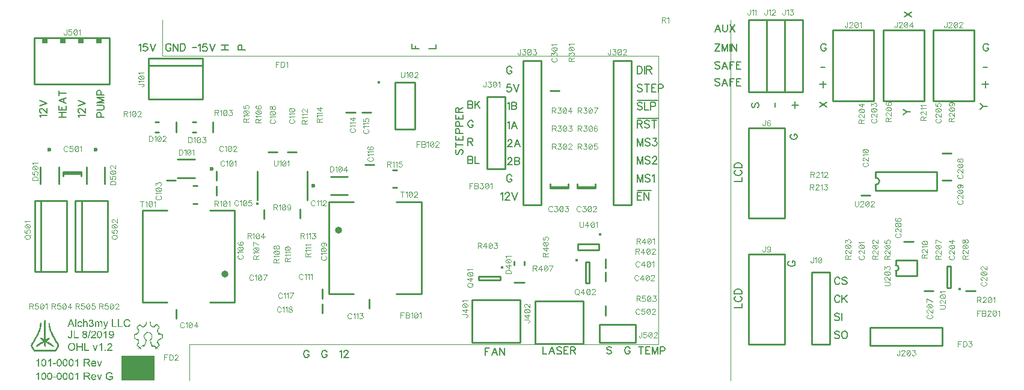
<source format=gbr>
G04 DipTrace 2.4.0.2*
%INTopSilk.gbr*%
%MOIN*%
%ADD10C,0.0098*%
%ADD12C,0.003*%
%ADD13C,0.0014*%
%ADD27C,0.0236*%
%ADD42C,0.0154*%
%ADD48O,0.0394X0.0378*%
%ADD51O,0.0154X0.0142*%
%ADD120C,0.0046*%
%ADD122C,0.0062*%
%FSLAX44Y44*%
G04*
G70*
G90*
G75*
G01*
%LNTopSilk*%
%LPD*%
X11004Y10768D2*
D10*
Y11279D1*
Y11595D2*
Y12106D1*
X8244Y11601D2*
X8756D1*
X8775Y3932D2*
Y4444D1*
X13642Y9980D2*
Y9469D1*
X14390Y13169D2*
X13879D1*
X15453D2*
X14941D1*
X15649Y9508D2*
Y10019D1*
X19478Y5006D2*
Y4495D1*
X18695Y15365D2*
X18184D1*
X19572Y15366D2*
X19060D1*
X19244Y12476D2*
X19756D1*
X16870Y5571D2*
Y5059D1*
Y4744D2*
Y4232D1*
X53068Y5461D2*
X52557D1*
X49631Y8211D2*
X49119D1*
X50756Y5461D2*
X50244D1*
X51244Y13101D2*
X51756D1*
X51244Y11601D2*
X51756D1*
X47256Y10774D2*
X46744D1*
X30006Y16587D2*
X29494D1*
X31992Y11258D2*
X31008D1*
X31992Y11184D2*
X31008D1*
X31992D2*
Y11419D1*
X31008Y11184D2*
Y11419D1*
X30492Y11258D2*
X29508D1*
X30492Y11184D2*
X29508D1*
X30492D2*
Y11419D1*
X29508Y11184D2*
Y11419D1*
X32590Y6745D2*
Y7256D1*
Y5995D2*
Y6506D1*
X2508Y11992D2*
X3492D1*
X2508Y12067D2*
X3492D1*
X2508D2*
Y11831D1*
X3492Y12067D2*
Y11831D1*
X32588Y4119D2*
Y4631D1*
D27*
X10758Y12250D3*
X9794Y11738D2*
D10*
X8849D1*
X9794Y12762D2*
X8849D1*
X8760Y14288D2*
Y14840D1*
X7815Y14269D2*
X7618D1*
X7815Y14859D2*
X7618D1*
X10822Y14288D2*
Y14840D1*
X9878Y14269D2*
X9680D1*
X9878Y14859D2*
X9680D1*
D27*
X16368Y11314D3*
X17333Y11825D2*
D10*
X18278D1*
X17333Y10802D2*
X18278D1*
X27512Y5957D2*
X28063D1*
X27492Y6902D2*
Y7099D1*
X28083Y6902D2*
Y7099D1*
D27*
X1750Y13321D3*
X2262Y12356D2*
D10*
Y11412D1*
X1238Y12356D2*
Y11412D1*
D27*
X4312Y13321D3*
X4824Y12356D2*
D10*
Y11412D1*
X3801Y12356D2*
Y11412D1*
X40500Y9500D2*
X42500D1*
Y14500D1*
X40500D1*
Y9500D1*
Y2500D2*
X42500D1*
Y7500D1*
X40500D1*
Y2500D1*
X44000D2*
X45000D1*
Y6500D1*
X44000D1*
Y2500D1*
X40500Y16500D2*
X41500D1*
Y20500D1*
X40500D1*
Y16500D1*
X41500D2*
X42500D1*
Y20500D1*
X41500D1*
Y16500D1*
X42500D2*
X43500D1*
Y20500D1*
X42500D1*
Y16500D1*
X7250Y18384D2*
X10250D1*
X7250Y16100D2*
X10250D1*
X7250D2*
Y18384D1*
X10250Y16100D2*
Y18384D1*
X7250Y17990D2*
X10250D1*
X47425Y16016D2*
Y19953D1*
X45161Y16016D2*
X46500D1*
X45161Y19953D2*
X46500D1*
Y16016D2*
X47425D1*
X45161D2*
Y19953D1*
X47425D2*
X46500D1*
X52993Y16018D2*
Y19955D1*
X50729Y16018D2*
X52068D1*
X50729Y19955D2*
X52068D1*
Y16018D2*
X52993D1*
X50729D2*
Y19955D1*
X52993D2*
X52068D1*
X47250Y3438D2*
X51250D1*
Y2437D1*
X47250D1*
Y3438D1*
X50243Y16018D2*
Y19955D1*
X47979Y16018D2*
X49318D1*
X47979Y19955D2*
X49318D1*
Y16018D2*
X50243D1*
X47979D2*
Y19955D1*
X50243D2*
X49318D1*
X26000Y12250D2*
X27000D1*
Y16250D1*
X26000D1*
Y12250D1*
X33000Y10250D2*
X34000D1*
Y18250D1*
X33000D1*
Y10250D1*
X28000D2*
X29000D1*
Y18250D1*
X28000D1*
Y10250D1*
X27841Y4980D2*
X25164D1*
X27841Y2598D2*
Y4055D1*
X25164Y2598D2*
Y4055D1*
X27841D2*
Y4980D1*
Y2598D2*
X25164D1*
Y4980D2*
Y4055D1*
X31350Y4926D2*
X28672D1*
X31350Y2544D2*
Y4000D1*
X28672Y2544D2*
Y4000D1*
X31350D2*
Y4926D1*
Y2544D2*
X28672D1*
Y4926D2*
Y4000D1*
X5091Y19510D2*
X909D1*
Y16951D1*
X5091D1*
Y19510D1*
G36*
X4657Y19225D2*
X4343D1*
Y19540D1*
X4657D1*
Y19225D1*
G37*
G36*
X3658D2*
X3343D1*
Y19540D1*
X3658D1*
Y19225D1*
G37*
G36*
X2657D2*
X2342D1*
Y19540D1*
X2657D1*
Y19225D1*
G37*
G36*
X1657D2*
X1342D1*
Y19540D1*
X1657D1*
Y19225D1*
G37*
X32250Y3625D2*
D10*
X34250D1*
Y2625D1*
X32250D1*
Y3625D1*
D42*
X26825Y6789D3*
X26733Y6288D2*
D10*
X25552D1*
Y6091D1*
X26733D1*
Y6288D1*
D42*
X30981Y7184D3*
X31483Y7092D2*
D10*
Y5911D1*
X31679D1*
Y7092D1*
X31483D1*
X937Y6531D2*
X2709D1*
Y10469D1*
X937D1*
Y6531D1*
X1291D2*
Y10469D1*
X3187Y6531D2*
X4959D1*
Y10469D1*
X3187D1*
Y6531D1*
X3541D2*
Y10469D1*
X9942Y10320D2*
X9706D1*
X9942Y11305D2*
X9706D1*
X21004Y11195D2*
X20769D1*
X21004Y12180D2*
X20769D1*
X6892Y4831D2*
X8270D1*
D48*
X11486Y6422D3*
X6892Y4831D2*
D10*
Y9949D1*
X12010D2*
Y4831D1*
X10632D1*
X12010Y9949D2*
X10632D1*
X6892D2*
X8270D1*
X22361Y10420D2*
X20983D1*
D48*
X17767Y8830D3*
X22361Y10420D2*
D10*
Y5302D1*
X17243D2*
Y10420D1*
X18621D1*
X17243Y5302D2*
X18621D1*
X22361D2*
X20983D1*
D51*
X13267Y10319D3*
X13269Y12099D2*
D10*
Y10524D1*
X16025Y12099D2*
Y10524D1*
D42*
X20013Y17037D3*
X20906Y17047D2*
D10*
Y14449D1*
X22008Y17047D2*
Y14449D1*
X20906D2*
X22008D1*
X20906Y17047D2*
X22008D1*
D42*
X52210Y5567D3*
X51708Y5659D2*
D10*
Y6840D1*
X51511D1*
Y5659D1*
X51708D1*
X47557Y11051D2*
X50943D1*
X47557Y12075D2*
X50943D1*
Y11051D2*
Y12075D1*
X47557Y11051D2*
Y11366D1*
Y11760D2*
Y12075D1*
Y11366D2*
G03X47557Y11760I0J197D01*
G01*
X48668Y6308D2*
X49849D1*
X48668Y7174D2*
X49849D1*
Y6308D2*
Y7174D1*
X48668Y6308D2*
Y6584D1*
Y6899D2*
Y7174D1*
Y6584D2*
G03X48668Y6899I0J158D01*
G01*
D42*
X32272Y8605D3*
X32220Y8064D2*
D10*
X31039D1*
X32220Y7749D2*
X31039D1*
Y8064D2*
Y7749D1*
X32220Y8064D2*
Y7749D1*
X8000Y18500D2*
D13*
X35500D1*
Y2500D1*
X9500D2*
X35500D1*
X8000Y20500D2*
Y18500D1*
X9500Y2500D2*
Y500D1*
X39500Y20500D2*
Y500D1*
G36*
X5751Y1875D2*
X7563D1*
Y500D1*
X5751D1*
Y1875D1*
G37*
X5023Y967D2*
D12*
X5103D1*
X3653Y957D2*
X3873D1*
X4999D2*
X5127D1*
X1123Y947D2*
X1133D1*
X1393D2*
X1443D1*
X1723D2*
X1773D1*
X2253D2*
X2303D1*
X2583D2*
X2633D1*
X2913D2*
X2963D1*
X3303D2*
X3313D1*
X3653D2*
X3897D1*
X4977D2*
X5148D1*
X1113Y937D2*
X1133D1*
X1374D2*
X1459D1*
X1704D2*
X1789D1*
X2234D2*
X2319D1*
X2564D2*
X2649D1*
X2894D2*
X2979D1*
X3293D2*
X3313D1*
X3653D2*
X3915D1*
X4958D2*
X5006D1*
X5122D2*
X5165D1*
X1103Y927D2*
X1133D1*
X1358D2*
X1473D1*
X1688D2*
X1803D1*
X2218D2*
X2333D1*
X2548D2*
X2663D1*
X2878D2*
X2993D1*
X3283D2*
X3313D1*
X3653D2*
X3683D1*
X3879D2*
X3929D1*
X4942D2*
X4983D1*
X5141D2*
X5178D1*
X1093Y917D2*
X1133D1*
X1345D2*
X1375D1*
X1451D2*
X1484D1*
X1675D2*
X1705D1*
X1781D2*
X1814D1*
X2205D2*
X2235D1*
X2311D2*
X2344D1*
X2535D2*
X2565D1*
X2641D2*
X2674D1*
X2865D2*
X2895D1*
X2971D2*
X3004D1*
X3273D2*
X3313D1*
X3653D2*
X3683D1*
X3900D2*
X3940D1*
X4929D2*
X4964D1*
X5156D2*
X5187D1*
X1083Y907D2*
X1133D1*
X1334D2*
X1359D1*
X1466D2*
X1494D1*
X1664D2*
X1689D1*
X1796D2*
X1824D1*
X2194D2*
X2219D1*
X2326D2*
X2354D1*
X2524D2*
X2549D1*
X2656D2*
X2684D1*
X2854D2*
X2879D1*
X2986D2*
X3014D1*
X3263D2*
X3313D1*
X3653D2*
X3683D1*
X3917D2*
X3948D1*
X4919D2*
X4949D1*
X5168D2*
X5195D1*
X1072Y897D2*
X1133D1*
X1325D2*
X1347D1*
X1478D2*
X1502D1*
X1655D2*
X1677D1*
X1808D2*
X1832D1*
X2185D2*
X2207D1*
X2338D2*
X2362D1*
X2515D2*
X2537D1*
X2668D2*
X2692D1*
X2845D2*
X2867D1*
X2998D2*
X3022D1*
X3252D2*
X3313D1*
X3653D2*
X3683D1*
X3926D2*
X3954D1*
X4911D2*
X4937D1*
X5177D2*
X5202D1*
X1061Y887D2*
X1133D1*
X1317D2*
X1338D1*
X1487D2*
X1509D1*
X1647D2*
X1668D1*
X1817D2*
X1839D1*
X2177D2*
X2198D1*
X2347D2*
X2369D1*
X2507D2*
X2528D1*
X2677D2*
X2699D1*
X2837D2*
X2858D1*
X3007D2*
X3029D1*
X3241D2*
X3313D1*
X3653D2*
X3683D1*
X3930D2*
X3958D1*
X4903D2*
X4928D1*
X5184D2*
X5207D1*
X1047Y877D2*
X1133D1*
X1312D2*
X1332D1*
X1494D2*
X1514D1*
X1642D2*
X1662D1*
X1824D2*
X1844D1*
X2172D2*
X2192D1*
X2354D2*
X2374D1*
X2502D2*
X2522D1*
X2684D2*
X2704D1*
X2832D2*
X2852D1*
X3014D2*
X3034D1*
X3227D2*
X3313D1*
X3653D2*
X3683D1*
X3931D2*
X3961D1*
X4897D2*
X4922D1*
X5189D2*
X5211D1*
X1032Y867D2*
X1053D1*
X1103D2*
X1133D1*
X1307D2*
X1327D1*
X1498D2*
X1519D1*
X1637D2*
X1657D1*
X1828D2*
X1849D1*
X2167D2*
X2187D1*
X2358D2*
X2379D1*
X2497D2*
X2517D1*
X2688D2*
X2709D1*
X2827D2*
X2847D1*
X3018D2*
X3039D1*
X3213D2*
X3233D1*
X3283D2*
X3313D1*
X3653D2*
X3683D1*
X3932D2*
X3962D1*
X4891D2*
X4916D1*
X5193D2*
X5213D1*
X1017Y857D2*
X1038D1*
X1103D2*
X1133D1*
X1304D2*
X1325D1*
X1501D2*
X1522D1*
X1634D2*
X1655D1*
X1831D2*
X1852D1*
X2164D2*
X2185D1*
X2361D2*
X2382D1*
X2494D2*
X2515D1*
X2691D2*
X2712D1*
X2824D2*
X2845D1*
X3021D2*
X3042D1*
X3200D2*
X3217D1*
X3283D2*
X3313D1*
X3653D2*
X3683D1*
X3933D2*
X3962D1*
X4163D2*
X4213D1*
X4887D2*
X4911D1*
X1003Y847D2*
X1023D1*
X1103D2*
X1133D1*
X1302D2*
X1323D1*
X1504D2*
X1526D1*
X1632D2*
X1653D1*
X1834D2*
X1856D1*
X2162D2*
X2183D1*
X2364D2*
X2386D1*
X2492D2*
X2513D1*
X2694D2*
X2716D1*
X2822D2*
X2843D1*
X3024D2*
X3046D1*
X3190D2*
X3201D1*
X3283D2*
X3313D1*
X3653D2*
X3683D1*
X3932D2*
X3962D1*
X4140D2*
X4231D1*
X4393D2*
X4413D1*
X4603D2*
X4623D1*
X4883D2*
X4907D1*
X1103Y837D2*
X1133D1*
X1299D2*
X1321D1*
X1507D2*
X1529D1*
X1629D2*
X1651D1*
X1837D2*
X1859D1*
X2159D2*
X2181D1*
X2367D2*
X2389D1*
X2489D2*
X2511D1*
X2697D2*
X2719D1*
X2819D2*
X2841D1*
X3027D2*
X3049D1*
X3183D2*
D3*
X3283D2*
X3313D1*
X3653D2*
X3683D1*
X3931D2*
X3961D1*
X4121D2*
X4247D1*
X4394D2*
X4414D1*
X4601D2*
X4619D1*
X4880D2*
X4904D1*
X1103Y827D2*
X1133D1*
X1296D2*
X1319D1*
X1509D2*
X1531D1*
X1626D2*
X1649D1*
X1839D2*
X1861D1*
X2156D2*
X2179D1*
X2369D2*
X2391D1*
X2486D2*
X2509D1*
X2699D2*
X2721D1*
X2816D2*
X2839D1*
X3029D2*
X3051D1*
X3283D2*
X3313D1*
X3653D2*
X3683D1*
X3928D2*
X3957D1*
X4107D2*
X4143D1*
X4231D2*
X4260D1*
X4397D2*
X4417D1*
X4599D2*
X4616D1*
X4877D2*
X4902D1*
X1103Y817D2*
X1133D1*
X1294D2*
X1316D1*
X1511D2*
X1532D1*
X1624D2*
X1646D1*
X1841D2*
X1862D1*
X2154D2*
X2176D1*
X2371D2*
X2392D1*
X2484D2*
X2506D1*
X2701D2*
X2722D1*
X2814D2*
X2836D1*
X3031D2*
X3052D1*
X3283D2*
X3313D1*
X3653D2*
X3683D1*
X3923D2*
X3952D1*
X4096D2*
X4125D1*
X4246D2*
X4271D1*
X4401D2*
X4420D1*
X4596D2*
X4613D1*
X4875D2*
X4899D1*
X1103Y807D2*
X1133D1*
X1294D2*
X1314D1*
X1512D2*
X1533D1*
X1624D2*
X1644D1*
X1842D2*
X1863D1*
X2154D2*
X2174D1*
X2372D2*
X2393D1*
X2484D2*
X2504D1*
X2702D2*
X2723D1*
X2814D2*
X2834D1*
X3032D2*
X3053D1*
X3283D2*
X3313D1*
X3653D2*
X3683D1*
X3912D2*
X3946D1*
X4088D2*
X4111D1*
X4258D2*
X4281D1*
X4405D2*
X4423D1*
X4593D2*
X4609D1*
X4873D2*
X4896D1*
X1103Y797D2*
X1133D1*
X1293D2*
X1314D1*
X1513D2*
X1533D1*
X1623D2*
X1644D1*
X1843D2*
X1863D1*
X2153D2*
X2174D1*
X2373D2*
X2393D1*
X2483D2*
X2504D1*
X2703D2*
X2723D1*
X2813D2*
X2834D1*
X3033D2*
X3053D1*
X3283D2*
X3313D1*
X3653D2*
X3683D1*
X3898D2*
X3939D1*
X4081D2*
X4100D1*
X4267D2*
X4288D1*
X4409D2*
X4426D1*
X4589D2*
X4605D1*
X4871D2*
X4894D1*
X1103Y787D2*
X1133D1*
X1293D2*
X1313D1*
X1513D2*
X1533D1*
X1623D2*
X1643D1*
X1843D2*
X1863D1*
X2153D2*
X2173D1*
X2373D2*
X2393D1*
X2483D2*
X2503D1*
X2703D2*
X2723D1*
X2813D2*
X2833D1*
X3033D2*
X3053D1*
X3283D2*
X3313D1*
X3653D2*
X3683D1*
X3881D2*
X3929D1*
X4076D2*
X4093D1*
X4274D2*
X4294D1*
X4413D2*
X4430D1*
X4585D2*
X4600D1*
X4869D2*
X4894D1*
X1103Y777D2*
X1133D1*
X1293D2*
X1313D1*
X1513D2*
X1533D1*
X1623D2*
X1643D1*
X1843D2*
X1863D1*
X2153D2*
X2173D1*
X2373D2*
X2393D1*
X2483D2*
X2503D1*
X2703D2*
X2723D1*
X2813D2*
X2833D1*
X3033D2*
X3053D1*
X3283D2*
X3313D1*
X3653D2*
X3914D1*
X4071D2*
X4088D1*
X4278D2*
X4298D1*
X4416D2*
X4433D1*
X4580D2*
X4597D1*
X4866D2*
X4893D1*
X1103Y767D2*
X1133D1*
X1293D2*
X1313D1*
X1513D2*
X1533D1*
X1623D2*
X1643D1*
X1843D2*
X1863D1*
X2153D2*
X2173D1*
X2373D2*
X2393D1*
X2483D2*
X2503D1*
X2703D2*
X2723D1*
X2813D2*
X2833D1*
X3033D2*
X3053D1*
X3283D2*
X3313D1*
X3653D2*
X3897D1*
X4067D2*
X4085D1*
X4281D2*
X4301D1*
X4420D2*
X4436D1*
X4577D2*
X4593D1*
X4864D2*
X4893D1*
X1103Y757D2*
X1133D1*
X1293D2*
X1313D1*
X1513D2*
X1533D1*
X1623D2*
X1643D1*
X1843D2*
X1863D1*
X2153D2*
X2173D1*
X2373D2*
X2393D1*
X2483D2*
X2503D1*
X2703D2*
X2723D1*
X2813D2*
X2833D1*
X3033D2*
X3053D1*
X3283D2*
X3313D1*
X3653D2*
X3879D1*
X4064D2*
X4084D1*
X4282D2*
X4304D1*
X4423D2*
X4440D1*
X4573D2*
X4590D1*
X4864D2*
X4893D1*
X1103Y747D2*
X1133D1*
X1293D2*
X1313D1*
X1513D2*
X1533D1*
X1623D2*
X1643D1*
X1843D2*
X1863D1*
X2153D2*
X2173D1*
X2373D2*
X2393D1*
X2483D2*
X2503D1*
X2703D2*
X2723D1*
X2813D2*
X2833D1*
X3033D2*
X3053D1*
X3283D2*
X3313D1*
X3653D2*
X3683D1*
X3811D2*
X3865D1*
X4062D2*
X4083D1*
X4282D2*
X4307D1*
X4427D2*
X4443D1*
X4570D2*
X4586D1*
X4865D2*
X4893D1*
X5083D2*
X5233D1*
X1103Y737D2*
X1133D1*
X1293D2*
X1313D1*
X1513D2*
X1533D1*
X1623D2*
X1643D1*
X1843D2*
X1863D1*
X2153D2*
X2173D1*
X2373D2*
X2393D1*
X2483D2*
X2503D1*
X2703D2*
X2723D1*
X2813D2*
X2833D1*
X3033D2*
X3053D1*
X3283D2*
X3313D1*
X3653D2*
X3683D1*
X3827D2*
X3857D1*
X4059D2*
X4083D1*
X4283D2*
X4309D1*
X4431D2*
X4447D1*
X4566D2*
X4583D1*
X4867D2*
X4893D1*
X5083D2*
X5233D1*
X1103Y727D2*
X1133D1*
X1293D2*
X1313D1*
X1513D2*
X1533D1*
X1623D2*
X1643D1*
X1843D2*
X1863D1*
X2153D2*
X2173D1*
X2373D2*
X2393D1*
X2483D2*
X2503D1*
X2703D2*
X2723D1*
X2813D2*
X2833D1*
X3033D2*
X3053D1*
X3283D2*
X3313D1*
X3653D2*
X3683D1*
X3840D2*
X3864D1*
X4056D2*
X4311D1*
X4435D2*
X4451D1*
X4563D2*
X4579D1*
X4870D2*
X4894D1*
X5083D2*
X5233D1*
X1103Y717D2*
X1133D1*
X1293D2*
X1313D1*
X1513D2*
X1533D1*
X1623D2*
X1643D1*
X1843D2*
X1863D1*
X1943D2*
X2083D1*
X2153D2*
X2173D1*
X2373D2*
X2393D1*
X2483D2*
X2503D1*
X2703D2*
X2723D1*
X2813D2*
X2833D1*
X3033D2*
X3053D1*
X3283D2*
X3313D1*
X3653D2*
X3683D1*
X3850D2*
X3873D1*
X4055D2*
X4312D1*
X4439D2*
X4455D1*
X4559D2*
X4575D1*
X4872D2*
X4897D1*
X5203D2*
X5233D1*
X1103Y707D2*
X1133D1*
X1293D2*
X1313D1*
X1512D2*
X1533D1*
X1623D2*
X1643D1*
X1842D2*
X1863D1*
X1943D2*
X2083D1*
X2153D2*
X2173D1*
X2372D2*
X2393D1*
X2483D2*
X2503D1*
X2702D2*
X2723D1*
X2813D2*
X2833D1*
X3032D2*
X3053D1*
X3283D2*
X3313D1*
X3653D2*
X3683D1*
X3858D2*
X3883D1*
X4054D2*
X4313D1*
X4443D2*
X4459D1*
X4556D2*
X4570D1*
X4874D2*
X4899D1*
X5203D2*
X5233D1*
X1103Y697D2*
X1133D1*
X1294D2*
X1314D1*
X1511D2*
X1532D1*
X1624D2*
X1644D1*
X1841D2*
X1862D1*
X1943D2*
X2083D1*
X2154D2*
X2174D1*
X2371D2*
X2392D1*
X2484D2*
X2504D1*
X2701D2*
X2722D1*
X2814D2*
X2834D1*
X3031D2*
X3052D1*
X3283D2*
X3313D1*
X3653D2*
X3683D1*
X3866D2*
X3893D1*
X4055D2*
X4083D1*
X4446D2*
X4463D1*
X4553D2*
X4567D1*
X4877D2*
X4902D1*
X5203D2*
X5233D1*
X1103Y687D2*
X1133D1*
X1297D2*
X1317D1*
X1509D2*
X1531D1*
X1627D2*
X1647D1*
X1839D2*
X1861D1*
X2157D2*
X2177D1*
X2369D2*
X2391D1*
X2487D2*
X2507D1*
X2699D2*
X2721D1*
X2817D2*
X2837D1*
X3029D2*
X3051D1*
X3283D2*
X3313D1*
X3653D2*
X3683D1*
X3874D2*
X3902D1*
X4057D2*
X4083D1*
X4450D2*
X4466D1*
X4549D2*
X4563D1*
X4880D2*
X4904D1*
X5203D2*
X5233D1*
X1103Y677D2*
X1133D1*
X1299D2*
X1319D1*
X1506D2*
X1529D1*
X1629D2*
X1649D1*
X1836D2*
X1859D1*
X2159D2*
X2179D1*
X2366D2*
X2389D1*
X2489D2*
X2509D1*
X2696D2*
X2719D1*
X2819D2*
X2839D1*
X3026D2*
X3049D1*
X3283D2*
X3313D1*
X3653D2*
X3683D1*
X3882D2*
X3911D1*
X4060D2*
X4083D1*
X4453D2*
X4470D1*
X4545D2*
X4560D1*
X4883D2*
X4907D1*
X5203D2*
X5233D1*
X1103Y667D2*
X1133D1*
X1302D2*
X1322D1*
X1504D2*
X1526D1*
X1632D2*
X1652D1*
X1834D2*
X1856D1*
X2162D2*
X2182D1*
X2364D2*
X2386D1*
X2492D2*
X2512D1*
X2694D2*
X2716D1*
X2822D2*
X2842D1*
X3024D2*
X3046D1*
X3283D2*
X3313D1*
X3653D2*
X3683D1*
X3889D2*
X3918D1*
X4062D2*
X4083D1*
X4457D2*
X4473D1*
X4540D2*
X4556D1*
X4887D2*
X4911D1*
X5203D2*
X5233D1*
X1103Y657D2*
X1133D1*
X1304D2*
X1324D1*
X1502D2*
X1523D1*
X1634D2*
X1654D1*
X1832D2*
X1853D1*
X2164D2*
X2184D1*
X2362D2*
X2383D1*
X2494D2*
X2514D1*
X2692D2*
X2713D1*
X2824D2*
X2844D1*
X3022D2*
X3043D1*
X3283D2*
X3313D1*
X3653D2*
X3683D1*
X3896D2*
X3925D1*
X4064D2*
X4085D1*
X4461D2*
X4476D1*
X4536D2*
X4553D1*
X4891D2*
X4916D1*
X5203D2*
X5233D1*
X1103Y647D2*
X1133D1*
X1307D2*
X1327D1*
X1499D2*
X1519D1*
X1637D2*
X1657D1*
X1829D2*
X1849D1*
X2167D2*
X2187D1*
X2359D2*
X2379D1*
X2497D2*
X2517D1*
X2689D2*
X2709D1*
X2827D2*
X2847D1*
X3019D2*
X3039D1*
X3283D2*
X3313D1*
X3653D2*
X3683D1*
X3903D2*
X3930D1*
X4067D2*
X4087D1*
X4465D2*
X4480D1*
X4532D2*
X4549D1*
X4897D2*
X4921D1*
X5202D2*
X5233D1*
X1103Y637D2*
X1133D1*
X1311D2*
X1331D1*
X1494D2*
X1514D1*
X1641D2*
X1661D1*
X1824D2*
X1844D1*
X2171D2*
X2191D1*
X2354D2*
X2374D1*
X2501D2*
X2521D1*
X2684D2*
X2704D1*
X2831D2*
X2851D1*
X3014D2*
X3034D1*
X3283D2*
X3313D1*
X3653D2*
X3683D1*
X3909D2*
X3936D1*
X4071D2*
X4092D1*
X4469D2*
X4485D1*
X4524D2*
X4545D1*
X4905D2*
X4927D1*
X5201D2*
X5232D1*
X1103Y627D2*
X1133D1*
X1317D2*
X1338D1*
X1488D2*
X1509D1*
X1647D2*
X1668D1*
X1818D2*
X1839D1*
X2177D2*
X2198D1*
X2348D2*
X2369D1*
X2507D2*
X2528D1*
X2678D2*
X2699D1*
X2837D2*
X2858D1*
X3008D2*
X3029D1*
X3283D2*
X3313D1*
X3653D2*
X3683D1*
X3916D2*
X3943D1*
X4076D2*
X4097D1*
X4473D2*
X4498D1*
X4505D2*
X4540D1*
X4914D2*
X4937D1*
X5196D2*
X5230D1*
X1103Y617D2*
X1133D1*
X1324D2*
X1347D1*
X1479D2*
X1502D1*
X1654D2*
X1677D1*
X1809D2*
X1832D1*
X2184D2*
X2207D1*
X2339D2*
X2362D1*
X2514D2*
X2537D1*
X2669D2*
X2692D1*
X2844D2*
X2867D1*
X2999D2*
X3022D1*
X3283D2*
X3313D1*
X3653D2*
X3683D1*
X3923D2*
X3950D1*
X4081D2*
X4106D1*
X4273D2*
X4303D1*
X4476D2*
X4537D1*
X4923D2*
X4951D1*
X5183D2*
X5222D1*
X1103Y607D2*
X1133D1*
X1331D2*
X1373D1*
X1453D2*
X1494D1*
X1661D2*
X1703D1*
X1783D2*
X1824D1*
X2191D2*
X2233D1*
X2313D2*
X2354D1*
X2521D2*
X2563D1*
X2643D2*
X2684D1*
X2851D2*
X2893D1*
X2973D2*
X3014D1*
X3283D2*
X3313D1*
X3653D2*
X3683D1*
X3929D2*
X3956D1*
X4087D2*
X4116D1*
X4262D2*
X4293D1*
X4480D2*
X4533D1*
X4933D2*
X4972D1*
X5163D2*
X5211D1*
X1103Y597D2*
X1133D1*
X1341D2*
X1413D1*
X1412D2*
X1485D1*
X1671D2*
X1743D1*
X1742D2*
X1815D1*
X2201D2*
X2273D1*
X2272D2*
X2345D1*
X2531D2*
X2603D1*
X2602D2*
X2675D1*
X2861D2*
X2933D1*
X2932D2*
X3005D1*
X3283D2*
X3313D1*
X3653D2*
X3683D1*
X3935D2*
X3963D1*
X4095D2*
X4144D1*
X4233D2*
X4283D1*
X4483D2*
X4530D1*
X4945D2*
X5010D1*
X5125D2*
X5197D1*
X1103Y587D2*
X1133D1*
X1355D2*
X1472D1*
X1685D2*
X1802D1*
X2215D2*
X2332D1*
X2545D2*
X2662D1*
X2875D2*
X2992D1*
X3283D2*
X3313D1*
X3653D2*
X3683D1*
X3940D2*
X3969D1*
X4106D2*
X4188D1*
X4272D1*
X4486D2*
X4526D1*
X4960D2*
X5070D1*
X5066D2*
X5179D1*
X1103Y577D2*
X1133D1*
X1373D2*
X1458D1*
X1703D2*
X1788D1*
X2233D2*
X2318D1*
X2563D2*
X2648D1*
X2893D2*
X2978D1*
X3283D2*
X3313D1*
X3653D2*
X3683D1*
X3946D2*
X3976D1*
X4121D2*
X4259D1*
X4490D2*
X4524D1*
X4980D2*
X5158D1*
X1103Y567D2*
X1133D1*
X1393D2*
X1443D1*
X1723D2*
X1773D1*
X2253D2*
X2303D1*
X2583D2*
X2633D1*
X2913D2*
X2963D1*
X3283D2*
X3313D1*
X3653D2*
X3683D1*
X3953D2*
X3983D1*
X4141D2*
X4242D1*
X4493D2*
X4523D1*
X5005D2*
X5132D1*
X4163Y557D2*
X4223D1*
X5033D2*
X5103D1*
X3653Y1707D2*
X3873D1*
X1123Y1697D2*
X1133D1*
X1393D2*
X1443D1*
X1783D2*
X1793D1*
X2253D2*
X2303D1*
X2583D2*
X2633D1*
X2913D2*
X2963D1*
X3303D2*
X3313D1*
X3653D2*
X3897D1*
X1113Y1687D2*
X1133D1*
X1374D2*
X1459D1*
X1773D2*
X1793D1*
X2234D2*
X2319D1*
X2564D2*
X2649D1*
X2894D2*
X2979D1*
X3293D2*
X3313D1*
X3653D2*
X3915D1*
X1103Y1677D2*
X1133D1*
X1358D2*
X1473D1*
X1763D2*
X1793D1*
X2218D2*
X2333D1*
X2548D2*
X2663D1*
X2878D2*
X2993D1*
X3283D2*
X3313D1*
X3653D2*
X3683D1*
X3879D2*
X3929D1*
X1093Y1667D2*
X1133D1*
X1345D2*
X1375D1*
X1451D2*
X1484D1*
X1753D2*
X1793D1*
X2205D2*
X2235D1*
X2311D2*
X2344D1*
X2535D2*
X2565D1*
X2641D2*
X2674D1*
X2865D2*
X2895D1*
X2971D2*
X3004D1*
X3273D2*
X3313D1*
X3653D2*
X3683D1*
X3900D2*
X3940D1*
X1083Y1657D2*
X1133D1*
X1334D2*
X1359D1*
X1466D2*
X1494D1*
X1743D2*
X1793D1*
X2194D2*
X2219D1*
X2326D2*
X2354D1*
X2524D2*
X2549D1*
X2656D2*
X2684D1*
X2854D2*
X2879D1*
X2986D2*
X3014D1*
X3263D2*
X3313D1*
X3653D2*
X3683D1*
X3917D2*
X3948D1*
X1072Y1647D2*
X1133D1*
X1325D2*
X1347D1*
X1478D2*
X1502D1*
X1732D2*
X1793D1*
X2185D2*
X2207D1*
X2338D2*
X2362D1*
X2515D2*
X2537D1*
X2668D2*
X2692D1*
X2845D2*
X2867D1*
X2998D2*
X3022D1*
X3252D2*
X3313D1*
X3653D2*
X3683D1*
X3926D2*
X3954D1*
X1061Y1637D2*
X1133D1*
X1317D2*
X1338D1*
X1487D2*
X1509D1*
X1721D2*
X1793D1*
X2177D2*
X2198D1*
X2347D2*
X2369D1*
X2507D2*
X2528D1*
X2677D2*
X2699D1*
X2837D2*
X2858D1*
X3007D2*
X3029D1*
X3241D2*
X3313D1*
X3653D2*
X3683D1*
X3930D2*
X3958D1*
X1047Y1627D2*
X1133D1*
X1312D2*
X1332D1*
X1494D2*
X1514D1*
X1707D2*
X1793D1*
X2172D2*
X2192D1*
X2354D2*
X2374D1*
X2502D2*
X2522D1*
X2684D2*
X2704D1*
X2832D2*
X2852D1*
X3014D2*
X3034D1*
X3227D2*
X3313D1*
X3653D2*
X3683D1*
X3931D2*
X3961D1*
X1032Y1617D2*
X1053D1*
X1103D2*
X1133D1*
X1307D2*
X1327D1*
X1498D2*
X1519D1*
X1693D2*
X1713D1*
X1763D2*
X1793D1*
X2167D2*
X2187D1*
X2358D2*
X2379D1*
X2497D2*
X2517D1*
X2688D2*
X2709D1*
X2827D2*
X2847D1*
X3018D2*
X3039D1*
X3213D2*
X3233D1*
X3283D2*
X3313D1*
X3653D2*
X3683D1*
X3932D2*
X3962D1*
X1017Y1607D2*
X1038D1*
X1103D2*
X1133D1*
X1304D2*
X1325D1*
X1501D2*
X1522D1*
X1680D2*
X1697D1*
X1763D2*
X1793D1*
X2164D2*
X2185D1*
X2361D2*
X2382D1*
X2494D2*
X2515D1*
X2691D2*
X2712D1*
X2824D2*
X2845D1*
X3021D2*
X3042D1*
X3200D2*
X3217D1*
X3283D2*
X3313D1*
X3653D2*
X3683D1*
X3933D2*
X3962D1*
X4163D2*
X4213D1*
X1003Y1597D2*
X1023D1*
X1103D2*
X1133D1*
X1302D2*
X1323D1*
X1504D2*
X1526D1*
X1670D2*
X1681D1*
X1763D2*
X1793D1*
X2162D2*
X2183D1*
X2364D2*
X2386D1*
X2492D2*
X2513D1*
X2694D2*
X2716D1*
X2822D2*
X2843D1*
X3024D2*
X3046D1*
X3190D2*
X3201D1*
X3283D2*
X3313D1*
X3653D2*
X3683D1*
X3932D2*
X3962D1*
X4140D2*
X4231D1*
X4393D2*
X4413D1*
X4603D2*
X4623D1*
X1103Y1587D2*
X1133D1*
X1299D2*
X1321D1*
X1507D2*
X1529D1*
X1663D2*
D3*
X1763D2*
X1793D1*
X2159D2*
X2181D1*
X2367D2*
X2389D1*
X2489D2*
X2511D1*
X2697D2*
X2719D1*
X2819D2*
X2841D1*
X3027D2*
X3049D1*
X3183D2*
D3*
X3283D2*
X3313D1*
X3653D2*
X3683D1*
X3931D2*
X3961D1*
X4121D2*
X4247D1*
X4394D2*
X4414D1*
X4601D2*
X4619D1*
X1103Y1577D2*
X1133D1*
X1296D2*
X1319D1*
X1509D2*
X1531D1*
X1763D2*
X1793D1*
X2156D2*
X2179D1*
X2369D2*
X2391D1*
X2486D2*
X2509D1*
X2699D2*
X2721D1*
X2816D2*
X2839D1*
X3029D2*
X3051D1*
X3283D2*
X3313D1*
X3653D2*
X3683D1*
X3928D2*
X3957D1*
X4107D2*
X4143D1*
X4231D2*
X4260D1*
X4397D2*
X4417D1*
X4599D2*
X4616D1*
X1103Y1567D2*
X1133D1*
X1294D2*
X1316D1*
X1511D2*
X1532D1*
X1763D2*
X1793D1*
X2154D2*
X2176D1*
X2371D2*
X2392D1*
X2484D2*
X2506D1*
X2701D2*
X2722D1*
X2814D2*
X2836D1*
X3031D2*
X3052D1*
X3283D2*
X3313D1*
X3653D2*
X3683D1*
X3923D2*
X3952D1*
X4096D2*
X4125D1*
X4246D2*
X4271D1*
X4401D2*
X4420D1*
X4596D2*
X4613D1*
X1103Y1557D2*
X1133D1*
X1294D2*
X1314D1*
X1512D2*
X1533D1*
X1763D2*
X1793D1*
X2154D2*
X2174D1*
X2372D2*
X2393D1*
X2484D2*
X2504D1*
X2702D2*
X2723D1*
X2814D2*
X2834D1*
X3032D2*
X3053D1*
X3283D2*
X3313D1*
X3653D2*
X3683D1*
X3912D2*
X3946D1*
X4088D2*
X4111D1*
X4258D2*
X4281D1*
X4405D2*
X4423D1*
X4593D2*
X4609D1*
X1103Y1547D2*
X1133D1*
X1293D2*
X1314D1*
X1513D2*
X1533D1*
X1763D2*
X1793D1*
X2153D2*
X2174D1*
X2373D2*
X2393D1*
X2483D2*
X2504D1*
X2703D2*
X2723D1*
X2813D2*
X2834D1*
X3033D2*
X3053D1*
X3283D2*
X3313D1*
X3653D2*
X3683D1*
X3898D2*
X3939D1*
X4081D2*
X4100D1*
X4267D2*
X4288D1*
X4409D2*
X4426D1*
X4589D2*
X4605D1*
X1103Y1537D2*
X1133D1*
X1293D2*
X1313D1*
X1513D2*
X1533D1*
X1763D2*
X1793D1*
X2153D2*
X2173D1*
X2373D2*
X2393D1*
X2483D2*
X2503D1*
X2703D2*
X2723D1*
X2813D2*
X2833D1*
X3033D2*
X3053D1*
X3283D2*
X3313D1*
X3653D2*
X3683D1*
X3881D2*
X3929D1*
X4076D2*
X4093D1*
X4274D2*
X4294D1*
X4413D2*
X4430D1*
X4585D2*
X4600D1*
X1103Y1527D2*
X1133D1*
X1293D2*
X1313D1*
X1513D2*
X1533D1*
X1763D2*
X1793D1*
X2153D2*
X2173D1*
X2373D2*
X2393D1*
X2483D2*
X2503D1*
X2703D2*
X2723D1*
X2813D2*
X2833D1*
X3033D2*
X3053D1*
X3283D2*
X3313D1*
X3653D2*
X3914D1*
X4071D2*
X4088D1*
X4278D2*
X4298D1*
X4416D2*
X4433D1*
X4580D2*
X4597D1*
X1103Y1517D2*
X1133D1*
X1293D2*
X1313D1*
X1513D2*
X1533D1*
X1763D2*
X1793D1*
X2153D2*
X2173D1*
X2373D2*
X2393D1*
X2483D2*
X2503D1*
X2703D2*
X2723D1*
X2813D2*
X2833D1*
X3033D2*
X3053D1*
X3283D2*
X3313D1*
X3653D2*
X3897D1*
X4067D2*
X4085D1*
X4281D2*
X4301D1*
X4420D2*
X4436D1*
X4577D2*
X4593D1*
X1103Y1507D2*
X1133D1*
X1293D2*
X1313D1*
X1513D2*
X1533D1*
X1763D2*
X1793D1*
X2153D2*
X2173D1*
X2373D2*
X2393D1*
X2483D2*
X2503D1*
X2703D2*
X2723D1*
X2813D2*
X2833D1*
X3033D2*
X3053D1*
X3283D2*
X3313D1*
X3653D2*
X3879D1*
X4064D2*
X4084D1*
X4282D2*
X4304D1*
X4423D2*
X4440D1*
X4573D2*
X4590D1*
X1103Y1497D2*
X1133D1*
X1293D2*
X1313D1*
X1513D2*
X1533D1*
X1763D2*
X1793D1*
X2153D2*
X2173D1*
X2373D2*
X2393D1*
X2483D2*
X2503D1*
X2703D2*
X2723D1*
X2813D2*
X2833D1*
X3033D2*
X3053D1*
X3283D2*
X3313D1*
X3653D2*
X3683D1*
X3811D2*
X3865D1*
X4062D2*
X4083D1*
X4282D2*
X4307D1*
X4427D2*
X4443D1*
X4570D2*
X4586D1*
X1103Y1487D2*
X1133D1*
X1293D2*
X1313D1*
X1513D2*
X1533D1*
X1763D2*
X1793D1*
X2153D2*
X2173D1*
X2373D2*
X2393D1*
X2483D2*
X2503D1*
X2703D2*
X2723D1*
X2813D2*
X2833D1*
X3033D2*
X3053D1*
X3283D2*
X3313D1*
X3653D2*
X3683D1*
X3827D2*
X3857D1*
X4059D2*
X4083D1*
X4283D2*
X4309D1*
X4431D2*
X4447D1*
X4566D2*
X4583D1*
X1103Y1477D2*
X1133D1*
X1293D2*
X1313D1*
X1513D2*
X1533D1*
X1763D2*
X1793D1*
X2153D2*
X2173D1*
X2373D2*
X2393D1*
X2483D2*
X2503D1*
X2703D2*
X2723D1*
X2813D2*
X2833D1*
X3033D2*
X3053D1*
X3283D2*
X3313D1*
X3653D2*
X3683D1*
X3840D2*
X3864D1*
X4056D2*
X4311D1*
X4435D2*
X4451D1*
X4563D2*
X4579D1*
X1103Y1467D2*
X1133D1*
X1293D2*
X1313D1*
X1513D2*
X1533D1*
X1763D2*
X1793D1*
X1943D2*
X2083D1*
X2153D2*
X2173D1*
X2373D2*
X2393D1*
X2483D2*
X2503D1*
X2703D2*
X2723D1*
X2813D2*
X2833D1*
X3033D2*
X3053D1*
X3283D2*
X3313D1*
X3653D2*
X3683D1*
X3850D2*
X3873D1*
X4055D2*
X4312D1*
X4439D2*
X4455D1*
X4559D2*
X4575D1*
X1103Y1457D2*
X1133D1*
X1293D2*
X1313D1*
X1512D2*
X1533D1*
X1763D2*
X1793D1*
X1943D2*
X2083D1*
X2153D2*
X2173D1*
X2372D2*
X2393D1*
X2483D2*
X2503D1*
X2702D2*
X2723D1*
X2813D2*
X2833D1*
X3032D2*
X3053D1*
X3283D2*
X3313D1*
X3653D2*
X3683D1*
X3858D2*
X3883D1*
X4054D2*
X4313D1*
X4443D2*
X4459D1*
X4556D2*
X4570D1*
X1103Y1447D2*
X1133D1*
X1294D2*
X1314D1*
X1511D2*
X1532D1*
X1763D2*
X1793D1*
X1943D2*
X2083D1*
X2154D2*
X2174D1*
X2371D2*
X2392D1*
X2484D2*
X2504D1*
X2701D2*
X2722D1*
X2814D2*
X2834D1*
X3031D2*
X3052D1*
X3283D2*
X3313D1*
X3653D2*
X3683D1*
X3866D2*
X3893D1*
X4055D2*
X4083D1*
X4446D2*
X4463D1*
X4553D2*
X4567D1*
X1103Y1437D2*
X1133D1*
X1297D2*
X1317D1*
X1509D2*
X1531D1*
X1763D2*
X1793D1*
X2157D2*
X2177D1*
X2369D2*
X2391D1*
X2487D2*
X2507D1*
X2699D2*
X2721D1*
X2817D2*
X2837D1*
X3029D2*
X3051D1*
X3283D2*
X3313D1*
X3653D2*
X3683D1*
X3874D2*
X3902D1*
X4057D2*
X4083D1*
X4450D2*
X4466D1*
X4549D2*
X4563D1*
X1103Y1427D2*
X1133D1*
X1299D2*
X1319D1*
X1506D2*
X1529D1*
X1763D2*
X1793D1*
X2159D2*
X2179D1*
X2366D2*
X2389D1*
X2489D2*
X2509D1*
X2696D2*
X2719D1*
X2819D2*
X2839D1*
X3026D2*
X3049D1*
X3283D2*
X3313D1*
X3653D2*
X3683D1*
X3882D2*
X3911D1*
X4060D2*
X4083D1*
X4453D2*
X4470D1*
X4545D2*
X4560D1*
X1103Y1417D2*
X1133D1*
X1302D2*
X1322D1*
X1504D2*
X1526D1*
X1763D2*
X1793D1*
X2162D2*
X2182D1*
X2364D2*
X2386D1*
X2492D2*
X2512D1*
X2694D2*
X2716D1*
X2822D2*
X2842D1*
X3024D2*
X3046D1*
X3283D2*
X3313D1*
X3653D2*
X3683D1*
X3889D2*
X3918D1*
X4062D2*
X4083D1*
X4457D2*
X4473D1*
X4540D2*
X4556D1*
X1103Y1407D2*
X1133D1*
X1304D2*
X1324D1*
X1502D2*
X1523D1*
X1763D2*
X1793D1*
X2164D2*
X2184D1*
X2362D2*
X2383D1*
X2494D2*
X2514D1*
X2692D2*
X2713D1*
X2824D2*
X2844D1*
X3022D2*
X3043D1*
X3283D2*
X3313D1*
X3653D2*
X3683D1*
X3896D2*
X3925D1*
X4064D2*
X4085D1*
X4461D2*
X4476D1*
X4536D2*
X4553D1*
X1103Y1397D2*
X1133D1*
X1307D2*
X1327D1*
X1499D2*
X1519D1*
X1763D2*
X1793D1*
X2167D2*
X2187D1*
X2359D2*
X2379D1*
X2497D2*
X2517D1*
X2689D2*
X2709D1*
X2827D2*
X2847D1*
X3019D2*
X3039D1*
X3283D2*
X3313D1*
X3653D2*
X3683D1*
X3903D2*
X3930D1*
X4067D2*
X4087D1*
X4465D2*
X4480D1*
X4532D2*
X4549D1*
X1103Y1387D2*
X1133D1*
X1311D2*
X1331D1*
X1494D2*
X1514D1*
X1763D2*
X1793D1*
X2171D2*
X2191D1*
X2354D2*
X2374D1*
X2501D2*
X2521D1*
X2684D2*
X2704D1*
X2831D2*
X2851D1*
X3014D2*
X3034D1*
X3283D2*
X3313D1*
X3653D2*
X3683D1*
X3909D2*
X3936D1*
X4071D2*
X4092D1*
X4469D2*
X4485D1*
X4524D2*
X4545D1*
X1103Y1377D2*
X1133D1*
X1317D2*
X1338D1*
X1488D2*
X1509D1*
X1763D2*
X1793D1*
X2177D2*
X2198D1*
X2348D2*
X2369D1*
X2507D2*
X2528D1*
X2678D2*
X2699D1*
X2837D2*
X2858D1*
X3008D2*
X3029D1*
X3283D2*
X3313D1*
X3653D2*
X3683D1*
X3916D2*
X3943D1*
X4076D2*
X4097D1*
X4473D2*
X4498D1*
X4505D2*
X4540D1*
X1103Y1367D2*
X1133D1*
X1324D2*
X1347D1*
X1479D2*
X1502D1*
X1763D2*
X1793D1*
X2184D2*
X2207D1*
X2339D2*
X2362D1*
X2514D2*
X2537D1*
X2669D2*
X2692D1*
X2844D2*
X2867D1*
X2999D2*
X3022D1*
X3283D2*
X3313D1*
X3653D2*
X3683D1*
X3923D2*
X3950D1*
X4081D2*
X4106D1*
X4273D2*
X4303D1*
X4476D2*
X4537D1*
X1103Y1357D2*
X1133D1*
X1331D2*
X1373D1*
X1453D2*
X1494D1*
X1763D2*
X1793D1*
X2191D2*
X2233D1*
X2313D2*
X2354D1*
X2521D2*
X2563D1*
X2643D2*
X2684D1*
X2851D2*
X2893D1*
X2973D2*
X3014D1*
X3283D2*
X3313D1*
X3653D2*
X3683D1*
X3929D2*
X3956D1*
X4087D2*
X4116D1*
X4262D2*
X4293D1*
X4480D2*
X4533D1*
X1103Y1347D2*
X1133D1*
X1341D2*
X1413D1*
X1412D2*
X1485D1*
X1763D2*
X1793D1*
X2201D2*
X2273D1*
X2272D2*
X2345D1*
X2531D2*
X2603D1*
X2602D2*
X2675D1*
X2861D2*
X2933D1*
X2932D2*
X3005D1*
X3283D2*
X3313D1*
X3653D2*
X3683D1*
X3935D2*
X3963D1*
X4095D2*
X4144D1*
X4233D2*
X4283D1*
X4483D2*
X4530D1*
X1103Y1337D2*
X1133D1*
X1355D2*
X1472D1*
X1763D2*
X1793D1*
X2215D2*
X2332D1*
X2545D2*
X2662D1*
X2875D2*
X2992D1*
X3283D2*
X3313D1*
X3653D2*
X3683D1*
X3940D2*
X3969D1*
X4106D2*
X4188D1*
X4272D1*
X4486D2*
X4526D1*
X1103Y1327D2*
X1133D1*
X1373D2*
X1458D1*
X1763D2*
X1793D1*
X2233D2*
X2318D1*
X2563D2*
X2648D1*
X2893D2*
X2978D1*
X3283D2*
X3313D1*
X3653D2*
X3683D1*
X3946D2*
X3976D1*
X4121D2*
X4259D1*
X4490D2*
X4524D1*
X1103Y1317D2*
X1133D1*
X1393D2*
X1443D1*
X1763D2*
X1793D1*
X2253D2*
X2303D1*
X2583D2*
X2633D1*
X2913D2*
X2963D1*
X3283D2*
X3313D1*
X3653D2*
X3683D1*
X3953D2*
X3983D1*
X4141D2*
X4242D1*
X4493D2*
X4523D1*
X4163Y1307D2*
X4223D1*
X2935Y2592D2*
X2995D1*
X2908Y2582D2*
X3021D1*
X3255D2*
X3285D1*
X3535D2*
X3565D1*
X3685D2*
X3705D1*
X2885Y2572D2*
X3043D1*
X3255D2*
X3285D1*
X3535D2*
X3565D1*
X3685D2*
X3705D1*
X4625D2*
X4635D1*
X5045D2*
X5105D1*
X2866Y2562D2*
X2918D1*
X3013D2*
X3061D1*
X3255D2*
X3285D1*
X3535D2*
X3565D1*
X3685D2*
X3705D1*
X4615D2*
X4635D1*
X5027D2*
X5128D1*
X2851Y2552D2*
X2893D1*
X3037D2*
X3077D1*
X3255D2*
X3285D1*
X3535D2*
X3565D1*
X3685D2*
X3705D1*
X4605D2*
X4635D1*
X5011D2*
X5147D1*
X2839Y2542D2*
X2874D1*
X3056D2*
X3089D1*
X3255D2*
X3285D1*
X3535D2*
X3565D1*
X3685D2*
X3705D1*
X4595D2*
X4635D1*
X4998D2*
X5036D1*
X5123D2*
X5161D1*
X2830Y2532D2*
X2860D1*
X3071D2*
X3099D1*
X3255D2*
X3285D1*
X3535D2*
X3565D1*
X3685D2*
X3705D1*
X4585D2*
X4635D1*
X4988D2*
X5019D1*
X5139D2*
X5172D1*
X2823Y2522D2*
X2849D1*
X3082D2*
X3107D1*
X3255D2*
X3285D1*
X3535D2*
X3565D1*
X3685D2*
X3705D1*
X4575D2*
X4635D1*
X4980D2*
X5006D1*
X5151D2*
X5180D1*
X2815Y2512D2*
X2840D1*
X3090D2*
X3115D1*
X3255D2*
X3285D1*
X3535D2*
X3565D1*
X3685D2*
X3705D1*
X4563D2*
X4635D1*
X4974D2*
X4997D1*
X5160D2*
X5186D1*
X2809Y2502D2*
X2834D1*
X3097D2*
X3121D1*
X3255D2*
X3285D1*
X3535D2*
X3565D1*
X3685D2*
X3705D1*
X4550D2*
X4635D1*
X4970D2*
X4990D1*
X5166D2*
X5191D1*
X2804Y2492D2*
X2828D1*
X3102D2*
X3127D1*
X3255D2*
X3285D1*
X3535D2*
X3565D1*
X3685D2*
X3705D1*
X4534D2*
X4555D1*
X4605D2*
X4635D1*
X4967D2*
X4988D1*
X5171D2*
X5193D1*
X2799Y2482D2*
X2823D1*
X3107D2*
X3131D1*
X3255D2*
X3285D1*
X3535D2*
X3565D1*
X3685D2*
X3705D1*
X4520D2*
X4541D1*
X4605D2*
X4635D1*
X4966D2*
X4986D1*
X5173D2*
X5194D1*
X2796Y2472D2*
X2819D1*
X3111D2*
X3135D1*
X3255D2*
X3285D1*
X3535D2*
X3565D1*
X3685D2*
X3705D1*
X4155D2*
X4175D1*
X4365D2*
X4385D1*
X4505D2*
X4525D1*
X4605D2*
X4635D1*
X4965D2*
X4985D1*
X5174D2*
X5195D1*
X2792Y2462D2*
X2817D1*
X3114D2*
X3138D1*
X3255D2*
X3285D1*
X3535D2*
X3565D1*
X3685D2*
X3705D1*
X4157D2*
X4177D1*
X4364D2*
X4382D1*
X4605D2*
X4635D1*
X5175D2*
X5193D1*
X2789Y2452D2*
X2814D1*
X3116D2*
X3142D1*
X3255D2*
X3285D1*
X3535D2*
X3565D1*
X3685D2*
X3705D1*
X4160D2*
X4179D1*
X4361D2*
X4378D1*
X4605D2*
X4635D1*
X5173D2*
X5191D1*
X2787Y2442D2*
X2812D1*
X3119D2*
X3144D1*
X3255D2*
X3285D1*
X3535D2*
X3565D1*
X3685D2*
X3705D1*
X4164D2*
X4182D1*
X4358D2*
X4375D1*
X4605D2*
X4635D1*
X5171D2*
X5187D1*
X2784Y2432D2*
X2809D1*
X3122D2*
X3145D1*
X3255D2*
X3285D1*
X3535D2*
X3565D1*
X3685D2*
X3705D1*
X4168D2*
X4185D1*
X4355D2*
X4372D1*
X4605D2*
X4635D1*
X5167D2*
X5182D1*
X2781Y2422D2*
X2807D1*
X3124D2*
X3147D1*
X3255D2*
X3285D1*
X3535D2*
X3565D1*
X3685D2*
X3705D1*
X4172D2*
X4189D1*
X4352D2*
X4367D1*
X4605D2*
X4635D1*
X5162D2*
X5177D1*
X2779Y2412D2*
X2806D1*
X3125D2*
X3149D1*
X3255D2*
X3565D1*
X3685D2*
X3705D1*
X4175D2*
X4192D1*
X4347D2*
X4363D1*
X4605D2*
X4635D1*
X5157D2*
X5171D1*
X2777Y2402D2*
X2806D1*
X3125D2*
X3152D1*
X3255D2*
X3565D1*
X3685D2*
X3705D1*
X4179D2*
X4195D1*
X4343D2*
X4359D1*
X4605D2*
X4635D1*
X5151D2*
X5163D1*
X2776Y2392D2*
X2805D1*
X3125D2*
X3154D1*
X3255D2*
X3565D1*
X3685D2*
X3705D1*
X4182D2*
X4199D1*
X4339D2*
X4356D1*
X4605D2*
X4635D1*
X5143D2*
X5154D1*
X2776Y2382D2*
X2805D1*
X3125D2*
X3154D1*
X3255D2*
X3285D1*
X3535D2*
X3565D1*
X3685D2*
X3705D1*
X4185D2*
X4202D1*
X4336D2*
X4352D1*
X4605D2*
X4635D1*
X5134D2*
X5145D1*
X2777Y2372D2*
X2805D1*
X3125D2*
X3153D1*
X3255D2*
X3285D1*
X3535D2*
X3565D1*
X3685D2*
X3705D1*
X4189D2*
X4205D1*
X4332D2*
X4349D1*
X4605D2*
X4635D1*
X5125D2*
X5135D1*
X2779Y2362D2*
X2805D1*
X3125D2*
X3151D1*
X3255D2*
X3285D1*
X3535D2*
X3565D1*
X3685D2*
X3705D1*
X4193D2*
X4209D1*
X4329D2*
X4345D1*
X4605D2*
X4635D1*
X5113D2*
X5125D1*
X2782Y2352D2*
X2806D1*
X3124D2*
X3149D1*
X3255D2*
X3285D1*
X3535D2*
X3565D1*
X3685D2*
X3705D1*
X4198D2*
X4213D1*
X4325D2*
X4342D1*
X4605D2*
X4635D1*
X5101D2*
X5115D1*
X2784Y2342D2*
X2807D1*
X3121D2*
X3146D1*
X3255D2*
X3285D1*
X3535D2*
X3565D1*
X3685D2*
X3705D1*
X4202D2*
X4218D1*
X4322D2*
X4337D1*
X4605D2*
X4635D1*
X5089D2*
X5105D1*
X2786Y2332D2*
X2809D1*
X3119D2*
X3144D1*
X3255D2*
X3285D1*
X3535D2*
X3565D1*
X3685D2*
X3705D1*
X4205D2*
X4222D1*
X4319D2*
X4333D1*
X4605D2*
X4635D1*
X5076D2*
X5094D1*
X2789Y2322D2*
X2812D1*
X3117D2*
X3141D1*
X3255D2*
X3285D1*
X3535D2*
X3565D1*
X3685D2*
X3705D1*
X4209D2*
X4225D1*
X4315D2*
X4329D1*
X4605D2*
X4635D1*
X5064D2*
X5081D1*
X2792Y2312D2*
X2815D1*
X3114D2*
X3138D1*
X3255D2*
X3285D1*
X3535D2*
X3565D1*
X3685D2*
X3705D1*
X4212D2*
X4229D1*
X4312D2*
X4326D1*
X4605D2*
X4635D1*
X5051D2*
X5069D1*
X2795Y2302D2*
X2819D1*
X3111D2*
X3135D1*
X3255D2*
X3285D1*
X3535D2*
X3565D1*
X3685D2*
X3705D1*
X4215D2*
X4232D1*
X4307D2*
X4322D1*
X4605D2*
X4635D1*
X5039D2*
X5057D1*
X2799Y2292D2*
X2823D1*
X3107D2*
X3131D1*
X3255D2*
X3285D1*
X3535D2*
X3565D1*
X3685D2*
X3705D1*
X4219D2*
X4235D1*
X4303D2*
X4319D1*
X4605D2*
X4635D1*
X5027D2*
X5046D1*
X2804Y2282D2*
X2828D1*
X3102D2*
X3127D1*
X3255D2*
X3285D1*
X3535D2*
X3565D1*
X3685D2*
X3705D1*
X4223D2*
X4239D1*
X4299D2*
X4315D1*
X4605D2*
X4635D1*
X5016D2*
X5034D1*
X2810Y2272D2*
X2833D1*
X3097D2*
X3121D1*
X3255D2*
X3285D1*
X3535D2*
X3565D1*
X3685D2*
X3705D1*
X4228D2*
X4243D1*
X4295D2*
X4312D1*
X4605D2*
X4635D1*
X5006D2*
X5023D1*
X2817Y2262D2*
X2840D1*
X3091D2*
X3115D1*
X3255D2*
X3285D1*
X3535D2*
X3565D1*
X3685D2*
X3705D1*
X4232D2*
X4248D1*
X4287D2*
X4307D1*
X4605D2*
X4635D1*
X4995D2*
X5013D1*
X2825Y2252D2*
X2848D1*
X3083D2*
X3108D1*
X3255D2*
X3285D1*
X3535D2*
X3565D1*
X3685D2*
X3705D1*
X4235D2*
X4260D1*
X4268D2*
X4303D1*
X4605D2*
X4635D1*
X4986D2*
X5006D1*
X2833Y2242D2*
X2859D1*
X3072D2*
X3101D1*
X3255D2*
X3285D1*
X3535D2*
X3565D1*
X3685D2*
X3705D1*
X4239D2*
X4299D1*
X4605D2*
X4635D1*
X4977D2*
X5000D1*
X2843Y2232D2*
X2877D1*
X3053D2*
X3092D1*
X3255D2*
X3285D1*
X3535D2*
X3565D1*
X3685D2*
X3705D1*
X4242D2*
X4296D1*
X4605D2*
X4635D1*
X4970D2*
X4998D1*
X2854Y2222D2*
X2910D1*
X3021D2*
X3080D1*
X3255D2*
X3285D1*
X3535D2*
X3565D1*
X3685D2*
X3705D1*
X4245D2*
X4292D1*
X4605D2*
X4635D1*
X4964D2*
X4996D1*
X2869Y2212D2*
X2962D1*
X2969D2*
X3064D1*
X3255D2*
X3285D1*
X3535D2*
X3565D1*
X3685D2*
X3915D1*
X4249D2*
X4289D1*
X4605D2*
X4635D1*
X4815D2*
X4845D1*
X4958D2*
X5195D1*
X2887Y2202D2*
X3045D1*
X3255D2*
X3285D1*
X3535D2*
X3565D1*
X3685D2*
X3915D1*
X4252D2*
X4287D1*
X4605D2*
X4635D1*
X4815D2*
X4845D1*
X4952D2*
X5195D1*
X2910Y2192D2*
X3021D1*
X3255D2*
X3285D1*
X3535D2*
X3565D1*
X3685D2*
X3915D1*
X4255D2*
X4285D1*
X4605D2*
X4635D1*
X4815D2*
X4845D1*
X4945D2*
X5195D1*
X2935Y2182D2*
X2995D1*
X6015Y3905D2*
X6075D1*
X2905Y3895D2*
X2935D1*
X3175D2*
X3195D1*
X3605D2*
X3635D1*
X5215D2*
X5235D1*
X5545D2*
X5565D1*
X5988D2*
X6099D1*
X2904Y3885D2*
X2941D1*
X3175D2*
X3195D1*
X3605D2*
X3635D1*
X4015D2*
X4065D1*
X5215D2*
X5235D1*
X5545D2*
X5565D1*
X5965D2*
X6121D1*
X2901Y3875D2*
X2947D1*
X3175D2*
X3195D1*
X3605D2*
X3635D1*
X3997D2*
X4086D1*
X5215D2*
X5235D1*
X5545D2*
X5565D1*
X5946D2*
X5986D1*
X6095D2*
X6138D1*
X2897Y3865D2*
X2951D1*
X3175D2*
X3195D1*
X3605D2*
X3635D1*
X3981D2*
X4104D1*
X5215D2*
X5235D1*
X5545D2*
X5565D1*
X5931D2*
X5967D1*
X6113D2*
X6150D1*
X2893Y3855D2*
X2904D1*
X2946D2*
X2955D1*
X3175D2*
X3195D1*
X3605D2*
X3635D1*
X3968D2*
X3994D1*
X4083D2*
X4118D1*
X5215D2*
X5235D1*
X5545D2*
X5565D1*
X5918D2*
X5951D1*
X6129D2*
X6160D1*
X2889Y3845D2*
X2901D1*
X2947D2*
X2959D1*
X3175D2*
X3195D1*
X3605D2*
X3635D1*
X3958D2*
X3983D1*
X4099D2*
X4128D1*
X5215D2*
X5235D1*
X5545D2*
X5565D1*
X5908D2*
X5938D1*
X6141D2*
X6168D1*
X2885Y3835D2*
X2898D1*
X2949D2*
X2963D1*
X3175D2*
X3195D1*
X3605D2*
X3635D1*
X3950D2*
X3973D1*
X4110D2*
X4136D1*
X5215D2*
X5235D1*
X5545D2*
X5565D1*
X5900D2*
X5927D1*
X6150D2*
X6175D1*
X2882Y3825D2*
X2895D1*
X2952D2*
X2968D1*
X3175D2*
X3195D1*
X3605D2*
X3635D1*
X3944D2*
X3966D1*
X4119D2*
X4140D1*
X5215D2*
X5235D1*
X5545D2*
X5565D1*
X5894D2*
X5918D1*
X6156D2*
X6182D1*
X2877Y3815D2*
X2892D1*
X2955D2*
X2973D1*
X3175D2*
X3195D1*
X3605D2*
X3635D1*
X3939D2*
X3960D1*
X4122D2*
X4143D1*
X5215D2*
X5235D1*
X5545D2*
X5565D1*
X5888D2*
X5911D1*
X6161D2*
X6188D1*
X2873Y3805D2*
X2889D1*
X2959D2*
X2977D1*
X3175D2*
X3195D1*
X3605D2*
X3635D1*
X3935D2*
X3955D1*
X4124D2*
X4144D1*
X5215D2*
X5235D1*
X5545D2*
X5565D1*
X5883D2*
X5906D1*
X6165D2*
X6195D1*
X2869Y3795D2*
X2885D1*
X2962D2*
X2981D1*
X3175D2*
X3195D1*
X3395D2*
X3445D1*
X3605D2*
X3635D1*
X3715D2*
X3765D1*
X4125D2*
X4144D1*
X4375D2*
X4415D1*
X4555D2*
X4595D1*
X5215D2*
X5235D1*
X5545D2*
X5565D1*
X5878D2*
X5902D1*
X2865Y3785D2*
X2882D1*
X2965D2*
X2985D1*
X3175D2*
X3195D1*
X3373D2*
X3464D1*
X3605D2*
X3635D1*
X3693D2*
X3780D1*
X4125D2*
X4143D1*
X4265D2*
X4285D1*
X4357D2*
X4430D1*
X4540D2*
X4610D1*
X4735D2*
X4755D1*
X4945D2*
X4965D1*
X5215D2*
X5235D1*
X5545D2*
X5565D1*
X5873D2*
X5899D1*
X2862Y3775D2*
X2879D1*
X2969D2*
X2989D1*
X3175D2*
X3195D1*
X3354D2*
X3480D1*
X3605D2*
X3635D1*
X3666D2*
X3792D1*
X4123D2*
X4140D1*
X4265D2*
X4286D1*
X4341D2*
X4442D1*
X4525D2*
X4622D1*
X4739D2*
X4759D1*
X4944D2*
X4962D1*
X5215D2*
X5235D1*
X5545D2*
X5565D1*
X5869D2*
X5897D1*
X2857Y3765D2*
X2875D1*
X2973D2*
X2993D1*
X3175D2*
X3195D1*
X3341D2*
X3377D1*
X3465D2*
X3493D1*
X3605D2*
X3685D1*
X3763D2*
X3802D1*
X4119D2*
X4132D1*
X4265D2*
X4289D1*
X4325D2*
X4335D1*
X4425D2*
X4456D1*
X4515D2*
D3*
X4567D2*
X4632D1*
X4743D2*
X4762D1*
X4941D2*
X4958D1*
X5215D2*
X5235D1*
X5545D2*
X5565D1*
X5867D2*
X5894D1*
X2853Y3755D2*
X2872D1*
X2978D2*
X2998D1*
X3175D2*
X3195D1*
X3331D2*
X3361D1*
X3475D2*
X3503D1*
X3605D2*
X3671D1*
X3777D2*
X3810D1*
X4113D2*
X4123D1*
X4265D2*
X4301D1*
X4433D2*
X4474D1*
X4505D2*
D3*
X4596D2*
X4639D1*
X4748D2*
X4765D1*
X4938D2*
X4955D1*
X5215D2*
X5235D1*
X5545D2*
X5565D1*
X5866D2*
X5892D1*
X2849Y3745D2*
X2867D1*
X2982D2*
X3002D1*
X3175D2*
X3195D1*
X3323D2*
X3348D1*
X3485D2*
X3511D1*
X3605D2*
X3658D1*
X3788D2*
X3816D1*
X4105D2*
X4113D1*
X4265D2*
X4315D1*
X4439D2*
X4495D1*
X4615D2*
X4644D1*
X4752D2*
X4769D1*
X4935D2*
X4952D1*
X5215D2*
X5235D1*
X5545D2*
X5565D1*
X5864D2*
X5889D1*
X2846Y3735D2*
X2863D1*
X2985D2*
X3005D1*
X3175D2*
X3195D1*
X3316D2*
X3338D1*
X3495D2*
X3518D1*
X3605D2*
X3648D1*
X3795D2*
X3821D1*
X4075D2*
X4105D1*
X4265D2*
X4309D1*
X4442D2*
X4487D1*
X4621D2*
X4648D1*
X4755D2*
X4772D1*
X4932D2*
X4947D1*
X5215D2*
X5235D1*
X5545D2*
X5565D1*
X5861D2*
X5887D1*
X2842Y3725D2*
X2859D1*
X2989D2*
X3009D1*
X3175D2*
X3195D1*
X3310D2*
X3331D1*
X3505D2*
X3525D1*
X3605D2*
X3641D1*
X3800D2*
X3823D1*
X4049D2*
X4099D1*
X4265D2*
X4304D1*
X4444D2*
X4481D1*
X4623D2*
X4651D1*
X4759D2*
X4775D1*
X4929D2*
X4943D1*
X5215D2*
X5235D1*
X5545D2*
X5565D1*
X5859D2*
X5886D1*
X2839Y3715D2*
X2856D1*
X2992D2*
X3013D1*
X3175D2*
X3195D1*
X3306D2*
X3327D1*
X3605D2*
X3638D1*
X3803D2*
X3824D1*
X4025D2*
X4107D1*
X4265D2*
X4300D1*
X4445D2*
X4478D1*
X4625D2*
X4653D1*
X4762D2*
X4779D1*
X4925D2*
X4939D1*
X5215D2*
X5235D1*
X5545D2*
X5565D1*
X5857D2*
X5886D1*
X2835Y3705D2*
X2852D1*
X2995D2*
X3018D1*
X3175D2*
X3195D1*
X3302D2*
X3322D1*
X3605D2*
X3636D1*
X3804D2*
X3825D1*
X4062D2*
X4119D1*
X4265D2*
X4297D1*
X4445D2*
X4476D1*
X4625D2*
X4654D1*
X4765D2*
X4783D1*
X4922D2*
X4936D1*
X5215D2*
X5235D1*
X5545D2*
X5565D1*
X5856D2*
X5885D1*
X2832Y3695D2*
X2849D1*
X2999D2*
X3022D1*
X3175D2*
X3195D1*
X3299D2*
X3319D1*
X3605D2*
X3636D1*
X3805D2*
X3825D1*
X4092D2*
X4131D1*
X4265D2*
X4296D1*
X4445D2*
X4476D1*
X4625D2*
X4655D1*
X4769D2*
X4788D1*
X4919D2*
X4932D1*
X5215D2*
X5235D1*
X5545D2*
X5565D1*
X5857D2*
X5885D1*
X2827Y3685D2*
X2847D1*
X3002D2*
X3025D1*
X3175D2*
X3195D1*
X3297D2*
X3317D1*
X3605D2*
X3635D1*
X3805D2*
X3825D1*
X4113D2*
X4142D1*
X4265D2*
X4296D1*
X4445D2*
X4475D1*
X4625D2*
X4655D1*
X4773D2*
X4792D1*
X4915D2*
X4929D1*
X5215D2*
X5235D1*
X5545D2*
X5565D1*
X5859D2*
X5885D1*
X2823Y3675D2*
X2846D1*
X3004D2*
X3029D1*
X3175D2*
X3195D1*
X3296D2*
X3316D1*
X3605D2*
X3635D1*
X3805D2*
X3825D1*
X4128D2*
X4150D1*
X4265D2*
X4295D1*
X4445D2*
X4475D1*
X4625D2*
X4655D1*
X4778D2*
X4795D1*
X4912D2*
X4925D1*
X5215D2*
X5235D1*
X5545D2*
X5565D1*
X5862D2*
X5886D1*
X2819Y3665D2*
X2846D1*
X3005D2*
X3033D1*
X3175D2*
X3195D1*
X3296D2*
X3316D1*
X3605D2*
X3635D1*
X3805D2*
X3825D1*
X4135D2*
X4156D1*
X4265D2*
X4295D1*
X4445D2*
X4475D1*
X4625D2*
X4655D1*
X4782D2*
X4799D1*
X4907D2*
X4922D1*
X5215D2*
X5235D1*
X5545D2*
X5565D1*
X5864D2*
X5887D1*
X2815Y3655D2*
X3038D1*
X3175D2*
X3195D1*
X3295D2*
X3315D1*
X3605D2*
X3635D1*
X3805D2*
X3825D1*
X4140D2*
X4161D1*
X4265D2*
X4295D1*
X4445D2*
X4475D1*
X4625D2*
X4655D1*
X4785D2*
X4802D1*
X4903D2*
X4917D1*
X5215D2*
X5235D1*
X5545D2*
X5565D1*
X5865D2*
X5889D1*
X2812Y3645D2*
X3042D1*
X3175D2*
X3195D1*
X3295D2*
X3315D1*
X3605D2*
X3635D1*
X3805D2*
X3825D1*
X4143D2*
X4165D1*
X4265D2*
X4295D1*
X4445D2*
X4475D1*
X4625D2*
X4655D1*
X4789D2*
X4805D1*
X4899D2*
X4913D1*
X5215D2*
X5235D1*
X5545D2*
X5565D1*
X5867D2*
X5892D1*
X2807Y3635D2*
X3045D1*
X3175D2*
X3195D1*
X3295D2*
X3315D1*
X3605D2*
X3635D1*
X3805D2*
X3825D1*
X4144D2*
X4168D1*
X4265D2*
X4295D1*
X4445D2*
X4475D1*
X4625D2*
X4655D1*
X4792D2*
X4809D1*
X4896D2*
X4909D1*
X5215D2*
X5235D1*
X5545D2*
X5565D1*
X5869D2*
X5894D1*
X2803Y3625D2*
X2827D1*
X3027D2*
X3049D1*
X3175D2*
X3195D1*
X3295D2*
X3315D1*
X3605D2*
X3635D1*
X3805D2*
X3825D1*
X4145D2*
X4171D1*
X4265D2*
X4295D1*
X4445D2*
X4475D1*
X4625D2*
X4655D1*
X4795D2*
X4812D1*
X4892D2*
X4906D1*
X5215D2*
X5235D1*
X5545D2*
X5565D1*
X5872D2*
X5896D1*
X2799Y3615D2*
X2821D1*
X3030D2*
X3053D1*
X3175D2*
X3195D1*
X3296D2*
X3316D1*
X3605D2*
X3635D1*
X3805D2*
X3825D1*
X4145D2*
X4170D1*
X4265D2*
X4295D1*
X4445D2*
X4475D1*
X4625D2*
X4655D1*
X4799D2*
X4815D1*
X4889D2*
X4902D1*
X5215D2*
X5235D1*
X5545D2*
X5565D1*
X5875D2*
X5899D1*
X6175D2*
X6195D1*
X2795Y3605D2*
X2816D1*
X3034D2*
X3058D1*
X3175D2*
X3195D1*
X3297D2*
X3317D1*
X3605D2*
X3635D1*
X3805D2*
X3825D1*
X4145D2*
X4168D1*
X4265D2*
X4295D1*
X4445D2*
X4475D1*
X4625D2*
X4655D1*
X4803D2*
X4819D1*
X4885D2*
X4899D1*
X5215D2*
X5235D1*
X5545D2*
X5565D1*
X5879D2*
X5902D1*
X6171D2*
X6194D1*
X2792Y3595D2*
X2812D1*
X3038D2*
X3063D1*
X3175D2*
X3195D1*
X3299D2*
X3319D1*
X3605D2*
X3635D1*
X3805D2*
X3825D1*
X3925D2*
X3955D1*
X4144D2*
X4165D1*
X4265D2*
X4295D1*
X4445D2*
X4475D1*
X4625D2*
X4655D1*
X4808D2*
X4822D1*
X4882D2*
X4895D1*
X5215D2*
X5235D1*
X5545D2*
X5565D1*
X5883D2*
X5906D1*
X6167D2*
X6191D1*
X2787Y3585D2*
X2809D1*
X3042D2*
X3067D1*
X3175D2*
X3195D1*
X3302D2*
X3322D1*
X3605D2*
X3635D1*
X3805D2*
X3825D1*
X3930D2*
X3957D1*
X4141D2*
X4161D1*
X4265D2*
X4295D1*
X4445D2*
X4475D1*
X4625D2*
X4655D1*
X4812D2*
X4826D1*
X4878D2*
X4892D1*
X5215D2*
X5235D1*
X5545D2*
X5565D1*
X5888D2*
X5911D1*
X6162D2*
X6187D1*
X2783Y3575D2*
X2805D1*
X3045D2*
X3071D1*
X3175D2*
X3195D1*
X3306D2*
X3326D1*
X3505D2*
X3525D1*
X3605D2*
X3635D1*
X3805D2*
X3825D1*
X3935D2*
X3960D1*
X4137D2*
X4157D1*
X4265D2*
X4295D1*
X4445D2*
X4475D1*
X4625D2*
X4655D1*
X4815D2*
X4834D1*
X4873D2*
X4889D1*
X5215D2*
X5235D1*
X5545D2*
X5565D1*
X5893D2*
X5918D1*
X6157D2*
X6181D1*
X2779Y3565D2*
X2802D1*
X3049D2*
X3075D1*
X3175D2*
X3195D1*
X3310D2*
X3331D1*
X3501D2*
X3521D1*
X3605D2*
X3635D1*
X3805D2*
X3825D1*
X3940D2*
X3965D1*
X4130D2*
X4151D1*
X4265D2*
X4295D1*
X4445D2*
X4475D1*
X4625D2*
X4655D1*
X4819D2*
X4853D1*
X4860D2*
X4885D1*
X5215D2*
X5235D1*
X5545D2*
X5565D1*
X5899D2*
X5927D1*
X6151D2*
X6175D1*
X2776Y3555D2*
X2799D1*
X3053D2*
X3079D1*
X3175D2*
X3195D1*
X3316D2*
X3338D1*
X3495D2*
X3517D1*
X3605D2*
X3635D1*
X3805D2*
X3825D1*
X3948D2*
X3972D1*
X4121D2*
X4143D1*
X4265D2*
X4295D1*
X4445D2*
X4475D1*
X4625D2*
X4655D1*
X4822D2*
X4882D1*
X5215D2*
X5235D1*
X5545D2*
X5565D1*
X5907D2*
X5938D1*
X6141D2*
X6168D1*
X2772Y3545D2*
X2795D1*
X3058D2*
X3083D1*
X3175D2*
X3195D1*
X3322D2*
X3348D1*
X3486D2*
X3511D1*
X3605D2*
X3635D1*
X3805D2*
X3825D1*
X3957D2*
X3998D1*
X4093D2*
X4134D1*
X4265D2*
X4295D1*
X4445D2*
X4475D1*
X4625D2*
X4655D1*
X4825D2*
X4877D1*
X5215D2*
X5235D1*
X5545D2*
X5565D1*
X5917D2*
X5956D1*
X6128D2*
X6160D1*
X2769Y3535D2*
X2792D1*
X3062D2*
X3088D1*
X3175D2*
X3195D1*
X3330D2*
X3375D1*
X3462D2*
X3503D1*
X3605D2*
X3635D1*
X3805D2*
X3825D1*
X3968D2*
X4041D1*
X4050D2*
X4123D1*
X4265D2*
X4295D1*
X4445D2*
X4475D1*
X4625D2*
X4655D1*
X4829D2*
X4873D1*
X5215D2*
X5235D1*
X5545D2*
X5565D1*
X5928D2*
X5988D1*
X6093D2*
X6149D1*
X2765Y3525D2*
X2787D1*
X3065D2*
X3091D1*
X3175D2*
X3195D1*
X3340D2*
X3415D1*
X3423D2*
X3492D1*
X3605D2*
X3635D1*
X3805D2*
X3825D1*
X3982D2*
X4109D1*
X4265D2*
X4295D1*
X4445D2*
X4475D1*
X4625D2*
X4655D1*
X4833D2*
X4869D1*
X5215D2*
X5445D1*
X5545D2*
X5775D1*
X5942D2*
X6040D1*
X6135D1*
X2761Y3515D2*
X2781D1*
X3070D2*
X3094D1*
X3175D2*
X3195D1*
X3354D2*
X3479D1*
X3605D2*
X3635D1*
X3805D2*
X3825D1*
X3998D2*
X4093D1*
X4265D2*
X4295D1*
X4445D2*
X4475D1*
X4625D2*
X4655D1*
X4838D2*
X4866D1*
X5215D2*
X5445D1*
X5545D2*
X5775D1*
X5960D2*
X6119D1*
X2755Y3505D2*
X2775D1*
X3075D2*
X3095D1*
X3175D2*
X3195D1*
X3373D2*
X3463D1*
X3605D2*
X3635D1*
X3805D2*
X3825D1*
X4015D2*
X4075D1*
X4265D2*
X4295D1*
X4445D2*
X4475D1*
X4625D2*
X4655D1*
X4841D2*
X4862D1*
X5215D2*
X5445D1*
X5545D2*
X5775D1*
X5982D2*
X6098D1*
X3395Y3495D2*
X3445D1*
X4843D2*
X4859D1*
X6005D2*
X6075D1*
X4841Y3485D2*
X4855D1*
X4838Y3475D2*
X4852D1*
X4835Y3465D2*
X4847D1*
X4831Y3455D2*
X4843D1*
X4827Y3445D2*
X4838D1*
X4821Y3435D2*
X4833D1*
X4807Y3425D2*
X4827D1*
X4790Y3415D2*
X4821D1*
X4774Y3405D2*
X4811D1*
X4763Y3395D2*
X4799D1*
X4755Y3385D2*
X4785D1*
X2945Y3270D2*
X2975D1*
X3095D2*
X3115D1*
X3985D2*
X3995D1*
X2945Y3260D2*
X2975D1*
X3095D2*
X3115D1*
X3655D2*
X3715D1*
X3985D2*
X3995D1*
X4145D2*
X4205D1*
X4485D2*
X4535D1*
X4875D2*
X4885D1*
X5135D2*
X5185D1*
X2945Y3250D2*
X2975D1*
X3095D2*
X3115D1*
X3637D2*
X3733D1*
X4127D2*
X4228D1*
X4466D2*
X4551D1*
X4865D2*
X4885D1*
X5117D2*
X5206D1*
X2945Y3240D2*
X2975D1*
X3095D2*
X3115D1*
X3622D2*
X3749D1*
X3975D2*
X3985D1*
X4111D2*
X4247D1*
X4450D2*
X4565D1*
X4855D2*
X4885D1*
X5101D2*
X5224D1*
X2945Y3230D2*
X2975D1*
X3095D2*
X3115D1*
X3610D2*
X3647D1*
X3735D2*
X3762D1*
X3975D2*
X3985D1*
X4098D2*
X4136D1*
X4223D2*
X4261D1*
X4437D2*
X4467D1*
X4543D2*
X4577D1*
X4845D2*
X4885D1*
X5088D2*
X5127D1*
X5213D2*
X5239D1*
X2945Y3220D2*
X2975D1*
X3095D2*
X3115D1*
X3601D2*
X3632D1*
X3745D2*
X3772D1*
X4088D2*
X4119D1*
X4239D2*
X4272D1*
X4426D2*
X4452D1*
X4559D2*
X4586D1*
X4835D2*
X4885D1*
X5077D2*
X5111D1*
X5229D2*
X5251D1*
X2945Y3210D2*
X2975D1*
X3095D2*
X3115D1*
X3594D2*
X3620D1*
X3753D2*
X3780D1*
X3965D2*
X3975D1*
X4080D2*
X4106D1*
X4251D2*
X4280D1*
X4417D2*
X4440D1*
X4571D2*
X4594D1*
X4825D2*
X4885D1*
X5068D2*
X5098D1*
X5240D2*
X5260D1*
X2945Y3200D2*
X2975D1*
X3095D2*
X3115D1*
X3590D2*
X3611D1*
X3759D2*
X3786D1*
X3965D2*
X3975D1*
X4074D2*
X4097D1*
X4260D2*
X4286D1*
X4410D2*
X4431D1*
X4580D2*
X4601D1*
X4813D2*
X4885D1*
X5061D2*
X5088D1*
X5248D2*
X5267D1*
X2945Y3190D2*
X2975D1*
X3095D2*
X3115D1*
X3585D2*
X3608D1*
X3762D2*
X3791D1*
X3965D2*
X3975D1*
X4070D2*
X4090D1*
X4266D2*
X4291D1*
X4404D2*
X4424D1*
X4586D2*
X4607D1*
X4800D2*
X4885D1*
X5056D2*
X5080D1*
X5254D2*
X5272D1*
X2945Y3180D2*
X2975D1*
X3095D2*
X3115D1*
X3581D2*
X3606D1*
X3764D2*
X3793D1*
X4067D2*
X4088D1*
X4271D2*
X4293D1*
X4400D2*
X4420D1*
X4591D2*
X4611D1*
X4785D2*
X4805D1*
X4855D2*
X4885D1*
X5052D2*
X5074D1*
X5258D2*
X5277D1*
X2945Y3170D2*
X2975D1*
X3095D2*
X3115D1*
X3575D2*
X3606D1*
X3765D2*
X3793D1*
X3955D2*
X3965D1*
X4066D2*
X4086D1*
X4273D2*
X4294D1*
X4397D2*
X4417D1*
X4594D2*
X4615D1*
X4772D2*
X4790D1*
X4855D2*
X4885D1*
X5049D2*
X5070D1*
X5261D2*
X5281D1*
X2945Y3160D2*
X2975D1*
X3095D2*
X3115D1*
X3580D2*
X3606D1*
X3765D2*
X3790D1*
X3955D2*
X3965D1*
X4065D2*
X4085D1*
X4274D2*
X4295D1*
X4394D2*
X4416D1*
X4596D2*
X4618D1*
X4763D2*
X4773D1*
X4855D2*
X4885D1*
X5047D2*
X5067D1*
X5263D2*
X5283D1*
X2945Y3150D2*
X2975D1*
X3095D2*
X3115D1*
X3585D2*
X3607D1*
X3763D2*
X3786D1*
X4275D2*
X4293D1*
X4392D2*
X4414D1*
X4599D2*
X4622D1*
X4755D2*
D3*
X4855D2*
X4885D1*
X5046D2*
X5066D1*
X5264D2*
X5285D1*
X2945Y3140D2*
X2975D1*
X3095D2*
X3115D1*
X3591D2*
X3611D1*
X3760D2*
X3781D1*
X3945D2*
X3955D1*
X4273D2*
X4291D1*
X4389D2*
X4411D1*
X4602D2*
X4624D1*
X4855D2*
X4885D1*
X5046D2*
X5066D1*
X5265D2*
X5287D1*
X2945Y3130D2*
X2975D1*
X3095D2*
X3115D1*
X3599D2*
X3620D1*
X3752D2*
X3773D1*
X3945D2*
X3955D1*
X4271D2*
X4287D1*
X4387D2*
X4409D1*
X4604D2*
X4625D1*
X4855D2*
X4885D1*
X5045D2*
X5066D1*
X5265D2*
X5289D1*
X2945Y3120D2*
X2975D1*
X3095D2*
X3115D1*
X3610D2*
X3645D1*
X3729D2*
X3763D1*
X3945D2*
X3955D1*
X4267D2*
X4282D1*
X4386D2*
X4407D1*
X4605D2*
X4625D1*
X4855D2*
X4885D1*
X5046D2*
X5067D1*
X5265D2*
X5292D1*
X2945Y3110D2*
X2975D1*
X3095D2*
X3115D1*
X3620D2*
X3686D1*
X3692D2*
X3753D1*
X4262D2*
X4277D1*
X4386D2*
X4406D1*
X4605D2*
X4625D1*
X4855D2*
X4885D1*
X5047D2*
X5070D1*
X5264D2*
X5294D1*
X2945Y3100D2*
X2975D1*
X3095D2*
X3115D1*
X3628D2*
X3745D1*
X3935D2*
X3945D1*
X4257D2*
X4271D1*
X4385D2*
X4406D1*
X4605D2*
X4625D1*
X4855D2*
X4885D1*
X5050D2*
X5074D1*
X5261D2*
X5295D1*
X2945Y3090D2*
X2975D1*
X3095D2*
X3115D1*
X3632D2*
X3739D1*
X3935D2*
X3945D1*
X4251D2*
X4263D1*
X4385D2*
X4405D1*
X4605D2*
X4625D1*
X4855D2*
X4885D1*
X5054D2*
X5079D1*
X5257D2*
X5295D1*
X2945Y3080D2*
X2975D1*
X3095D2*
X3115D1*
X3623D2*
X3747D1*
X4243D2*
X4254D1*
X4385D2*
X4405D1*
X4605D2*
X4625D1*
X4855D2*
X4885D1*
X5060D2*
X5085D1*
X5251D2*
X5295D1*
X2945Y3070D2*
X2975D1*
X3095D2*
X3115D1*
X3612D2*
X3635D1*
X3735D2*
X3759D1*
X3925D2*
X3935D1*
X4234D2*
X4245D1*
X4385D2*
X4405D1*
X4605D2*
X4625D1*
X4855D2*
X4885D1*
X5067D2*
X5096D1*
X5245D2*
X5295D1*
X2945Y3060D2*
X2975D1*
X3095D2*
X3115D1*
X3599D2*
X3621D1*
X3750D2*
X3771D1*
X3925D2*
X3935D1*
X4225D2*
X4235D1*
X4385D2*
X4405D1*
X4605D2*
X4625D1*
X4855D2*
X4885D1*
X5076D2*
X5110D1*
X5235D2*
D3*
X5261D2*
X5295D1*
X2945Y3050D2*
X2975D1*
X3095D2*
X3115D1*
X3589D2*
X3609D1*
X3762D2*
X3782D1*
X3925D2*
X3935D1*
X4213D2*
X4225D1*
X4385D2*
X4405D1*
X4605D2*
X4625D1*
X4855D2*
X4885D1*
X5086D2*
X5125D1*
X5215D2*
X5225D1*
X5268D2*
X5295D1*
X2945Y3040D2*
X2975D1*
X3095D2*
X3115D1*
X3581D2*
X3601D1*
X3772D2*
X3790D1*
X4201D2*
X4215D1*
X4385D2*
X4405D1*
X4605D2*
X4625D1*
X4855D2*
X4885D1*
X5099D2*
X5210D1*
X5269D2*
X5294D1*
X2945Y3030D2*
X2975D1*
X3095D2*
X3115D1*
X3574D2*
X3594D1*
X3780D2*
X3796D1*
X3915D2*
X3925D1*
X4189D2*
X4205D1*
X4385D2*
X4405D1*
X4605D2*
X4625D1*
X4855D2*
X4885D1*
X5116D2*
X5193D1*
X5268D2*
X5291D1*
X2945Y3020D2*
X2975D1*
X3095D2*
X3115D1*
X3570D2*
X3590D1*
X3783D2*
X3801D1*
X3915D2*
X3925D1*
X4176D2*
X4194D1*
X4386D2*
X4406D1*
X4605D2*
X4625D1*
X4855D2*
X4885D1*
X5135D2*
X5175D1*
X5266D2*
X5289D1*
X2945Y3010D2*
X2975D1*
X3095D2*
X3115D1*
X3567D2*
X3587D1*
X3784D2*
X3805D1*
X4164D2*
X4181D1*
X4387D2*
X4407D1*
X4604D2*
X4625D1*
X4855D2*
X4885D1*
X5266D2*
X5287D1*
X2945Y3000D2*
X2975D1*
X3095D2*
X3115D1*
X3566D2*
X3586D1*
X3785D2*
X3808D1*
X3905D2*
X3915D1*
X4151D2*
X4169D1*
X4389D2*
X4409D1*
X4601D2*
X4624D1*
X4855D2*
X4885D1*
X5265D2*
X5284D1*
X2945Y2990D2*
X2975D1*
X3095D2*
X3115D1*
X3566D2*
X3586D1*
X3785D2*
X3811D1*
X3905D2*
X3915D1*
X4139D2*
X4157D1*
X4392D2*
X4412D1*
X4599D2*
X4621D1*
X4855D2*
X4885D1*
X5264D2*
X5281D1*
X2945Y2980D2*
X2974D1*
X3095D2*
X3115D1*
X3566D2*
X3586D1*
X3785D2*
X3810D1*
X3905D2*
X3915D1*
X4127D2*
X4146D1*
X4394D2*
X4414D1*
X4597D2*
X4618D1*
X4855D2*
X4885D1*
X5261D2*
X5278D1*
X2775Y2970D2*
X2785D1*
X2945D2*
X2971D1*
X3095D2*
X3115D1*
X3567D2*
X3587D1*
X3785D2*
X3808D1*
X4116D2*
X4134D1*
X4396D2*
X4416D1*
X4594D2*
X4615D1*
X4855D2*
X4885D1*
X5257D2*
X5275D1*
X2771Y2960D2*
X2787D1*
X2945D2*
X2969D1*
X3095D2*
X3115D1*
X3570D2*
X3590D1*
X3783D2*
X3805D1*
X3895D2*
X3905D1*
X4106D2*
X4123D1*
X4399D2*
X4419D1*
X4591D2*
X4611D1*
X4855D2*
X4885D1*
X5055D2*
X5075D1*
X5252D2*
X5271D1*
X2772Y2950D2*
X2789D1*
X2944D2*
X2967D1*
X3095D2*
X3115D1*
X3574D2*
X3594D1*
X3779D2*
X3801D1*
X3895D2*
X3905D1*
X4095D2*
X4113D1*
X4404D2*
X4424D1*
X4587D2*
X4607D1*
X4855D2*
X4885D1*
X5059D2*
X5077D1*
X5247D2*
X5267D1*
X2773Y2940D2*
X2792D1*
X2941D2*
X2964D1*
X3095D2*
X3115D1*
X3580D2*
X3599D1*
X3772D2*
X3797D1*
X4086D2*
X4106D1*
X4409D2*
X4430D1*
X4580D2*
X4601D1*
X4855D2*
X4885D1*
X5064D2*
X5081D1*
X5240D2*
X5261D1*
X2776Y2930D2*
X2796D1*
X2936D2*
X2961D1*
X3095D2*
X3115D1*
X3587D2*
X3611D1*
X3762D2*
X3791D1*
X3885D2*
X3895D1*
X4077D2*
X4100D1*
X4416D2*
X4439D1*
X4571D2*
X4595D1*
X4855D2*
X4885D1*
X5070D2*
X5090D1*
X5231D2*
X5253D1*
X2781Y2920D2*
X2802D1*
X2929D2*
X2957D1*
X3095D2*
X3115D1*
X3596D2*
X3641D1*
X3734D2*
X3783D1*
X3885D2*
X3895D1*
X4070D2*
X4098D1*
X4424D2*
X4465D1*
X4545D2*
X4587D1*
X4855D2*
X4885D1*
X5077D2*
X5115D1*
X5203D2*
X5244D1*
X2788Y2910D2*
X2827D1*
X2904D2*
X2950D1*
X3095D2*
X3115D1*
X3606D2*
X3688D1*
X3690D2*
X3772D1*
X3885D2*
X3895D1*
X4064D2*
X4096D1*
X4434D2*
X4506D1*
X4505D2*
X4577D1*
X4855D2*
X4885D1*
X5087D2*
X5156D1*
X5160D2*
X5233D1*
X2797Y2900D2*
X2866D1*
X2864D2*
X2941D1*
X3095D2*
X3325D1*
X3619D2*
X3757D1*
X4058D2*
X4295D1*
X4448D2*
X4565D1*
X4855D2*
X4885D1*
X5100D2*
X5219D1*
X2808Y2890D2*
X2928D1*
X3095D2*
X3325D1*
X3636D2*
X3737D1*
X3875D2*
X3885D1*
X4052D2*
X4295D1*
X4465D2*
X4551D1*
X4855D2*
X4885D1*
X5116D2*
X5203D1*
X2821Y2880D2*
X2912D1*
X3095D2*
X3325D1*
X3655D2*
X3715D1*
X3875D2*
X3885D1*
X4045D2*
X4295D1*
X4485D2*
X4535D1*
X4855D2*
X4885D1*
X5135D2*
X5185D1*
X2835Y2870D2*
X2895D1*
X1482Y3888D2*
D3*
X1469Y3858D2*
X1512D1*
X1460Y3828D2*
X1512D1*
X1456Y3798D2*
X1512D1*
X1454Y3768D2*
X1512D1*
X1453Y3738D2*
X1512D1*
X1242Y3708D2*
X1272D1*
X1453D2*
X1512D1*
X1722D2*
D3*
X1229Y3678D2*
X1272D1*
X1453D2*
X1512D1*
X1709D2*
X1752D1*
X1220Y3648D2*
X1272D1*
X1452D2*
X1512D1*
X1701D2*
X1752D1*
X1216Y3618D2*
X1272D1*
X1452D2*
X1512D1*
X1701D2*
X1752D1*
X1214Y3588D2*
X1272D1*
X1452D2*
X1512D1*
X1706D2*
X1753D1*
X1213Y3558D2*
X1271D1*
X1452D2*
X1512D1*
X1713D2*
X1754D1*
X1211Y3528D2*
X1267D1*
X1452D2*
X1512D1*
X1718D2*
X1757D1*
X1208Y3498D2*
X1260D1*
X1452D2*
X1512D1*
X1721D2*
X1765D1*
X1200Y3468D2*
X1252D1*
X1452D2*
X1512D1*
X1723D2*
X1772D1*
X1192Y3438D2*
X1246D1*
X1452D2*
X1512D1*
X1727D2*
X1779D1*
X1186Y3408D2*
X1240D1*
X1452D2*
X1512D1*
X1735D2*
X1785D1*
X1179Y3378D2*
X1231D1*
X1452D2*
X1512D1*
X1742D2*
X1794D1*
X1170Y3348D2*
X1222D1*
X1452D2*
X1512D1*
X1749D2*
X1803D1*
X1158Y3318D2*
X1212D1*
X1452D2*
X1512D1*
X1755D2*
X1813D1*
X1145Y3288D2*
X1202D1*
X1452D2*
X1512D1*
X1765D2*
X1824D1*
X1134Y3258D2*
X1192D1*
X1452D2*
X1512D1*
X1777D2*
X1837D1*
X1123Y3228D2*
X1183D1*
X1452D2*
X1512D1*
X1791D2*
X1851D1*
X1112Y3198D2*
X1171D1*
X1452D2*
X1512D1*
X1805D2*
X1865D1*
X1098Y3168D2*
X1158D1*
X1452D2*
X1512D1*
X1819D2*
X1880D1*
X1084Y3138D2*
X1144D1*
X1452D2*
X1512D1*
X1831D2*
X1895D1*
X1070Y3108D2*
X1130D1*
X1452D2*
X1512D1*
X1842D2*
X1910D1*
X1055Y3078D2*
X1115D1*
X1452D2*
X1512D1*
X1853D2*
X1925D1*
X1039Y3048D2*
X1100D1*
X1452D2*
X1512D1*
X1868D2*
X1940D1*
X1021Y3018D2*
X1085D1*
X1452D2*
X1512D1*
X1884D2*
X1955D1*
X1002Y2988D2*
X1070D1*
X1452D2*
X1512D1*
X1903D2*
X1970D1*
X983Y2958D2*
X1055D1*
X1452D2*
X1512D1*
X1922D2*
X1985D1*
X966Y2928D2*
X1039D1*
X1452D2*
X1512D1*
X1938D2*
X2000D1*
X951Y2898D2*
X1021D1*
X1452D2*
X1513D1*
X1954D2*
X2016D1*
X935Y2868D2*
X1002D1*
X1242D2*
X1272D1*
X1450D2*
X1515D1*
X1722D2*
D3*
X1970D2*
X2034D1*
X919Y2838D2*
X983D1*
X1250D2*
X1330D1*
X1444D2*
X1520D1*
X1651D2*
X1752D1*
X1986D2*
X2053D1*
X901Y2808D2*
X966D1*
X1277D2*
X1401D1*
X1421D2*
X1544D1*
X1570D2*
X1708D1*
X2004D2*
X2072D1*
X882Y2778D2*
X949D1*
X1311D2*
X1662D1*
X2023D2*
X2089D1*
X863Y2748D2*
X931D1*
X1345D2*
X1624D1*
X2042D2*
X2105D1*
X846Y2718D2*
X912D1*
X1371D2*
X1595D1*
X2058D2*
X2124D1*
X829Y2688D2*
X893D1*
X1392D2*
X1572D1*
X2074D2*
X2143D1*
X811Y2658D2*
X876D1*
X1343D2*
X1622D1*
X2090D2*
X2162D1*
X792Y2628D2*
X861D1*
X1292D2*
X1673D1*
X2106D2*
X2178D1*
X773Y2598D2*
X845D1*
X1238D2*
X1364D1*
X1452D2*
X1512D1*
X1601D2*
X1726D1*
X2124D2*
X2194D1*
X756Y2568D2*
X829D1*
X1185D2*
X1307D1*
X1452D2*
X1512D1*
X1657D2*
X1780D1*
X2143D2*
X2210D1*
X741Y2538D2*
X811D1*
X1135D2*
X1255D1*
X1453D2*
X1512D1*
X1710D2*
X1830D1*
X2161D2*
X2225D1*
X728Y2508D2*
X794D1*
X1090D2*
X1204D1*
X1454D2*
X1512D1*
X1763D2*
X1875D1*
X2176D2*
X2239D1*
X717Y2478D2*
X780D1*
X1052D2*
X1153D1*
X1458D2*
X1512D1*
X1817D2*
X1913D1*
X2187D2*
X2249D1*
X721Y2448D2*
X782D1*
X1024D2*
X1107D1*
X1469D2*
X1512D1*
X1874D2*
X1941D1*
X2184D2*
X2254D1*
X730Y2418D2*
X790D1*
X1002D2*
X1062D1*
X1482D2*
X1512D1*
X1932D2*
X1962D1*
X2175D2*
X2247D1*
X742Y2388D2*
X802D1*
X2163D2*
X2236D1*
X756Y2358D2*
X817D1*
X2149D2*
X2220D1*
X770Y2328D2*
X834D1*
X2135D2*
X2201D1*
X786Y2298D2*
X852D1*
X2119D2*
X2183D1*
X804Y2268D2*
X867D1*
X2100D2*
X2166D1*
X823Y2238D2*
X876D1*
X2077D2*
X2149D1*
X842Y2208D2*
X2130D1*
X862Y2178D2*
X2107D1*
X882Y2148D2*
X2082D1*
X7093Y3783D2*
D3*
X7303D2*
D3*
X7093Y3753D2*
D3*
X7313D2*
X7333D1*
X7093Y3723D2*
D3*
X7322D2*
X7333D1*
X7093Y3693D2*
D3*
X7328D2*
X7333D1*
X7063Y3663D2*
D3*
X7331D2*
X7335D1*
X6733Y3633D2*
D3*
X7059D2*
X7093D1*
X7333D2*
X7338D1*
X7663D2*
X7693D1*
X6703Y3603D2*
X6763D1*
X7051D2*
X7081D1*
X7338D2*
X7353D1*
X7628D2*
X7723D1*
X6673Y3573D2*
X6809D1*
X7016D2*
X7064D1*
X7346D2*
X7386D1*
X7587D2*
X7633D1*
X7723D2*
X7753D1*
X6644Y3543D2*
X6673D1*
X6823D2*
X6853D1*
X6973D2*
X7040D1*
X7370D2*
X7423D1*
X7543D2*
X7603D1*
X7749D2*
X7782D1*
X6620Y3513D2*
X6647D1*
X6865D2*
X6981D1*
X7407D2*
X7562D1*
X7771D2*
X7806D1*
X6599Y3483D2*
X6616D1*
X6913D2*
D3*
X7453D2*
D3*
X7513D2*
D3*
X7792D2*
X7823D1*
X6594Y3453D2*
X6583D1*
X7813D2*
X7822D1*
X6603Y3423D2*
X6621D1*
X7788D2*
X7807D1*
X6617Y3393D2*
X6648D1*
X7765D2*
X7791D1*
X6634Y3363D2*
X6667D1*
X7744D2*
X7773D1*
X6648Y3333D2*
X6681D1*
X7726D2*
X7754D1*
X6660Y3303D2*
X6690D1*
X7711D2*
X7738D1*
X6666Y3273D2*
X6695D1*
X7713D2*
X7733D1*
X6668Y3243D2*
X6689D1*
X7721D2*
X7739D1*
X6660Y3213D2*
X6681D1*
X7153D2*
X7183D1*
X7243D2*
D3*
X7303D2*
D3*
X7733D2*
X7752D1*
X6640Y3183D2*
X6670D1*
X7104D2*
X7303D1*
X7746D2*
X7771D1*
X6593Y3153D2*
X6653D1*
X7065D2*
X7093D1*
X7303D2*
X7346D1*
X7760D2*
X7819D1*
X6537Y3123D2*
X6606D1*
X7036D2*
X7064D1*
X7342D2*
X7379D1*
X7771D2*
X7878D1*
X6489Y3093D2*
X6548D1*
X7015D2*
X7038D1*
X7372D2*
X7405D1*
X7778D2*
X7930D1*
X6454Y3063D2*
X6496D1*
X6999D2*
X7017D1*
X7394D2*
X7415D1*
X7993D2*
X7970D1*
X6443Y3033D2*
X6457D1*
X6986D2*
X6999D1*
X7408D2*
X7420D1*
X7993D2*
X7982D1*
X6437Y3003D2*
X6444D1*
X6979D2*
X6988D1*
X7416D2*
X7422D1*
X7993D2*
X7989D1*
X6435Y2973D2*
X6438D1*
X6977D2*
X6982D1*
X7419D2*
X7423D1*
X7993D2*
X7991D1*
X6434Y2943D2*
X6436D1*
X6979D2*
X6988D1*
X7417D2*
X7423D1*
X7993D2*
X7992D1*
X6435Y2913D2*
X6445D1*
X6987D2*
X6999D1*
X7409D2*
X7422D1*
X7993D2*
X7991D1*
X6449Y2883D2*
X6480D1*
X6998D2*
X7013D1*
X7397D2*
X7417D1*
X7993D2*
X7977D1*
X6495Y2853D2*
X6523D1*
X7012D2*
X7032D1*
X7380D2*
X7405D1*
X7899D2*
X7930D1*
X6549Y2823D2*
X6643D1*
X7027D2*
X7057D1*
X7358D2*
X7385D1*
X7830D2*
X7873D1*
X6594Y2793D2*
X6654D1*
X7044D2*
X7082D1*
X7337D2*
X7361D1*
X7781D2*
X7821D1*
X6625Y2763D2*
X6664D1*
X7062D2*
X7102D1*
X7319D2*
X7338D1*
X7762D2*
X7780D1*
X6646Y2733D2*
X6673D1*
X7076D2*
X7102D1*
X7313D2*
X7319D1*
X7745D2*
X7762D1*
X6659Y2703D2*
X6682D1*
X7074D2*
X7098D1*
X7318D2*
X7303D1*
X7729D2*
X7748D1*
X6666Y2673D2*
X6690D1*
X7069D2*
X7091D1*
X7325D2*
X7333D1*
X7712D2*
X7738D1*
X6667Y2643D2*
X6686D1*
X7062D2*
X7081D1*
X7334D2*
X7363D1*
X7693D2*
X7745D1*
X6655Y2613D2*
X6679D1*
X7051D2*
X7069D1*
X7343D2*
X7373D1*
X7719D2*
X7759D1*
X6636Y2583D2*
X6666D1*
X7039D2*
X7056D1*
X7353D2*
X7383D1*
X7741D2*
X7775D1*
X6616Y2553D2*
X6644D1*
X7025D2*
X7044D1*
X7363D2*
X7391D1*
X7762D2*
X7794D1*
X6598Y2523D2*
X6615D1*
X7006D2*
X7034D1*
X7374D2*
X7400D1*
X7780D2*
X7811D1*
X6593Y2493D2*
X6583D1*
X6981D2*
X7022D1*
X7387D2*
X7424D1*
X7795D2*
X7825D1*
X6604Y2463D2*
X6613D1*
X6932D2*
X7008D1*
X7400D2*
X7453D1*
X7513D2*
D3*
X7792D2*
X7822D1*
X6623Y2433D2*
X6644D1*
X6881D2*
X6992D1*
X7413D2*
X7573D1*
X7773D2*
X7803D1*
X6647Y2403D2*
X6679D1*
X6835D2*
X6853D1*
X6943D2*
X6973D1*
X7423D2*
X7483D1*
X7538D2*
X7603D1*
X7749D2*
X7779D1*
X6676Y2373D2*
X6719D1*
X6793D2*
X6812D1*
X7587D2*
X7633D1*
X7723D2*
X7749D1*
X6710Y2343D2*
X6768D1*
X7637D2*
X7711D1*
X6749Y2313D2*
X6722D1*
X7692D2*
X7661D1*
X5023Y967D2*
X4999Y957D1*
X4977Y947D1*
X4958Y937D1*
X4942Y927D1*
X4929Y917D1*
X4919Y907D1*
X4911Y897D1*
X4903Y887D1*
X4897Y877D1*
X4891Y867D1*
X4887Y857D1*
X4883Y847D1*
X4880Y837D1*
X4877Y827D1*
X4875Y817D1*
X4873Y807D1*
X4871Y797D1*
X4869Y787D1*
X4866Y777D1*
X4864Y767D1*
Y757D1*
X4865Y747D1*
X4867Y737D1*
X4870Y727D1*
X4872Y717D1*
X4874Y707D1*
X4877Y697D1*
X4880Y687D1*
X4883Y677D1*
X4887Y667D1*
X4891Y657D1*
X4897Y647D1*
X4905Y637D1*
X4914Y627D1*
X4923Y617D1*
X4933Y607D1*
X4945Y597D1*
X4960Y587D1*
X4980Y577D1*
X5005Y567D1*
X5033Y557D1*
X5103Y967D2*
X5127Y957D1*
X5148Y947D1*
X5165Y937D1*
X5178Y927D1*
X5187Y917D1*
X5195Y907D1*
X5202Y897D1*
X5207Y887D1*
X5211Y877D1*
X5213Y867D1*
X3653Y957D2*
Y947D1*
Y937D1*
Y927D1*
Y917D1*
Y907D1*
Y897D1*
Y887D1*
Y877D1*
Y867D1*
Y857D1*
Y847D1*
Y837D1*
Y827D1*
Y817D1*
Y807D1*
Y797D1*
Y787D1*
Y777D1*
Y767D1*
Y757D1*
Y747D1*
Y737D1*
Y727D1*
Y717D1*
Y707D1*
Y697D1*
Y687D1*
Y677D1*
Y667D1*
Y657D1*
Y647D1*
Y637D1*
Y627D1*
Y617D1*
Y607D1*
Y597D1*
Y587D1*
Y577D1*
Y567D1*
X3873Y957D2*
X3897Y947D1*
X3915Y937D1*
X3929Y927D1*
X3940Y917D1*
X3948Y907D1*
X3954Y897D1*
X3958Y887D1*
X3961Y877D1*
X3962Y867D1*
Y857D1*
Y847D1*
X3961Y837D1*
X3957Y827D1*
X3952Y817D1*
X3946Y807D1*
X3939Y797D1*
X3929Y787D1*
X3914Y777D1*
X3897Y767D1*
X3879Y757D1*
X3865Y747D1*
X3857Y737D1*
X3864Y727D1*
X3873Y717D1*
X3883Y707D1*
X3893Y697D1*
X3902Y687D1*
X3911Y677D1*
X3918Y667D1*
X3925Y657D1*
X3930Y647D1*
X3936Y637D1*
X3943Y627D1*
X3950Y617D1*
X3956Y607D1*
X3963Y597D1*
X3969Y587D1*
X3976Y577D1*
X3983Y567D1*
X1123Y947D2*
X1113Y937D1*
X1103Y927D1*
X1093Y917D1*
X1083Y907D1*
X1072Y897D1*
X1061Y887D1*
X1047Y877D1*
X1032Y867D1*
X1017Y857D1*
X1003Y847D1*
X1133Y947D2*
Y937D1*
Y927D1*
Y917D1*
Y907D1*
Y897D1*
Y887D1*
Y877D1*
Y867D1*
Y857D1*
Y847D1*
Y837D1*
Y827D1*
Y817D1*
Y807D1*
Y797D1*
Y787D1*
Y777D1*
Y767D1*
Y757D1*
Y747D1*
Y737D1*
Y727D1*
Y717D1*
Y707D1*
Y697D1*
Y687D1*
Y677D1*
Y667D1*
Y657D1*
Y647D1*
Y637D1*
Y627D1*
Y617D1*
Y607D1*
Y597D1*
Y587D1*
Y577D1*
Y567D1*
X1393Y947D2*
X1374Y937D1*
X1358Y927D1*
X1345Y917D1*
X1334Y907D1*
X1325Y897D1*
X1317Y887D1*
X1312Y877D1*
X1307Y867D1*
X1304Y857D1*
X1302Y847D1*
X1299Y837D1*
X1296Y827D1*
X1294Y817D1*
Y807D1*
X1293Y797D1*
Y787D1*
Y777D1*
Y767D1*
Y757D1*
Y747D1*
Y737D1*
Y727D1*
Y717D1*
Y707D1*
X1294Y697D1*
X1297Y687D1*
X1299Y677D1*
X1302Y667D1*
X1304Y657D1*
X1307Y647D1*
X1311Y637D1*
X1317Y627D1*
X1324Y617D1*
X1331Y607D1*
X1341Y597D1*
X1355Y587D1*
X1373Y577D1*
X1393Y567D1*
X1443Y947D2*
X1459Y937D1*
X1473Y927D1*
X1484Y917D1*
X1494Y907D1*
X1502Y897D1*
X1509Y887D1*
X1514Y877D1*
X1519Y867D1*
X1522Y857D1*
X1526Y847D1*
X1529Y837D1*
X1531Y827D1*
X1532Y817D1*
X1533Y807D1*
Y797D1*
Y787D1*
Y777D1*
Y767D1*
Y757D1*
Y747D1*
Y737D1*
Y727D1*
Y717D1*
Y707D1*
X1532Y697D1*
X1531Y687D1*
X1529Y677D1*
X1526Y667D1*
X1523Y657D1*
X1519Y647D1*
X1514Y637D1*
X1509Y627D1*
X1502Y617D1*
X1494Y607D1*
X1485Y597D1*
X1472Y587D1*
X1458Y577D1*
X1443Y567D1*
X1723Y947D2*
X1704Y937D1*
X1688Y927D1*
X1675Y917D1*
X1664Y907D1*
X1655Y897D1*
X1647Y887D1*
X1642Y877D1*
X1637Y867D1*
X1634Y857D1*
X1632Y847D1*
X1629Y837D1*
X1626Y827D1*
X1624Y817D1*
Y807D1*
X1623Y797D1*
Y787D1*
Y777D1*
Y767D1*
Y757D1*
Y747D1*
Y737D1*
Y727D1*
Y717D1*
Y707D1*
X1624Y697D1*
X1627Y687D1*
X1629Y677D1*
X1632Y667D1*
X1634Y657D1*
X1637Y647D1*
X1641Y637D1*
X1647Y627D1*
X1654Y617D1*
X1661Y607D1*
X1671Y597D1*
X1685Y587D1*
X1703Y577D1*
X1723Y567D1*
X1773Y947D2*
X1789Y937D1*
X1803Y927D1*
X1814Y917D1*
X1824Y907D1*
X1832Y897D1*
X1839Y887D1*
X1844Y877D1*
X1849Y867D1*
X1852Y857D1*
X1856Y847D1*
X1859Y837D1*
X1861Y827D1*
X1862Y817D1*
X1863Y807D1*
Y797D1*
Y787D1*
Y777D1*
Y767D1*
Y757D1*
Y747D1*
Y737D1*
Y727D1*
Y717D1*
Y707D1*
X1862Y697D1*
X1861Y687D1*
X1859Y677D1*
X1856Y667D1*
X1853Y657D1*
X1849Y647D1*
X1844Y637D1*
X1839Y627D1*
X1832Y617D1*
X1824Y607D1*
X1815Y597D1*
X1802Y587D1*
X1788Y577D1*
X1773Y567D1*
X2253Y947D2*
X2234Y937D1*
X2218Y927D1*
X2205Y917D1*
X2194Y907D1*
X2185Y897D1*
X2177Y887D1*
X2172Y877D1*
X2167Y867D1*
X2164Y857D1*
X2162Y847D1*
X2159Y837D1*
X2156Y827D1*
X2154Y817D1*
Y807D1*
X2153Y797D1*
Y787D1*
Y777D1*
Y767D1*
Y757D1*
Y747D1*
Y737D1*
Y727D1*
Y717D1*
Y707D1*
X2154Y697D1*
X2157Y687D1*
X2159Y677D1*
X2162Y667D1*
X2164Y657D1*
X2167Y647D1*
X2171Y637D1*
X2177Y627D1*
X2184Y617D1*
X2191Y607D1*
X2201Y597D1*
X2215Y587D1*
X2233Y577D1*
X2253Y567D1*
X2303Y947D2*
X2319Y937D1*
X2333Y927D1*
X2344Y917D1*
X2354Y907D1*
X2362Y897D1*
X2369Y887D1*
X2374Y877D1*
X2379Y867D1*
X2382Y857D1*
X2386Y847D1*
X2389Y837D1*
X2391Y827D1*
X2392Y817D1*
X2393Y807D1*
Y797D1*
Y787D1*
Y777D1*
Y767D1*
Y757D1*
Y747D1*
Y737D1*
Y727D1*
Y717D1*
Y707D1*
X2392Y697D1*
X2391Y687D1*
X2389Y677D1*
X2386Y667D1*
X2383Y657D1*
X2379Y647D1*
X2374Y637D1*
X2369Y627D1*
X2362Y617D1*
X2354Y607D1*
X2345Y597D1*
X2332Y587D1*
X2318Y577D1*
X2303Y567D1*
X2583Y947D2*
X2564Y937D1*
X2548Y927D1*
X2535Y917D1*
X2524Y907D1*
X2515Y897D1*
X2507Y887D1*
X2502Y877D1*
X2497Y867D1*
X2494Y857D1*
X2492Y847D1*
X2489Y837D1*
X2486Y827D1*
X2484Y817D1*
Y807D1*
X2483Y797D1*
Y787D1*
Y777D1*
Y767D1*
Y757D1*
Y747D1*
Y737D1*
Y727D1*
Y717D1*
Y707D1*
X2484Y697D1*
X2487Y687D1*
X2489Y677D1*
X2492Y667D1*
X2494Y657D1*
X2497Y647D1*
X2501Y637D1*
X2507Y627D1*
X2514Y617D1*
X2521Y607D1*
X2531Y597D1*
X2545Y587D1*
X2563Y577D1*
X2583Y567D1*
X2633Y947D2*
X2649Y937D1*
X2663Y927D1*
X2674Y917D1*
X2684Y907D1*
X2692Y897D1*
X2699Y887D1*
X2704Y877D1*
X2709Y867D1*
X2712Y857D1*
X2716Y847D1*
X2719Y837D1*
X2721Y827D1*
X2722Y817D1*
X2723Y807D1*
Y797D1*
Y787D1*
Y777D1*
Y767D1*
Y757D1*
Y747D1*
Y737D1*
Y727D1*
Y717D1*
Y707D1*
X2722Y697D1*
X2721Y687D1*
X2719Y677D1*
X2716Y667D1*
X2713Y657D1*
X2709Y647D1*
X2704Y637D1*
X2699Y627D1*
X2692Y617D1*
X2684Y607D1*
X2675Y597D1*
X2662Y587D1*
X2648Y577D1*
X2633Y567D1*
X2913Y947D2*
X2894Y937D1*
X2878Y927D1*
X2865Y917D1*
X2854Y907D1*
X2845Y897D1*
X2837Y887D1*
X2832Y877D1*
X2827Y867D1*
X2824Y857D1*
X2822Y847D1*
X2819Y837D1*
X2816Y827D1*
X2814Y817D1*
Y807D1*
X2813Y797D1*
Y787D1*
Y777D1*
Y767D1*
Y757D1*
Y747D1*
Y737D1*
Y727D1*
Y717D1*
Y707D1*
X2814Y697D1*
X2817Y687D1*
X2819Y677D1*
X2822Y667D1*
X2824Y657D1*
X2827Y647D1*
X2831Y637D1*
X2837Y627D1*
X2844Y617D1*
X2851Y607D1*
X2861Y597D1*
X2875Y587D1*
X2893Y577D1*
X2913Y567D1*
X2963Y947D2*
X2979Y937D1*
X2993Y927D1*
X3004Y917D1*
X3014Y907D1*
X3022Y897D1*
X3029Y887D1*
X3034Y877D1*
X3039Y867D1*
X3042Y857D1*
X3046Y847D1*
X3049Y837D1*
X3051Y827D1*
X3052Y817D1*
X3053Y807D1*
Y797D1*
Y787D1*
Y777D1*
Y767D1*
Y757D1*
Y747D1*
Y737D1*
Y727D1*
Y717D1*
Y707D1*
X3052Y697D1*
X3051Y687D1*
X3049Y677D1*
X3046Y667D1*
X3043Y657D1*
X3039Y647D1*
X3034Y637D1*
X3029Y627D1*
X3022Y617D1*
X3014Y607D1*
X3005Y597D1*
X2992Y587D1*
X2978Y577D1*
X2963Y567D1*
X3303Y947D2*
X3293Y937D1*
X3283Y927D1*
X3273Y917D1*
X3263Y907D1*
X3252Y897D1*
X3241Y887D1*
X3227Y877D1*
X3213Y867D1*
X3200Y857D1*
X3190Y847D1*
X3183Y837D1*
X3313Y947D2*
Y937D1*
Y927D1*
Y917D1*
Y907D1*
Y897D1*
Y887D1*
Y877D1*
Y867D1*
Y857D1*
Y847D1*
Y837D1*
Y827D1*
Y817D1*
Y807D1*
Y797D1*
Y787D1*
Y777D1*
Y767D1*
Y757D1*
Y747D1*
Y737D1*
Y727D1*
Y717D1*
Y707D1*
Y697D1*
Y687D1*
Y677D1*
Y667D1*
Y657D1*
Y647D1*
Y637D1*
Y627D1*
Y617D1*
Y607D1*
Y597D1*
Y587D1*
Y577D1*
Y567D1*
X5033Y947D2*
X5006Y937D1*
X4983Y927D1*
X4964Y917D1*
X4949Y907D1*
X4937Y897D1*
X4928Y887D1*
X4922Y877D1*
X4916Y867D1*
X4911Y857D1*
X4907Y847D1*
X4904Y837D1*
X4902Y827D1*
X4899Y817D1*
X4896Y807D1*
X4894Y797D1*
Y787D1*
X4893Y777D1*
Y767D1*
Y757D1*
Y747D1*
Y737D1*
X4894Y727D1*
X4897Y717D1*
X4899Y707D1*
X4902Y697D1*
X4904Y687D1*
X4907Y677D1*
X4911Y667D1*
X4916Y657D1*
X4921Y647D1*
X4927Y637D1*
X4937Y627D1*
X4951Y617D1*
X4972Y607D1*
X5010Y597D1*
X5070Y587D1*
X5143Y577D1*
X5103Y947D2*
X5122Y937D1*
X5141Y927D1*
X5156Y917D1*
X5168Y907D1*
X5177Y897D1*
X5184Y887D1*
X5189Y877D1*
X5193Y867D1*
X3683Y937D2*
Y927D1*
Y917D1*
Y907D1*
Y897D1*
Y887D1*
Y877D1*
Y867D1*
Y857D1*
Y847D1*
Y837D1*
Y827D1*
Y817D1*
Y807D1*
Y797D1*
Y787D1*
Y777D1*
X3853Y937D2*
X3879Y927D1*
X3900Y917D1*
X3917Y907D1*
X3926Y897D1*
X3930Y887D1*
X3931Y877D1*
X3932Y867D1*
X3933Y857D1*
X3932Y847D1*
X3931Y837D1*
X3928Y827D1*
X3923Y817D1*
X3912Y807D1*
X3898Y797D1*
X3881Y787D1*
X3863Y777D1*
X1393Y927D2*
X1375Y917D1*
X1359Y907D1*
X1347Y897D1*
X1338Y887D1*
X1332Y877D1*
X1327Y867D1*
X1325Y857D1*
X1323Y847D1*
X1321Y837D1*
X1319Y827D1*
X1316Y817D1*
X1314Y807D1*
Y797D1*
X1313Y787D1*
Y777D1*
Y767D1*
Y757D1*
Y747D1*
Y737D1*
Y727D1*
Y717D1*
Y707D1*
X1314Y697D1*
X1317Y687D1*
X1319Y677D1*
X1322Y667D1*
X1324Y657D1*
X1327Y647D1*
X1331Y637D1*
X1338Y627D1*
X1347Y617D1*
X1373Y607D1*
X1413Y597D1*
X1463Y587D1*
X1433Y927D2*
X1451Y917D1*
X1466Y907D1*
X1478Y897D1*
X1487Y887D1*
X1494Y877D1*
X1498Y867D1*
X1501Y857D1*
X1504Y847D1*
X1507Y837D1*
X1509Y827D1*
X1511Y817D1*
X1512Y807D1*
X1513Y797D1*
Y787D1*
Y777D1*
Y767D1*
Y757D1*
Y747D1*
Y737D1*
Y727D1*
Y717D1*
X1512Y707D1*
X1511Y697D1*
X1509Y687D1*
X1506Y677D1*
X1504Y667D1*
X1502Y657D1*
X1499Y647D1*
X1494Y637D1*
X1488Y627D1*
X1479Y617D1*
X1453Y607D1*
X1412Y597D1*
X1363Y587D1*
X1723Y927D2*
X1705Y917D1*
X1689Y907D1*
X1677Y897D1*
X1668Y887D1*
X1662Y877D1*
X1657Y867D1*
X1655Y857D1*
X1653Y847D1*
X1651Y837D1*
X1649Y827D1*
X1646Y817D1*
X1644Y807D1*
Y797D1*
X1643Y787D1*
Y777D1*
Y767D1*
Y757D1*
Y747D1*
Y737D1*
Y727D1*
Y717D1*
Y707D1*
X1644Y697D1*
X1647Y687D1*
X1649Y677D1*
X1652Y667D1*
X1654Y657D1*
X1657Y647D1*
X1661Y637D1*
X1668Y627D1*
X1677Y617D1*
X1703Y607D1*
X1743Y597D1*
X1793Y587D1*
X1763Y927D2*
X1781Y917D1*
X1796Y907D1*
X1808Y897D1*
X1817Y887D1*
X1824Y877D1*
X1828Y867D1*
X1831Y857D1*
X1834Y847D1*
X1837Y837D1*
X1839Y827D1*
X1841Y817D1*
X1842Y807D1*
X1843Y797D1*
Y787D1*
Y777D1*
Y767D1*
Y757D1*
Y747D1*
Y737D1*
Y727D1*
Y717D1*
X1842Y707D1*
X1841Y697D1*
X1839Y687D1*
X1836Y677D1*
X1834Y667D1*
X1832Y657D1*
X1829Y647D1*
X1824Y637D1*
X1818Y627D1*
X1809Y617D1*
X1783Y607D1*
X1742Y597D1*
X1693Y587D1*
X2253Y927D2*
X2235Y917D1*
X2219Y907D1*
X2207Y897D1*
X2198Y887D1*
X2192Y877D1*
X2187Y867D1*
X2185Y857D1*
X2183Y847D1*
X2181Y837D1*
X2179Y827D1*
X2176Y817D1*
X2174Y807D1*
Y797D1*
X2173Y787D1*
Y777D1*
Y767D1*
Y757D1*
Y747D1*
Y737D1*
Y727D1*
Y717D1*
Y707D1*
X2174Y697D1*
X2177Y687D1*
X2179Y677D1*
X2182Y667D1*
X2184Y657D1*
X2187Y647D1*
X2191Y637D1*
X2198Y627D1*
X2207Y617D1*
X2233Y607D1*
X2273Y597D1*
X2323Y587D1*
X2293Y927D2*
X2311Y917D1*
X2326Y907D1*
X2338Y897D1*
X2347Y887D1*
X2354Y877D1*
X2358Y867D1*
X2361Y857D1*
X2364Y847D1*
X2367Y837D1*
X2369Y827D1*
X2371Y817D1*
X2372Y807D1*
X2373Y797D1*
Y787D1*
Y777D1*
Y767D1*
Y757D1*
Y747D1*
Y737D1*
Y727D1*
Y717D1*
X2372Y707D1*
X2371Y697D1*
X2369Y687D1*
X2366Y677D1*
X2364Y667D1*
X2362Y657D1*
X2359Y647D1*
X2354Y637D1*
X2348Y627D1*
X2339Y617D1*
X2313Y607D1*
X2272Y597D1*
X2223Y587D1*
X2583Y927D2*
X2565Y917D1*
X2549Y907D1*
X2537Y897D1*
X2528Y887D1*
X2522Y877D1*
X2517Y867D1*
X2515Y857D1*
X2513Y847D1*
X2511Y837D1*
X2509Y827D1*
X2506Y817D1*
X2504Y807D1*
Y797D1*
X2503Y787D1*
Y777D1*
Y767D1*
Y757D1*
Y747D1*
Y737D1*
Y727D1*
Y717D1*
Y707D1*
X2504Y697D1*
X2507Y687D1*
X2509Y677D1*
X2512Y667D1*
X2514Y657D1*
X2517Y647D1*
X2521Y637D1*
X2528Y627D1*
X2537Y617D1*
X2563Y607D1*
X2603Y597D1*
X2653Y587D1*
X2623Y927D2*
X2641Y917D1*
X2656Y907D1*
X2668Y897D1*
X2677Y887D1*
X2684Y877D1*
X2688Y867D1*
X2691Y857D1*
X2694Y847D1*
X2697Y837D1*
X2699Y827D1*
X2701Y817D1*
X2702Y807D1*
X2703Y797D1*
Y787D1*
Y777D1*
Y767D1*
Y757D1*
Y747D1*
Y737D1*
Y727D1*
Y717D1*
X2702Y707D1*
X2701Y697D1*
X2699Y687D1*
X2696Y677D1*
X2694Y667D1*
X2692Y657D1*
X2689Y647D1*
X2684Y637D1*
X2678Y627D1*
X2669Y617D1*
X2643Y607D1*
X2602Y597D1*
X2553Y587D1*
X2913Y927D2*
X2895Y917D1*
X2879Y907D1*
X2867Y897D1*
X2858Y887D1*
X2852Y877D1*
X2847Y867D1*
X2845Y857D1*
X2843Y847D1*
X2841Y837D1*
X2839Y827D1*
X2836Y817D1*
X2834Y807D1*
Y797D1*
X2833Y787D1*
Y777D1*
Y767D1*
Y757D1*
Y747D1*
Y737D1*
Y727D1*
Y717D1*
Y707D1*
X2834Y697D1*
X2837Y687D1*
X2839Y677D1*
X2842Y667D1*
X2844Y657D1*
X2847Y647D1*
X2851Y637D1*
X2858Y627D1*
X2867Y617D1*
X2893Y607D1*
X2933Y597D1*
X2983Y587D1*
X2953Y927D2*
X2971Y917D1*
X2986Y907D1*
X2998Y897D1*
X3007Y887D1*
X3014Y877D1*
X3018Y867D1*
X3021Y857D1*
X3024Y847D1*
X3027Y837D1*
X3029Y827D1*
X3031Y817D1*
X3032Y807D1*
X3033Y797D1*
Y787D1*
Y777D1*
Y767D1*
Y757D1*
Y747D1*
Y737D1*
Y727D1*
Y717D1*
X3032Y707D1*
X3031Y697D1*
X3029Y687D1*
X3026Y677D1*
X3024Y667D1*
X3022Y657D1*
X3019Y647D1*
X3014Y637D1*
X3008Y627D1*
X2999Y617D1*
X2973Y607D1*
X2932Y597D1*
X2883Y587D1*
X1053Y867D2*
X1038Y857D1*
X1023Y847D1*
X1103Y877D2*
Y867D1*
Y857D1*
Y847D1*
Y837D1*
Y827D1*
Y817D1*
Y807D1*
Y797D1*
Y787D1*
Y777D1*
Y767D1*
Y757D1*
Y747D1*
Y737D1*
Y727D1*
Y717D1*
Y707D1*
Y697D1*
Y687D1*
Y677D1*
Y667D1*
Y657D1*
Y647D1*
Y637D1*
Y627D1*
Y617D1*
Y607D1*
Y597D1*
Y587D1*
Y577D1*
Y567D1*
X3233Y867D2*
X3217Y857D1*
X3201Y847D1*
X3183Y837D1*
X3283Y877D2*
Y867D1*
Y857D1*
Y847D1*
Y837D1*
Y827D1*
Y817D1*
Y807D1*
Y797D1*
Y787D1*
Y777D1*
Y767D1*
Y757D1*
Y747D1*
Y737D1*
Y727D1*
Y717D1*
Y707D1*
Y697D1*
Y687D1*
Y677D1*
Y667D1*
Y657D1*
Y647D1*
Y637D1*
Y627D1*
Y617D1*
Y607D1*
Y597D1*
Y587D1*
Y577D1*
Y567D1*
X4163Y857D2*
X4140Y847D1*
X4121Y837D1*
X4107Y827D1*
X4096Y817D1*
X4088Y807D1*
X4081Y797D1*
X4076Y787D1*
X4071Y777D1*
X4067Y767D1*
X4064Y757D1*
X4062Y747D1*
X4059Y737D1*
X4056Y727D1*
X4055Y717D1*
X4054Y707D1*
X4055Y697D1*
X4057Y687D1*
X4060Y677D1*
X4062Y667D1*
X4064Y657D1*
X4067Y647D1*
X4071Y637D1*
X4076Y627D1*
X4081Y617D1*
X4087Y607D1*
X4095Y597D1*
X4106Y587D1*
X4121Y577D1*
X4141Y567D1*
X4163Y557D1*
X4213Y857D2*
X4231Y847D1*
X4247Y837D1*
X4260Y827D1*
X4271Y817D1*
X4281Y807D1*
X4288Y797D1*
X4294Y787D1*
X4298Y777D1*
X4301Y767D1*
X4304Y757D1*
X4307Y747D1*
X4309Y737D1*
X4311Y727D1*
X4312Y717D1*
X4313Y707D1*
X4393Y847D2*
X4394Y837D1*
X4397Y827D1*
X4401Y817D1*
X4405Y807D1*
X4409Y797D1*
X4413Y787D1*
X4416Y777D1*
X4420Y767D1*
X4423Y757D1*
X4427Y747D1*
X4431Y737D1*
X4435Y727D1*
X4439Y717D1*
X4443Y707D1*
X4446Y697D1*
X4450Y687D1*
X4453Y677D1*
X4457Y667D1*
X4461Y657D1*
X4465Y647D1*
X4469Y637D1*
X4473Y627D1*
X4476Y617D1*
X4480Y607D1*
X4483Y597D1*
X4486Y587D1*
X4490Y577D1*
X4493Y567D1*
X4413Y847D2*
X4414Y837D1*
X4417Y827D1*
X4420Y817D1*
X4423Y807D1*
X4426Y797D1*
X4430Y787D1*
X4433Y777D1*
X4436Y767D1*
X4440Y757D1*
X4443Y747D1*
X4447Y737D1*
X4451Y727D1*
X4455Y717D1*
X4459Y707D1*
X4463Y697D1*
X4466Y687D1*
X4470Y677D1*
X4473Y667D1*
X4476Y657D1*
X4480Y647D1*
X4485Y637D1*
X4498Y627D1*
X4513Y617D1*
X4603Y847D2*
X4601Y837D1*
X4599Y827D1*
X4596Y817D1*
X4593Y807D1*
X4589Y797D1*
X4585Y787D1*
X4580Y777D1*
X4577Y767D1*
X4573Y757D1*
X4570Y747D1*
X4566Y737D1*
X4563Y727D1*
X4559Y717D1*
X4556Y707D1*
X4553Y697D1*
X4549Y687D1*
X4545Y677D1*
X4540Y667D1*
X4536Y657D1*
X4532Y647D1*
X4524Y637D1*
X4505Y627D1*
X4483Y617D1*
X4623Y847D2*
X4619Y837D1*
X4616Y827D1*
X4613Y817D1*
X4609Y807D1*
X4605Y797D1*
X4600Y787D1*
X4597Y777D1*
X4593Y767D1*
X4590Y757D1*
X4586Y747D1*
X4583Y737D1*
X4579Y727D1*
X4575Y717D1*
X4570Y707D1*
X4567Y697D1*
X4563Y687D1*
X4560Y677D1*
X4556Y667D1*
X4553Y657D1*
X4549Y647D1*
X4545Y637D1*
X4540Y627D1*
X4537Y617D1*
X4533Y607D1*
X4530Y597D1*
X4526Y587D1*
X4524Y577D1*
X4523Y567D1*
X4163Y837D2*
X4143Y827D1*
X4125Y817D1*
X4111Y807D1*
X4100Y797D1*
X4093Y787D1*
X4088Y777D1*
X4085Y767D1*
X4084Y757D1*
X4083Y747D1*
Y737D1*
Y727D1*
X4213Y837D2*
X4231Y827D1*
X4246Y817D1*
X4258Y807D1*
X4267Y797D1*
X4274Y787D1*
X4278Y777D1*
X4281Y767D1*
X4282Y757D1*
Y747D1*
X4283Y737D1*
Y727D1*
X3683Y757D2*
Y747D1*
Y737D1*
Y727D1*
Y717D1*
Y707D1*
Y697D1*
Y687D1*
Y677D1*
Y667D1*
Y657D1*
Y647D1*
Y637D1*
Y627D1*
Y617D1*
Y607D1*
Y597D1*
Y587D1*
Y577D1*
Y567D1*
X3793Y757D2*
X3811Y747D1*
X3827Y737D1*
X3840Y727D1*
X3850Y717D1*
X3858Y707D1*
X3866Y697D1*
X3874Y687D1*
X3882Y677D1*
X3889Y667D1*
X3896Y657D1*
X3903Y647D1*
X3909Y637D1*
X3916Y627D1*
X3923Y617D1*
X3929Y607D1*
X3935Y597D1*
X3940Y587D1*
X3946Y577D1*
X3953Y567D1*
X5083Y747D2*
Y737D1*
Y727D1*
X5233Y747D2*
Y737D1*
Y727D1*
Y717D1*
Y707D1*
Y697D1*
Y687D1*
Y677D1*
Y667D1*
Y657D1*
Y647D1*
X5232Y637D1*
X5230Y627D1*
X5222Y617D1*
X5211Y607D1*
X5197Y597D1*
X5179Y587D1*
X5158Y577D1*
X5132Y567D1*
X5103Y557D1*
X1943Y717D2*
Y707D1*
Y697D1*
X2083Y717D2*
Y707D1*
Y697D1*
X5203Y727D2*
Y717D1*
Y707D1*
Y697D1*
Y687D1*
Y677D1*
Y667D1*
Y657D1*
X5202Y647D1*
X5201Y637D1*
X5196Y627D1*
X5183Y617D1*
X5163Y607D1*
X5125Y597D1*
X5066Y587D1*
X4993Y577D1*
X4083Y707D2*
Y697D1*
Y687D1*
Y677D1*
Y667D1*
X4085Y657D1*
X4087Y647D1*
X4092Y637D1*
X4097Y627D1*
X4106Y617D1*
X4116Y607D1*
X4144Y597D1*
X4188Y587D1*
X4243Y577D1*
X4273Y617D2*
X4262Y607D1*
X4233Y597D1*
X4188Y587D1*
X4133Y577D1*
X4303Y617D2*
X4293Y607D1*
X4283Y597D1*
X4272Y587D1*
X4259Y577D1*
X4242Y567D1*
X4223Y557D1*
X3653Y1707D2*
Y1697D1*
Y1687D1*
Y1677D1*
Y1667D1*
Y1657D1*
Y1647D1*
Y1637D1*
Y1627D1*
Y1617D1*
Y1607D1*
Y1597D1*
Y1587D1*
Y1577D1*
Y1567D1*
Y1557D1*
Y1547D1*
Y1537D1*
Y1527D1*
Y1517D1*
Y1507D1*
Y1497D1*
Y1487D1*
Y1477D1*
Y1467D1*
Y1457D1*
Y1447D1*
Y1437D1*
Y1427D1*
Y1417D1*
Y1407D1*
Y1397D1*
Y1387D1*
Y1377D1*
Y1367D1*
Y1357D1*
Y1347D1*
Y1337D1*
Y1327D1*
Y1317D1*
X3873Y1707D2*
X3897Y1697D1*
X3915Y1687D1*
X3929Y1677D1*
X3940Y1667D1*
X3948Y1657D1*
X3954Y1647D1*
X3958Y1637D1*
X3961Y1627D1*
X3962Y1617D1*
Y1607D1*
Y1597D1*
X3961Y1587D1*
X3957Y1577D1*
X3952Y1567D1*
X3946Y1557D1*
X3939Y1547D1*
X3929Y1537D1*
X3914Y1527D1*
X3897Y1517D1*
X3879Y1507D1*
X3865Y1497D1*
X3857Y1487D1*
X3864Y1477D1*
X3873Y1467D1*
X3883Y1457D1*
X3893Y1447D1*
X3902Y1437D1*
X3911Y1427D1*
X3918Y1417D1*
X3925Y1407D1*
X3930Y1397D1*
X3936Y1387D1*
X3943Y1377D1*
X3950Y1367D1*
X3956Y1357D1*
X3963Y1347D1*
X3969Y1337D1*
X3976Y1327D1*
X3983Y1317D1*
X1123Y1697D2*
X1113Y1687D1*
X1103Y1677D1*
X1093Y1667D1*
X1083Y1657D1*
X1072Y1647D1*
X1061Y1637D1*
X1047Y1627D1*
X1032Y1617D1*
X1017Y1607D1*
X1003Y1597D1*
X1133Y1697D2*
Y1687D1*
Y1677D1*
Y1667D1*
Y1657D1*
Y1647D1*
Y1637D1*
Y1627D1*
Y1617D1*
Y1607D1*
Y1597D1*
Y1587D1*
Y1577D1*
Y1567D1*
Y1557D1*
Y1547D1*
Y1537D1*
Y1527D1*
Y1517D1*
Y1507D1*
Y1497D1*
Y1487D1*
Y1477D1*
Y1467D1*
Y1457D1*
Y1447D1*
Y1437D1*
Y1427D1*
Y1417D1*
Y1407D1*
Y1397D1*
Y1387D1*
Y1377D1*
Y1367D1*
Y1357D1*
Y1347D1*
Y1337D1*
Y1327D1*
Y1317D1*
X1393Y1697D2*
X1374Y1687D1*
X1358Y1677D1*
X1345Y1667D1*
X1334Y1657D1*
X1325Y1647D1*
X1317Y1637D1*
X1312Y1627D1*
X1307Y1617D1*
X1304Y1607D1*
X1302Y1597D1*
X1299Y1587D1*
X1296Y1577D1*
X1294Y1567D1*
Y1557D1*
X1293Y1547D1*
Y1537D1*
Y1527D1*
Y1517D1*
Y1507D1*
Y1497D1*
Y1487D1*
Y1477D1*
Y1467D1*
Y1457D1*
X1294Y1447D1*
X1297Y1437D1*
X1299Y1427D1*
X1302Y1417D1*
X1304Y1407D1*
X1307Y1397D1*
X1311Y1387D1*
X1317Y1377D1*
X1324Y1367D1*
X1331Y1357D1*
X1341Y1347D1*
X1355Y1337D1*
X1373Y1327D1*
X1393Y1317D1*
X1443Y1697D2*
X1459Y1687D1*
X1473Y1677D1*
X1484Y1667D1*
X1494Y1657D1*
X1502Y1647D1*
X1509Y1637D1*
X1514Y1627D1*
X1519Y1617D1*
X1522Y1607D1*
X1526Y1597D1*
X1529Y1587D1*
X1531Y1577D1*
X1532Y1567D1*
X1533Y1557D1*
Y1547D1*
Y1537D1*
Y1527D1*
Y1517D1*
Y1507D1*
Y1497D1*
Y1487D1*
Y1477D1*
Y1467D1*
Y1457D1*
X1532Y1447D1*
X1531Y1437D1*
X1529Y1427D1*
X1526Y1417D1*
X1523Y1407D1*
X1519Y1397D1*
X1514Y1387D1*
X1509Y1377D1*
X1502Y1367D1*
X1494Y1357D1*
X1485Y1347D1*
X1472Y1337D1*
X1458Y1327D1*
X1443Y1317D1*
X1783Y1697D2*
X1773Y1687D1*
X1763Y1677D1*
X1753Y1667D1*
X1743Y1657D1*
X1732Y1647D1*
X1721Y1637D1*
X1707Y1627D1*
X1693Y1617D1*
X1680Y1607D1*
X1670Y1597D1*
X1663Y1587D1*
X1793Y1697D2*
Y1687D1*
Y1677D1*
Y1667D1*
Y1657D1*
Y1647D1*
Y1637D1*
Y1627D1*
Y1617D1*
Y1607D1*
Y1597D1*
Y1587D1*
Y1577D1*
Y1567D1*
Y1557D1*
Y1547D1*
Y1537D1*
Y1527D1*
Y1517D1*
Y1507D1*
Y1497D1*
Y1487D1*
Y1477D1*
Y1467D1*
Y1457D1*
Y1447D1*
Y1437D1*
Y1427D1*
Y1417D1*
Y1407D1*
Y1397D1*
Y1387D1*
Y1377D1*
Y1367D1*
Y1357D1*
Y1347D1*
Y1337D1*
Y1327D1*
Y1317D1*
X2253Y1697D2*
X2234Y1687D1*
X2218Y1677D1*
X2205Y1667D1*
X2194Y1657D1*
X2185Y1647D1*
X2177Y1637D1*
X2172Y1627D1*
X2167Y1617D1*
X2164Y1607D1*
X2162Y1597D1*
X2159Y1587D1*
X2156Y1577D1*
X2154Y1567D1*
Y1557D1*
X2153Y1547D1*
Y1537D1*
Y1527D1*
Y1517D1*
Y1507D1*
Y1497D1*
Y1487D1*
Y1477D1*
Y1467D1*
Y1457D1*
X2154Y1447D1*
X2157Y1437D1*
X2159Y1427D1*
X2162Y1417D1*
X2164Y1407D1*
X2167Y1397D1*
X2171Y1387D1*
X2177Y1377D1*
X2184Y1367D1*
X2191Y1357D1*
X2201Y1347D1*
X2215Y1337D1*
X2233Y1327D1*
X2253Y1317D1*
X2303Y1697D2*
X2319Y1687D1*
X2333Y1677D1*
X2344Y1667D1*
X2354Y1657D1*
X2362Y1647D1*
X2369Y1637D1*
X2374Y1627D1*
X2379Y1617D1*
X2382Y1607D1*
X2386Y1597D1*
X2389Y1587D1*
X2391Y1577D1*
X2392Y1567D1*
X2393Y1557D1*
Y1547D1*
Y1537D1*
Y1527D1*
Y1517D1*
Y1507D1*
Y1497D1*
Y1487D1*
Y1477D1*
Y1467D1*
Y1457D1*
X2392Y1447D1*
X2391Y1437D1*
X2389Y1427D1*
X2386Y1417D1*
X2383Y1407D1*
X2379Y1397D1*
X2374Y1387D1*
X2369Y1377D1*
X2362Y1367D1*
X2354Y1357D1*
X2345Y1347D1*
X2332Y1337D1*
X2318Y1327D1*
X2303Y1317D1*
X2583Y1697D2*
X2564Y1687D1*
X2548Y1677D1*
X2535Y1667D1*
X2524Y1657D1*
X2515Y1647D1*
X2507Y1637D1*
X2502Y1627D1*
X2497Y1617D1*
X2494Y1607D1*
X2492Y1597D1*
X2489Y1587D1*
X2486Y1577D1*
X2484Y1567D1*
Y1557D1*
X2483Y1547D1*
Y1537D1*
Y1527D1*
Y1517D1*
Y1507D1*
Y1497D1*
Y1487D1*
Y1477D1*
Y1467D1*
Y1457D1*
X2484Y1447D1*
X2487Y1437D1*
X2489Y1427D1*
X2492Y1417D1*
X2494Y1407D1*
X2497Y1397D1*
X2501Y1387D1*
X2507Y1377D1*
X2514Y1367D1*
X2521Y1357D1*
X2531Y1347D1*
X2545Y1337D1*
X2563Y1327D1*
X2583Y1317D1*
X2633Y1697D2*
X2649Y1687D1*
X2663Y1677D1*
X2674Y1667D1*
X2684Y1657D1*
X2692Y1647D1*
X2699Y1637D1*
X2704Y1627D1*
X2709Y1617D1*
X2712Y1607D1*
X2716Y1597D1*
X2719Y1587D1*
X2721Y1577D1*
X2722Y1567D1*
X2723Y1557D1*
Y1547D1*
Y1537D1*
Y1527D1*
Y1517D1*
Y1507D1*
Y1497D1*
Y1487D1*
Y1477D1*
Y1467D1*
Y1457D1*
X2722Y1447D1*
X2721Y1437D1*
X2719Y1427D1*
X2716Y1417D1*
X2713Y1407D1*
X2709Y1397D1*
X2704Y1387D1*
X2699Y1377D1*
X2692Y1367D1*
X2684Y1357D1*
X2675Y1347D1*
X2662Y1337D1*
X2648Y1327D1*
X2633Y1317D1*
X2913Y1697D2*
X2894Y1687D1*
X2878Y1677D1*
X2865Y1667D1*
X2854Y1657D1*
X2845Y1647D1*
X2837Y1637D1*
X2832Y1627D1*
X2827Y1617D1*
X2824Y1607D1*
X2822Y1597D1*
X2819Y1587D1*
X2816Y1577D1*
X2814Y1567D1*
Y1557D1*
X2813Y1547D1*
Y1537D1*
Y1527D1*
Y1517D1*
Y1507D1*
Y1497D1*
Y1487D1*
Y1477D1*
Y1467D1*
Y1457D1*
X2814Y1447D1*
X2817Y1437D1*
X2819Y1427D1*
X2822Y1417D1*
X2824Y1407D1*
X2827Y1397D1*
X2831Y1387D1*
X2837Y1377D1*
X2844Y1367D1*
X2851Y1357D1*
X2861Y1347D1*
X2875Y1337D1*
X2893Y1327D1*
X2913Y1317D1*
X2963Y1697D2*
X2979Y1687D1*
X2993Y1677D1*
X3004Y1667D1*
X3014Y1657D1*
X3022Y1647D1*
X3029Y1637D1*
X3034Y1627D1*
X3039Y1617D1*
X3042Y1607D1*
X3046Y1597D1*
X3049Y1587D1*
X3051Y1577D1*
X3052Y1567D1*
X3053Y1557D1*
Y1547D1*
Y1537D1*
Y1527D1*
Y1517D1*
Y1507D1*
Y1497D1*
Y1487D1*
Y1477D1*
Y1467D1*
Y1457D1*
X3052Y1447D1*
X3051Y1437D1*
X3049Y1427D1*
X3046Y1417D1*
X3043Y1407D1*
X3039Y1397D1*
X3034Y1387D1*
X3029Y1377D1*
X3022Y1367D1*
X3014Y1357D1*
X3005Y1347D1*
X2992Y1337D1*
X2978Y1327D1*
X2963Y1317D1*
X3303Y1697D2*
X3293Y1687D1*
X3283Y1677D1*
X3273Y1667D1*
X3263Y1657D1*
X3252Y1647D1*
X3241Y1637D1*
X3227Y1627D1*
X3213Y1617D1*
X3200Y1607D1*
X3190Y1597D1*
X3183Y1587D1*
X3313Y1697D2*
Y1687D1*
Y1677D1*
Y1667D1*
Y1657D1*
Y1647D1*
Y1637D1*
Y1627D1*
Y1617D1*
Y1607D1*
Y1597D1*
Y1587D1*
Y1577D1*
Y1567D1*
Y1557D1*
Y1547D1*
Y1537D1*
Y1527D1*
Y1517D1*
Y1507D1*
Y1497D1*
Y1487D1*
Y1477D1*
Y1467D1*
Y1457D1*
Y1447D1*
Y1437D1*
Y1427D1*
Y1417D1*
Y1407D1*
Y1397D1*
Y1387D1*
Y1377D1*
Y1367D1*
Y1357D1*
Y1347D1*
Y1337D1*
Y1327D1*
Y1317D1*
X3683Y1687D2*
Y1677D1*
Y1667D1*
Y1657D1*
Y1647D1*
Y1637D1*
Y1627D1*
Y1617D1*
Y1607D1*
Y1597D1*
Y1587D1*
Y1577D1*
Y1567D1*
Y1557D1*
Y1547D1*
Y1537D1*
Y1527D1*
X3853Y1687D2*
X3879Y1677D1*
X3900Y1667D1*
X3917Y1657D1*
X3926Y1647D1*
X3930Y1637D1*
X3931Y1627D1*
X3932Y1617D1*
X3933Y1607D1*
X3932Y1597D1*
X3931Y1587D1*
X3928Y1577D1*
X3923Y1567D1*
X3912Y1557D1*
X3898Y1547D1*
X3881Y1537D1*
X3863Y1527D1*
X1393Y1677D2*
X1375Y1667D1*
X1359Y1657D1*
X1347Y1647D1*
X1338Y1637D1*
X1332Y1627D1*
X1327Y1617D1*
X1325Y1607D1*
X1323Y1597D1*
X1321Y1587D1*
X1319Y1577D1*
X1316Y1567D1*
X1314Y1557D1*
Y1547D1*
X1313Y1537D1*
Y1527D1*
Y1517D1*
Y1507D1*
Y1497D1*
Y1487D1*
Y1477D1*
Y1467D1*
Y1457D1*
X1314Y1447D1*
X1317Y1437D1*
X1319Y1427D1*
X1322Y1417D1*
X1324Y1407D1*
X1327Y1397D1*
X1331Y1387D1*
X1338Y1377D1*
X1347Y1367D1*
X1373Y1357D1*
X1413Y1347D1*
X1463Y1337D1*
X1433Y1677D2*
X1451Y1667D1*
X1466Y1657D1*
X1478Y1647D1*
X1487Y1637D1*
X1494Y1627D1*
X1498Y1617D1*
X1501Y1607D1*
X1504Y1597D1*
X1507Y1587D1*
X1509Y1577D1*
X1511Y1567D1*
X1512Y1557D1*
X1513Y1547D1*
Y1537D1*
Y1527D1*
Y1517D1*
Y1507D1*
Y1497D1*
Y1487D1*
Y1477D1*
Y1467D1*
X1512Y1457D1*
X1511Y1447D1*
X1509Y1437D1*
X1506Y1427D1*
X1504Y1417D1*
X1502Y1407D1*
X1499Y1397D1*
X1494Y1387D1*
X1488Y1377D1*
X1479Y1367D1*
X1453Y1357D1*
X1412Y1347D1*
X1363Y1337D1*
X2253Y1677D2*
X2235Y1667D1*
X2219Y1657D1*
X2207Y1647D1*
X2198Y1637D1*
X2192Y1627D1*
X2187Y1617D1*
X2185Y1607D1*
X2183Y1597D1*
X2181Y1587D1*
X2179Y1577D1*
X2176Y1567D1*
X2174Y1557D1*
Y1547D1*
X2173Y1537D1*
Y1527D1*
Y1517D1*
Y1507D1*
Y1497D1*
Y1487D1*
Y1477D1*
Y1467D1*
Y1457D1*
X2174Y1447D1*
X2177Y1437D1*
X2179Y1427D1*
X2182Y1417D1*
X2184Y1407D1*
X2187Y1397D1*
X2191Y1387D1*
X2198Y1377D1*
X2207Y1367D1*
X2233Y1357D1*
X2273Y1347D1*
X2323Y1337D1*
X2293Y1677D2*
X2311Y1667D1*
X2326Y1657D1*
X2338Y1647D1*
X2347Y1637D1*
X2354Y1627D1*
X2358Y1617D1*
X2361Y1607D1*
X2364Y1597D1*
X2367Y1587D1*
X2369Y1577D1*
X2371Y1567D1*
X2372Y1557D1*
X2373Y1547D1*
Y1537D1*
Y1527D1*
Y1517D1*
Y1507D1*
Y1497D1*
Y1487D1*
Y1477D1*
Y1467D1*
X2372Y1457D1*
X2371Y1447D1*
X2369Y1437D1*
X2366Y1427D1*
X2364Y1417D1*
X2362Y1407D1*
X2359Y1397D1*
X2354Y1387D1*
X2348Y1377D1*
X2339Y1367D1*
X2313Y1357D1*
X2272Y1347D1*
X2223Y1337D1*
X2583Y1677D2*
X2565Y1667D1*
X2549Y1657D1*
X2537Y1647D1*
X2528Y1637D1*
X2522Y1627D1*
X2517Y1617D1*
X2515Y1607D1*
X2513Y1597D1*
X2511Y1587D1*
X2509Y1577D1*
X2506Y1567D1*
X2504Y1557D1*
Y1547D1*
X2503Y1537D1*
Y1527D1*
Y1517D1*
Y1507D1*
Y1497D1*
Y1487D1*
Y1477D1*
Y1467D1*
Y1457D1*
X2504Y1447D1*
X2507Y1437D1*
X2509Y1427D1*
X2512Y1417D1*
X2514Y1407D1*
X2517Y1397D1*
X2521Y1387D1*
X2528Y1377D1*
X2537Y1367D1*
X2563Y1357D1*
X2603Y1347D1*
X2653Y1337D1*
X2623Y1677D2*
X2641Y1667D1*
X2656Y1657D1*
X2668Y1647D1*
X2677Y1637D1*
X2684Y1627D1*
X2688Y1617D1*
X2691Y1607D1*
X2694Y1597D1*
X2697Y1587D1*
X2699Y1577D1*
X2701Y1567D1*
X2702Y1557D1*
X2703Y1547D1*
Y1537D1*
Y1527D1*
Y1517D1*
Y1507D1*
Y1497D1*
Y1487D1*
Y1477D1*
Y1467D1*
X2702Y1457D1*
X2701Y1447D1*
X2699Y1437D1*
X2696Y1427D1*
X2694Y1417D1*
X2692Y1407D1*
X2689Y1397D1*
X2684Y1387D1*
X2678Y1377D1*
X2669Y1367D1*
X2643Y1357D1*
X2602Y1347D1*
X2553Y1337D1*
X2913Y1677D2*
X2895Y1667D1*
X2879Y1657D1*
X2867Y1647D1*
X2858Y1637D1*
X2852Y1627D1*
X2847Y1617D1*
X2845Y1607D1*
X2843Y1597D1*
X2841Y1587D1*
X2839Y1577D1*
X2836Y1567D1*
X2834Y1557D1*
Y1547D1*
X2833Y1537D1*
Y1527D1*
Y1517D1*
Y1507D1*
Y1497D1*
Y1487D1*
Y1477D1*
Y1467D1*
Y1457D1*
X2834Y1447D1*
X2837Y1437D1*
X2839Y1427D1*
X2842Y1417D1*
X2844Y1407D1*
X2847Y1397D1*
X2851Y1387D1*
X2858Y1377D1*
X2867Y1367D1*
X2893Y1357D1*
X2933Y1347D1*
X2983Y1337D1*
X2953Y1677D2*
X2971Y1667D1*
X2986Y1657D1*
X2998Y1647D1*
X3007Y1637D1*
X3014Y1627D1*
X3018Y1617D1*
X3021Y1607D1*
X3024Y1597D1*
X3027Y1587D1*
X3029Y1577D1*
X3031Y1567D1*
X3032Y1557D1*
X3033Y1547D1*
Y1537D1*
Y1527D1*
Y1517D1*
Y1507D1*
Y1497D1*
Y1487D1*
Y1477D1*
Y1467D1*
X3032Y1457D1*
X3031Y1447D1*
X3029Y1437D1*
X3026Y1427D1*
X3024Y1417D1*
X3022Y1407D1*
X3019Y1397D1*
X3014Y1387D1*
X3008Y1377D1*
X2999Y1367D1*
X2973Y1357D1*
X2932Y1347D1*
X2883Y1337D1*
X1053Y1617D2*
X1038Y1607D1*
X1023Y1597D1*
X1103Y1627D2*
Y1617D1*
Y1607D1*
Y1597D1*
Y1587D1*
Y1577D1*
Y1567D1*
Y1557D1*
Y1547D1*
Y1537D1*
Y1527D1*
Y1517D1*
Y1507D1*
Y1497D1*
Y1487D1*
Y1477D1*
Y1467D1*
Y1457D1*
Y1447D1*
Y1437D1*
Y1427D1*
Y1417D1*
Y1407D1*
Y1397D1*
Y1387D1*
Y1377D1*
Y1367D1*
Y1357D1*
Y1347D1*
Y1337D1*
Y1327D1*
Y1317D1*
X1713Y1617D2*
X1697Y1607D1*
X1681Y1597D1*
X1663Y1587D1*
X1763Y1627D2*
Y1617D1*
Y1607D1*
Y1597D1*
Y1587D1*
Y1577D1*
Y1567D1*
Y1557D1*
Y1547D1*
Y1537D1*
Y1527D1*
Y1517D1*
Y1507D1*
Y1497D1*
Y1487D1*
Y1477D1*
Y1467D1*
Y1457D1*
Y1447D1*
Y1437D1*
Y1427D1*
Y1417D1*
Y1407D1*
Y1397D1*
Y1387D1*
Y1377D1*
Y1367D1*
Y1357D1*
Y1347D1*
Y1337D1*
Y1327D1*
Y1317D1*
X3233Y1617D2*
X3217Y1607D1*
X3201Y1597D1*
X3183Y1587D1*
X3283Y1627D2*
Y1617D1*
Y1607D1*
Y1597D1*
Y1587D1*
Y1577D1*
Y1567D1*
Y1557D1*
Y1547D1*
Y1537D1*
Y1527D1*
Y1517D1*
Y1507D1*
Y1497D1*
Y1487D1*
Y1477D1*
Y1467D1*
Y1457D1*
Y1447D1*
Y1437D1*
Y1427D1*
Y1417D1*
Y1407D1*
Y1397D1*
Y1387D1*
Y1377D1*
Y1367D1*
Y1357D1*
Y1347D1*
Y1337D1*
Y1327D1*
Y1317D1*
X4163Y1607D2*
X4140Y1597D1*
X4121Y1587D1*
X4107Y1577D1*
X4096Y1567D1*
X4088Y1557D1*
X4081Y1547D1*
X4076Y1537D1*
X4071Y1527D1*
X4067Y1517D1*
X4064Y1507D1*
X4062Y1497D1*
X4059Y1487D1*
X4056Y1477D1*
X4055Y1467D1*
X4054Y1457D1*
X4055Y1447D1*
X4057Y1437D1*
X4060Y1427D1*
X4062Y1417D1*
X4064Y1407D1*
X4067Y1397D1*
X4071Y1387D1*
X4076Y1377D1*
X4081Y1367D1*
X4087Y1357D1*
X4095Y1347D1*
X4106Y1337D1*
X4121Y1327D1*
X4141Y1317D1*
X4163Y1307D1*
X4213Y1607D2*
X4231Y1597D1*
X4247Y1587D1*
X4260Y1577D1*
X4271Y1567D1*
X4281Y1557D1*
X4288Y1547D1*
X4294Y1537D1*
X4298Y1527D1*
X4301Y1517D1*
X4304Y1507D1*
X4307Y1497D1*
X4309Y1487D1*
X4311Y1477D1*
X4312Y1467D1*
X4313Y1457D1*
X4393Y1597D2*
X4394Y1587D1*
X4397Y1577D1*
X4401Y1567D1*
X4405Y1557D1*
X4409Y1547D1*
X4413Y1537D1*
X4416Y1527D1*
X4420Y1517D1*
X4423Y1507D1*
X4427Y1497D1*
X4431Y1487D1*
X4435Y1477D1*
X4439Y1467D1*
X4443Y1457D1*
X4446Y1447D1*
X4450Y1437D1*
X4453Y1427D1*
X4457Y1417D1*
X4461Y1407D1*
X4465Y1397D1*
X4469Y1387D1*
X4473Y1377D1*
X4476Y1367D1*
X4480Y1357D1*
X4483Y1347D1*
X4486Y1337D1*
X4490Y1327D1*
X4493Y1317D1*
X4413Y1597D2*
X4414Y1587D1*
X4417Y1577D1*
X4420Y1567D1*
X4423Y1557D1*
X4426Y1547D1*
X4430Y1537D1*
X4433Y1527D1*
X4436Y1517D1*
X4440Y1507D1*
X4443Y1497D1*
X4447Y1487D1*
X4451Y1477D1*
X4455Y1467D1*
X4459Y1457D1*
X4463Y1447D1*
X4466Y1437D1*
X4470Y1427D1*
X4473Y1417D1*
X4476Y1407D1*
X4480Y1397D1*
X4485Y1387D1*
X4498Y1377D1*
X4513Y1367D1*
X4603Y1597D2*
X4601Y1587D1*
X4599Y1577D1*
X4596Y1567D1*
X4593Y1557D1*
X4589Y1547D1*
X4585Y1537D1*
X4580Y1527D1*
X4577Y1517D1*
X4573Y1507D1*
X4570Y1497D1*
X4566Y1487D1*
X4563Y1477D1*
X4559Y1467D1*
X4556Y1457D1*
X4553Y1447D1*
X4549Y1437D1*
X4545Y1427D1*
X4540Y1417D1*
X4536Y1407D1*
X4532Y1397D1*
X4524Y1387D1*
X4505Y1377D1*
X4483Y1367D1*
X4623Y1597D2*
X4619Y1587D1*
X4616Y1577D1*
X4613Y1567D1*
X4609Y1557D1*
X4605Y1547D1*
X4600Y1537D1*
X4597Y1527D1*
X4593Y1517D1*
X4590Y1507D1*
X4586Y1497D1*
X4583Y1487D1*
X4579Y1477D1*
X4575Y1467D1*
X4570Y1457D1*
X4567Y1447D1*
X4563Y1437D1*
X4560Y1427D1*
X4556Y1417D1*
X4553Y1407D1*
X4549Y1397D1*
X4545Y1387D1*
X4540Y1377D1*
X4537Y1367D1*
X4533Y1357D1*
X4530Y1347D1*
X4526Y1337D1*
X4524Y1327D1*
X4523Y1317D1*
X4163Y1587D2*
X4143Y1577D1*
X4125Y1567D1*
X4111Y1557D1*
X4100Y1547D1*
X4093Y1537D1*
X4088Y1527D1*
X4085Y1517D1*
X4084Y1507D1*
X4083Y1497D1*
Y1487D1*
Y1477D1*
X4213Y1587D2*
X4231Y1577D1*
X4246Y1567D1*
X4258Y1557D1*
X4267Y1547D1*
X4274Y1537D1*
X4278Y1527D1*
X4281Y1517D1*
X4282Y1507D1*
Y1497D1*
X4283Y1487D1*
Y1477D1*
X3683Y1507D2*
Y1497D1*
Y1487D1*
Y1477D1*
Y1467D1*
Y1457D1*
Y1447D1*
Y1437D1*
Y1427D1*
Y1417D1*
Y1407D1*
Y1397D1*
Y1387D1*
Y1377D1*
Y1367D1*
Y1357D1*
Y1347D1*
Y1337D1*
Y1327D1*
Y1317D1*
X3793Y1507D2*
X3811Y1497D1*
X3827Y1487D1*
X3840Y1477D1*
X3850Y1467D1*
X3858Y1457D1*
X3866Y1447D1*
X3874Y1437D1*
X3882Y1427D1*
X3889Y1417D1*
X3896Y1407D1*
X3903Y1397D1*
X3909Y1387D1*
X3916Y1377D1*
X3923Y1367D1*
X3929Y1357D1*
X3935Y1347D1*
X3940Y1337D1*
X3946Y1327D1*
X3953Y1317D1*
X1943Y1467D2*
Y1457D1*
Y1447D1*
X2083Y1467D2*
Y1457D1*
Y1447D1*
X4083Y1457D2*
Y1447D1*
Y1437D1*
Y1427D1*
Y1417D1*
X4085Y1407D1*
X4087Y1397D1*
X4092Y1387D1*
X4097Y1377D1*
X4106Y1367D1*
X4116Y1357D1*
X4144Y1347D1*
X4188Y1337D1*
X4243Y1327D1*
X4273Y1367D2*
X4262Y1357D1*
X4233Y1347D1*
X4188Y1337D1*
X4133Y1327D1*
X4303Y1367D2*
X4293Y1357D1*
X4283Y1347D1*
X4272Y1337D1*
X4259Y1327D1*
X4242Y1317D1*
X4223Y1307D1*
X2935Y2592D2*
X2908Y2582D1*
X2885Y2572D1*
X2866Y2562D1*
X2851Y2552D1*
X2839Y2542D1*
X2830Y2532D1*
X2823Y2522D1*
X2815Y2512D1*
X2809Y2502D1*
X2804Y2492D1*
X2799Y2482D1*
X2796Y2472D1*
X2792Y2462D1*
X2789Y2452D1*
X2787Y2442D1*
X2784Y2432D1*
X2781Y2422D1*
X2779Y2412D1*
X2777Y2402D1*
X2776Y2392D1*
Y2382D1*
X2777Y2372D1*
X2779Y2362D1*
X2782Y2352D1*
X2784Y2342D1*
X2786Y2332D1*
X2789Y2322D1*
X2792Y2312D1*
X2795Y2302D1*
X2799Y2292D1*
X2804Y2282D1*
X2810Y2272D1*
X2817Y2262D1*
X2825Y2252D1*
X2833Y2242D1*
X2843Y2232D1*
X2854Y2222D1*
X2869Y2212D1*
X2887Y2202D1*
X2910Y2192D1*
X2935Y2182D1*
X2995Y2592D2*
X3021Y2582D1*
X3043Y2572D1*
X3061Y2562D1*
X3077Y2552D1*
X3089Y2542D1*
X3099Y2532D1*
X3107Y2522D1*
X3115Y2512D1*
X3121Y2502D1*
X3127Y2492D1*
X3131Y2482D1*
X3135Y2472D1*
X3138Y2462D1*
X3142Y2452D1*
X3144Y2442D1*
X3145Y2432D1*
X3147Y2422D1*
X3149Y2412D1*
X3152Y2402D1*
X3154Y2392D1*
Y2382D1*
X3153Y2372D1*
X3151Y2362D1*
X3149Y2352D1*
X3146Y2342D1*
X3144Y2332D1*
X3141Y2322D1*
X3138Y2312D1*
X3135Y2302D1*
X3131Y2292D1*
X3127Y2282D1*
X3121Y2272D1*
X3115Y2262D1*
X3108Y2252D1*
X3101Y2242D1*
X3092Y2232D1*
X3080Y2222D1*
X3064Y2212D1*
X3045Y2202D1*
X3021Y2192D1*
X2995Y2182D1*
X3255Y2582D2*
Y2572D1*
Y2562D1*
Y2552D1*
Y2542D1*
Y2532D1*
Y2522D1*
Y2512D1*
Y2502D1*
Y2492D1*
Y2482D1*
Y2472D1*
Y2462D1*
Y2452D1*
Y2442D1*
Y2432D1*
Y2422D1*
Y2412D1*
Y2402D1*
Y2392D1*
Y2382D1*
Y2372D1*
Y2362D1*
Y2352D1*
Y2342D1*
Y2332D1*
Y2322D1*
Y2312D1*
Y2302D1*
Y2292D1*
Y2282D1*
Y2272D1*
Y2262D1*
Y2252D1*
Y2242D1*
Y2232D1*
Y2222D1*
Y2212D1*
Y2202D1*
Y2192D1*
X3285Y2582D2*
Y2572D1*
Y2562D1*
Y2552D1*
Y2542D1*
Y2532D1*
Y2522D1*
Y2512D1*
Y2502D1*
Y2492D1*
Y2482D1*
Y2472D1*
Y2462D1*
Y2452D1*
Y2442D1*
Y2432D1*
Y2422D1*
Y2412D1*
X3535Y2582D2*
Y2572D1*
Y2562D1*
Y2552D1*
Y2542D1*
Y2532D1*
Y2522D1*
Y2512D1*
Y2502D1*
Y2492D1*
Y2482D1*
Y2472D1*
Y2462D1*
Y2452D1*
Y2442D1*
Y2432D1*
Y2422D1*
Y2412D1*
X3565Y2582D2*
Y2572D1*
Y2562D1*
Y2552D1*
Y2542D1*
Y2532D1*
Y2522D1*
Y2512D1*
Y2502D1*
Y2492D1*
Y2482D1*
Y2472D1*
Y2462D1*
Y2452D1*
Y2442D1*
Y2432D1*
Y2422D1*
Y2412D1*
Y2402D1*
Y2392D1*
Y2382D1*
Y2372D1*
Y2362D1*
Y2352D1*
Y2342D1*
Y2332D1*
Y2322D1*
Y2312D1*
Y2302D1*
Y2292D1*
Y2282D1*
Y2272D1*
Y2262D1*
Y2252D1*
Y2242D1*
Y2232D1*
Y2222D1*
Y2212D1*
Y2202D1*
Y2192D1*
X3685Y2582D2*
Y2572D1*
Y2562D1*
Y2552D1*
Y2542D1*
Y2532D1*
Y2522D1*
Y2512D1*
Y2502D1*
Y2492D1*
Y2482D1*
Y2472D1*
Y2462D1*
Y2452D1*
Y2442D1*
Y2432D1*
Y2422D1*
Y2412D1*
Y2402D1*
Y2392D1*
Y2382D1*
Y2372D1*
Y2362D1*
Y2352D1*
Y2342D1*
Y2332D1*
Y2322D1*
Y2312D1*
Y2302D1*
Y2292D1*
Y2282D1*
Y2272D1*
Y2262D1*
Y2252D1*
Y2242D1*
Y2232D1*
Y2222D1*
Y2212D1*
Y2202D1*
Y2192D1*
X3705Y2582D2*
Y2572D1*
Y2562D1*
Y2552D1*
Y2542D1*
Y2532D1*
Y2522D1*
Y2512D1*
Y2502D1*
Y2492D1*
Y2482D1*
Y2472D1*
Y2462D1*
Y2452D1*
Y2442D1*
Y2432D1*
Y2422D1*
Y2412D1*
Y2402D1*
Y2392D1*
Y2382D1*
Y2372D1*
Y2362D1*
Y2352D1*
Y2342D1*
Y2332D1*
Y2322D1*
Y2312D1*
Y2302D1*
Y2292D1*
Y2282D1*
Y2272D1*
Y2262D1*
Y2252D1*
Y2242D1*
Y2232D1*
Y2222D1*
Y2212D1*
X4625Y2572D2*
X4615Y2562D1*
X4605Y2552D1*
X4595Y2542D1*
X4585Y2532D1*
X4575Y2522D1*
X4563Y2512D1*
X4550Y2502D1*
X4534Y2492D1*
X4520Y2482D1*
X4505Y2472D1*
X4635Y2572D2*
Y2562D1*
Y2552D1*
Y2542D1*
Y2532D1*
Y2522D1*
Y2512D1*
Y2502D1*
Y2492D1*
Y2482D1*
Y2472D1*
Y2462D1*
Y2452D1*
Y2442D1*
Y2432D1*
Y2422D1*
Y2412D1*
Y2402D1*
Y2392D1*
Y2382D1*
Y2372D1*
Y2362D1*
Y2352D1*
Y2342D1*
Y2332D1*
Y2322D1*
Y2312D1*
Y2302D1*
Y2292D1*
Y2282D1*
Y2272D1*
Y2262D1*
Y2252D1*
Y2242D1*
Y2232D1*
Y2222D1*
Y2212D1*
Y2202D1*
Y2192D1*
X5045Y2572D2*
X5027Y2562D1*
X5011Y2552D1*
X4998Y2542D1*
X4988Y2532D1*
X4980Y2522D1*
X4974Y2512D1*
X4970Y2502D1*
X4967Y2492D1*
X4966Y2482D1*
X4965Y2472D1*
X5105Y2572D2*
X5128Y2562D1*
X5147Y2552D1*
X5161Y2542D1*
X5172Y2532D1*
X5180Y2522D1*
X5186Y2512D1*
X5191Y2502D1*
X5193Y2492D1*
X5194Y2482D1*
X5195Y2472D1*
X5193Y2462D1*
X5191Y2452D1*
X5187Y2442D1*
X5182Y2432D1*
X5177Y2422D1*
X5171Y2412D1*
X5163Y2402D1*
X5154Y2392D1*
X5145Y2382D1*
X5135Y2372D1*
X5125Y2362D1*
X5115Y2352D1*
X5105Y2342D1*
X5094Y2332D1*
X5081Y2322D1*
X5069Y2312D1*
X5057Y2302D1*
X5046Y2292D1*
X5034Y2282D1*
X5023Y2272D1*
X5013Y2262D1*
X5006Y2252D1*
X5000Y2242D1*
X4998Y2232D1*
X4996Y2222D1*
X4995Y2212D1*
X2945Y2572D2*
X2918Y2562D1*
X2893Y2552D1*
X2874Y2542D1*
X2860Y2532D1*
X2849Y2522D1*
X2840Y2512D1*
X2834Y2502D1*
X2828Y2492D1*
X2823Y2482D1*
X2819Y2472D1*
X2817Y2462D1*
X2814Y2452D1*
X2812Y2442D1*
X2809Y2432D1*
X2807Y2422D1*
X2806Y2412D1*
Y2402D1*
X2805Y2392D1*
Y2382D1*
Y2372D1*
Y2362D1*
X2806Y2352D1*
X2807Y2342D1*
X2809Y2332D1*
X2812Y2322D1*
X2815Y2312D1*
X2819Y2302D1*
X2823Y2292D1*
X2828Y2282D1*
X2833Y2272D1*
X2840Y2262D1*
X2848Y2252D1*
X2859Y2242D1*
X2877Y2232D1*
X2910Y2222D1*
X2962Y2212D1*
X3025Y2202D1*
X2985Y2572D2*
X3013Y2562D1*
X3037Y2552D1*
X3056Y2542D1*
X3071Y2532D1*
X3082Y2522D1*
X3090Y2512D1*
X3097Y2502D1*
X3102Y2492D1*
X3107Y2482D1*
X3111Y2472D1*
X3114Y2462D1*
X3116Y2452D1*
X3119Y2442D1*
X3122Y2432D1*
X3124Y2422D1*
X3125Y2412D1*
Y2402D1*
Y2392D1*
Y2382D1*
Y2372D1*
Y2362D1*
X3124Y2352D1*
X3121Y2342D1*
X3119Y2332D1*
X3117Y2322D1*
X3114Y2312D1*
X3111Y2302D1*
X3107Y2292D1*
X3102Y2282D1*
X3097Y2272D1*
X3091Y2262D1*
X3083Y2252D1*
X3072Y2242D1*
X3053Y2232D1*
X3021Y2222D1*
X2969Y2212D1*
X2905Y2202D1*
X5055Y2552D2*
X5036Y2542D1*
X5019Y2532D1*
X5006Y2522D1*
X4997Y2512D1*
X4990Y2502D1*
X4988Y2492D1*
X4986Y2482D1*
X4985Y2472D1*
X5105Y2552D2*
X5123Y2542D1*
X5139Y2532D1*
X5151Y2522D1*
X5160Y2512D1*
X5166Y2502D1*
X5171Y2492D1*
X5173Y2482D1*
X5174Y2472D1*
X5175Y2462D1*
X5173Y2452D1*
X5171Y2442D1*
X5167Y2432D1*
X5162Y2422D1*
X5157Y2412D1*
X5151Y2402D1*
X5143Y2392D1*
X5134Y2382D1*
X5125Y2372D1*
X5113Y2362D1*
X5101Y2352D1*
X5089Y2342D1*
X5076Y2332D1*
X5064Y2322D1*
X5051Y2312D1*
X5039Y2302D1*
X5027Y2292D1*
X5016Y2282D1*
X5006Y2272D1*
X4995Y2262D1*
X4986Y2252D1*
X4977Y2242D1*
X4970Y2232D1*
X4964Y2222D1*
X4958Y2212D1*
X4952Y2202D1*
X4945Y2192D1*
X4555Y2492D2*
X4541Y2482D1*
X4525Y2472D1*
X4605Y2502D2*
Y2492D1*
Y2482D1*
Y2472D1*
Y2462D1*
Y2452D1*
Y2442D1*
Y2432D1*
Y2422D1*
Y2412D1*
Y2402D1*
Y2392D1*
Y2382D1*
Y2372D1*
Y2362D1*
Y2352D1*
Y2342D1*
Y2332D1*
Y2322D1*
Y2312D1*
Y2302D1*
Y2292D1*
Y2282D1*
Y2272D1*
Y2262D1*
Y2252D1*
Y2242D1*
Y2232D1*
Y2222D1*
Y2212D1*
Y2202D1*
Y2192D1*
X4155Y2472D2*
X4157Y2462D1*
X4160Y2452D1*
X4164Y2442D1*
X4168Y2432D1*
X4172Y2422D1*
X4175Y2412D1*
X4179Y2402D1*
X4182Y2392D1*
X4185Y2382D1*
X4189Y2372D1*
X4193Y2362D1*
X4198Y2352D1*
X4202Y2342D1*
X4205Y2332D1*
X4209Y2322D1*
X4212Y2312D1*
X4215Y2302D1*
X4219Y2292D1*
X4223Y2282D1*
X4228Y2272D1*
X4232Y2262D1*
X4235Y2252D1*
X4239Y2242D1*
X4242Y2232D1*
X4245Y2222D1*
X4249Y2212D1*
X4252Y2202D1*
X4255Y2192D1*
X4175Y2472D2*
X4177Y2462D1*
X4179Y2452D1*
X4182Y2442D1*
X4185Y2432D1*
X4189Y2422D1*
X4192Y2412D1*
X4195Y2402D1*
X4199Y2392D1*
X4202Y2382D1*
X4205Y2372D1*
X4209Y2362D1*
X4213Y2352D1*
X4218Y2342D1*
X4222Y2332D1*
X4225Y2322D1*
X4229Y2312D1*
X4232Y2302D1*
X4235Y2292D1*
X4239Y2282D1*
X4243Y2272D1*
X4248Y2262D1*
X4260Y2252D1*
X4275Y2242D1*
X4365Y2472D2*
X4364Y2462D1*
X4361Y2452D1*
X4358Y2442D1*
X4355Y2432D1*
X4352Y2422D1*
X4347Y2412D1*
X4343Y2402D1*
X4339Y2392D1*
X4336Y2382D1*
X4332Y2372D1*
X4329Y2362D1*
X4325Y2352D1*
X4322Y2342D1*
X4319Y2332D1*
X4315Y2322D1*
X4312Y2312D1*
X4307Y2302D1*
X4303Y2292D1*
X4299Y2282D1*
X4295Y2272D1*
X4287Y2262D1*
X4268Y2252D1*
X4245Y2242D1*
X4385Y2472D2*
X4382Y2462D1*
X4378Y2452D1*
X4375Y2442D1*
X4372Y2432D1*
X4367Y2422D1*
X4363Y2412D1*
X4359Y2402D1*
X4356Y2392D1*
X4352Y2382D1*
X4349Y2372D1*
X4345Y2362D1*
X4342Y2352D1*
X4337Y2342D1*
X4333Y2332D1*
X4329Y2322D1*
X4326Y2312D1*
X4322Y2302D1*
X4319Y2292D1*
X4315Y2282D1*
X4312Y2272D1*
X4307Y2262D1*
X4303Y2252D1*
X4299Y2242D1*
X4296Y2232D1*
X4292Y2222D1*
X4289Y2212D1*
X4287Y2202D1*
X4285Y2192D1*
X3285Y2392D2*
Y2382D1*
Y2372D1*
Y2362D1*
Y2352D1*
Y2342D1*
Y2332D1*
Y2322D1*
Y2312D1*
Y2302D1*
Y2292D1*
Y2282D1*
Y2272D1*
Y2262D1*
Y2252D1*
Y2242D1*
Y2232D1*
Y2222D1*
Y2212D1*
Y2202D1*
Y2192D1*
X3535Y2392D2*
Y2382D1*
Y2372D1*
Y2362D1*
Y2352D1*
Y2342D1*
Y2332D1*
Y2322D1*
Y2312D1*
Y2302D1*
Y2292D1*
Y2282D1*
Y2272D1*
Y2262D1*
Y2252D1*
Y2242D1*
Y2232D1*
Y2222D1*
Y2212D1*
Y2202D1*
Y2192D1*
X3915Y2212D2*
Y2202D1*
Y2192D1*
X4815Y2212D2*
Y2202D1*
Y2192D1*
X4845Y2212D2*
Y2202D1*
Y2192D1*
X5195Y2212D2*
Y2202D1*
Y2192D1*
X6015Y3905D2*
X5988Y3895D1*
X5965Y3885D1*
X5946Y3875D1*
X5931Y3865D1*
X5918Y3855D1*
X5908Y3845D1*
X5900Y3835D1*
X5894Y3825D1*
X5888Y3815D1*
X5883Y3805D1*
X5878Y3795D1*
X5873Y3785D1*
X5869Y3775D1*
X5867Y3765D1*
X5866Y3755D1*
X5864Y3745D1*
X5861Y3735D1*
X5859Y3725D1*
X5857Y3715D1*
X5856Y3705D1*
X5857Y3695D1*
X5859Y3685D1*
X5862Y3675D1*
X5864Y3665D1*
X5865Y3655D1*
X5867Y3645D1*
X5869Y3635D1*
X5872Y3625D1*
X5875Y3615D1*
X5879Y3605D1*
X5883Y3595D1*
X5888Y3585D1*
X5893Y3575D1*
X5899Y3565D1*
X5907Y3555D1*
X5917Y3545D1*
X5928Y3535D1*
X5942Y3525D1*
X5960Y3515D1*
X5982Y3505D1*
X6005Y3495D1*
X6075Y3905D2*
X6099Y3895D1*
X6121Y3885D1*
X6138Y3875D1*
X6150Y3865D1*
X6160Y3855D1*
X6168Y3845D1*
X6175Y3835D1*
X6182Y3825D1*
X6188Y3815D1*
X6195Y3805D1*
X2905Y3895D2*
X2904Y3885D1*
X2901Y3875D1*
X2897Y3865D1*
X2893Y3855D1*
X2889Y3845D1*
X2885Y3835D1*
X2882Y3825D1*
X2877Y3815D1*
X2873Y3805D1*
X2869Y3795D1*
X2865Y3785D1*
X2862Y3775D1*
X2857Y3765D1*
X2853Y3755D1*
X2849Y3745D1*
X2846Y3735D1*
X2842Y3725D1*
X2839Y3715D1*
X2835Y3705D1*
X2832Y3695D1*
X2827Y3685D1*
X2823Y3675D1*
X2819Y3665D1*
X2815Y3655D1*
X2812Y3645D1*
X2807Y3635D1*
X2803Y3625D1*
X2799Y3615D1*
X2795Y3605D1*
X2792Y3595D1*
X2787Y3585D1*
X2783Y3575D1*
X2779Y3565D1*
X2776Y3555D1*
X2772Y3545D1*
X2769Y3535D1*
X2765Y3525D1*
X2761Y3515D1*
X2755Y3505D1*
X2935Y3895D2*
X2941Y3885D1*
X2947Y3875D1*
X2951Y3865D1*
X2955Y3855D1*
X2959Y3845D1*
X2963Y3835D1*
X2968Y3825D1*
X2973Y3815D1*
X2977Y3805D1*
X2981Y3795D1*
X2985Y3785D1*
X2989Y3775D1*
X2993Y3765D1*
X2998Y3755D1*
X3002Y3745D1*
X3005Y3735D1*
X3009Y3725D1*
X3013Y3715D1*
X3018Y3705D1*
X3022Y3695D1*
X3025Y3685D1*
X3029Y3675D1*
X3033Y3665D1*
X3038Y3655D1*
X3042Y3645D1*
X3045Y3635D1*
X3049Y3625D1*
X3053Y3615D1*
X3058Y3605D1*
X3063Y3595D1*
X3067Y3585D1*
X3071Y3575D1*
X3075Y3565D1*
X3079Y3555D1*
X3083Y3545D1*
X3088Y3535D1*
X3091Y3525D1*
X3094Y3515D1*
X3095Y3505D1*
X3175Y3895D2*
Y3885D1*
Y3875D1*
Y3865D1*
Y3855D1*
Y3845D1*
Y3835D1*
Y3825D1*
Y3815D1*
Y3805D1*
Y3795D1*
Y3785D1*
Y3775D1*
Y3765D1*
Y3755D1*
Y3745D1*
Y3735D1*
Y3725D1*
Y3715D1*
Y3705D1*
Y3695D1*
Y3685D1*
Y3675D1*
Y3665D1*
Y3655D1*
Y3645D1*
Y3635D1*
Y3625D1*
Y3615D1*
Y3605D1*
Y3595D1*
Y3585D1*
Y3575D1*
Y3565D1*
Y3555D1*
Y3545D1*
Y3535D1*
Y3525D1*
Y3515D1*
Y3505D1*
X3195Y3895D2*
Y3885D1*
Y3875D1*
Y3865D1*
Y3855D1*
Y3845D1*
Y3835D1*
Y3825D1*
Y3815D1*
Y3805D1*
Y3795D1*
Y3785D1*
Y3775D1*
Y3765D1*
Y3755D1*
Y3745D1*
Y3735D1*
Y3725D1*
Y3715D1*
Y3705D1*
Y3695D1*
Y3685D1*
Y3675D1*
Y3665D1*
Y3655D1*
Y3645D1*
Y3635D1*
Y3625D1*
Y3615D1*
Y3605D1*
Y3595D1*
Y3585D1*
Y3575D1*
Y3565D1*
Y3555D1*
Y3545D1*
Y3535D1*
Y3525D1*
Y3515D1*
Y3505D1*
X3605Y3895D2*
Y3885D1*
Y3875D1*
Y3865D1*
Y3855D1*
Y3845D1*
Y3835D1*
Y3825D1*
Y3815D1*
Y3805D1*
Y3795D1*
Y3785D1*
Y3775D1*
Y3765D1*
Y3755D1*
Y3745D1*
Y3735D1*
Y3725D1*
Y3715D1*
Y3705D1*
Y3695D1*
Y3685D1*
Y3675D1*
Y3665D1*
Y3655D1*
Y3645D1*
Y3635D1*
Y3625D1*
Y3615D1*
Y3605D1*
Y3595D1*
Y3585D1*
Y3575D1*
Y3565D1*
Y3555D1*
Y3545D1*
Y3535D1*
Y3525D1*
Y3515D1*
Y3505D1*
X3635Y3895D2*
Y3885D1*
Y3875D1*
Y3865D1*
Y3855D1*
Y3845D1*
Y3835D1*
Y3825D1*
Y3815D1*
Y3805D1*
Y3795D1*
Y3785D1*
Y3775D1*
X5215Y3895D2*
Y3885D1*
Y3875D1*
Y3865D1*
Y3855D1*
Y3845D1*
Y3835D1*
Y3825D1*
Y3815D1*
Y3805D1*
Y3795D1*
Y3785D1*
Y3775D1*
Y3765D1*
Y3755D1*
Y3745D1*
Y3735D1*
Y3725D1*
Y3715D1*
Y3705D1*
Y3695D1*
Y3685D1*
Y3675D1*
Y3665D1*
Y3655D1*
Y3645D1*
Y3635D1*
Y3625D1*
Y3615D1*
Y3605D1*
Y3595D1*
Y3585D1*
Y3575D1*
Y3565D1*
Y3555D1*
Y3545D1*
Y3535D1*
Y3525D1*
Y3515D1*
Y3505D1*
X5235Y3895D2*
Y3885D1*
Y3875D1*
Y3865D1*
Y3855D1*
Y3845D1*
Y3835D1*
Y3825D1*
Y3815D1*
Y3805D1*
Y3795D1*
Y3785D1*
Y3775D1*
Y3765D1*
Y3755D1*
Y3745D1*
Y3735D1*
Y3725D1*
Y3715D1*
Y3705D1*
Y3695D1*
Y3685D1*
Y3675D1*
Y3665D1*
Y3655D1*
Y3645D1*
Y3635D1*
Y3625D1*
Y3615D1*
Y3605D1*
Y3595D1*
Y3585D1*
Y3575D1*
Y3565D1*
Y3555D1*
Y3545D1*
Y3535D1*
Y3525D1*
X5545Y3895D2*
Y3885D1*
Y3875D1*
Y3865D1*
Y3855D1*
Y3845D1*
Y3835D1*
Y3825D1*
Y3815D1*
Y3805D1*
Y3795D1*
Y3785D1*
Y3775D1*
Y3765D1*
Y3755D1*
Y3745D1*
Y3735D1*
Y3725D1*
Y3715D1*
Y3705D1*
Y3695D1*
Y3685D1*
Y3675D1*
Y3665D1*
Y3655D1*
Y3645D1*
Y3635D1*
Y3625D1*
Y3615D1*
Y3605D1*
Y3595D1*
Y3585D1*
Y3575D1*
Y3565D1*
Y3555D1*
Y3545D1*
Y3535D1*
Y3525D1*
Y3515D1*
Y3505D1*
X5565Y3895D2*
Y3885D1*
Y3875D1*
Y3865D1*
Y3855D1*
Y3845D1*
Y3835D1*
Y3825D1*
Y3815D1*
Y3805D1*
Y3795D1*
Y3785D1*
Y3775D1*
Y3765D1*
Y3755D1*
Y3745D1*
Y3735D1*
Y3725D1*
Y3715D1*
Y3705D1*
Y3695D1*
Y3685D1*
Y3675D1*
Y3665D1*
Y3655D1*
Y3645D1*
Y3635D1*
Y3625D1*
Y3615D1*
Y3605D1*
Y3595D1*
Y3585D1*
Y3575D1*
Y3565D1*
Y3555D1*
Y3545D1*
Y3535D1*
Y3525D1*
X4015Y3885D2*
X3997Y3875D1*
X3981Y3865D1*
X3968Y3855D1*
X3958Y3845D1*
X3950Y3835D1*
X3944Y3825D1*
X3939Y3815D1*
X3935Y3805D1*
X4065Y3885D2*
X4086Y3875D1*
X4104Y3865D1*
X4118Y3855D1*
X4128Y3845D1*
X4136Y3835D1*
X4140Y3825D1*
X4143Y3815D1*
X4144Y3805D1*
Y3795D1*
X4143Y3785D1*
X4140Y3775D1*
X4132Y3765D1*
X4123Y3755D1*
X4113Y3745D1*
X4105Y3735D1*
X4099Y3725D1*
X4107Y3715D1*
X4119Y3705D1*
X4131Y3695D1*
X4142Y3685D1*
X4150Y3675D1*
X4156Y3665D1*
X4161Y3655D1*
X4165Y3645D1*
X4168Y3635D1*
X4171Y3625D1*
X4170Y3615D1*
X4168Y3605D1*
X4165Y3595D1*
X4161Y3585D1*
X4157Y3575D1*
X4151Y3565D1*
X4143Y3555D1*
X4134Y3545D1*
X4123Y3535D1*
X4109Y3525D1*
X4093Y3515D1*
X4075Y3505D1*
X6005Y3885D2*
X5986Y3875D1*
X5967Y3865D1*
X5951Y3855D1*
X5938Y3845D1*
X5927Y3835D1*
X5918Y3825D1*
X5911Y3815D1*
X5906Y3805D1*
X5902Y3795D1*
X5899Y3785D1*
X5897Y3775D1*
X5894Y3765D1*
X5892Y3755D1*
X5889Y3745D1*
X5887Y3735D1*
X5886Y3725D1*
Y3715D1*
X5885Y3705D1*
Y3695D1*
Y3685D1*
X5886Y3675D1*
X5887Y3665D1*
X5889Y3655D1*
X5892Y3645D1*
X5894Y3635D1*
X5896Y3625D1*
X5899Y3615D1*
X5902Y3605D1*
X5906Y3595D1*
X5911Y3585D1*
X5918Y3575D1*
X5927Y3565D1*
X5938Y3555D1*
X5956Y3545D1*
X5988Y3535D1*
X6040Y3525D1*
X6105Y3515D1*
X6075Y3885D2*
X6095Y3875D1*
X6113Y3865D1*
X6129Y3855D1*
X6141Y3845D1*
X6150Y3835D1*
X6156Y3825D1*
X6161Y3815D1*
X6165Y3805D1*
X2905Y3865D2*
X2904Y3855D1*
X2901Y3845D1*
X2898Y3835D1*
X2895Y3825D1*
X2892Y3815D1*
X2889Y3805D1*
X2885Y3795D1*
X2882Y3785D1*
X2879Y3775D1*
X2875Y3765D1*
X2872Y3755D1*
X2867Y3745D1*
X2863Y3735D1*
X2859Y3725D1*
X2856Y3715D1*
X2852Y3705D1*
X2849Y3695D1*
X2847Y3685D1*
X2846Y3675D1*
Y3665D1*
X2845Y3655D1*
X2945Y3865D2*
X2946Y3855D1*
X2947Y3845D1*
X2949Y3835D1*
X2952Y3825D1*
X2955Y3815D1*
X2959Y3805D1*
X2962Y3795D1*
X2965Y3785D1*
X2969Y3775D1*
X2973Y3765D1*
X2978Y3755D1*
X2982Y3745D1*
X2985Y3735D1*
X2989Y3725D1*
X2992Y3715D1*
X2995Y3705D1*
X2999Y3695D1*
X3002Y3685D1*
X3004Y3675D1*
X3005Y3665D1*
Y3655D1*
X4005Y3865D2*
X3994Y3855D1*
X3983Y3845D1*
X3973Y3835D1*
X3966Y3825D1*
X3960Y3815D1*
X3955Y3805D1*
X4065Y3865D2*
X4083Y3855D1*
X4099Y3845D1*
X4110Y3835D1*
X4119Y3825D1*
X4122Y3815D1*
X4124Y3805D1*
X4125Y3795D1*
Y3785D1*
X4123Y3775D1*
X4119Y3765D1*
X4113Y3755D1*
X4105Y3745D1*
X3395Y3795D2*
X3373Y3785D1*
X3354Y3775D1*
X3341Y3765D1*
X3331Y3755D1*
X3323Y3745D1*
X3316Y3735D1*
X3310Y3725D1*
X3306Y3715D1*
X3302Y3705D1*
X3299Y3695D1*
X3297Y3685D1*
X3296Y3675D1*
Y3665D1*
X3295Y3655D1*
Y3645D1*
Y3635D1*
Y3625D1*
X3296Y3615D1*
X3297Y3605D1*
X3299Y3595D1*
X3302Y3585D1*
X3306Y3575D1*
X3310Y3565D1*
X3316Y3555D1*
X3322Y3545D1*
X3330Y3535D1*
X3340Y3525D1*
X3354Y3515D1*
X3373Y3505D1*
X3395Y3495D1*
X3445Y3795D2*
X3464Y3785D1*
X3480Y3775D1*
X3493Y3765D1*
X3503Y3755D1*
X3511Y3745D1*
X3518Y3735D1*
X3525Y3725D1*
X3715Y3795D2*
X3693Y3785D1*
X3666Y3775D1*
X3635Y3765D1*
X3765Y3795D2*
X3780Y3785D1*
X3792Y3775D1*
X3802Y3765D1*
X3810Y3755D1*
X3816Y3745D1*
X3821Y3735D1*
X3823Y3725D1*
X3824Y3715D1*
X3825Y3705D1*
Y3695D1*
Y3685D1*
Y3675D1*
Y3665D1*
Y3655D1*
Y3645D1*
Y3635D1*
Y3625D1*
Y3615D1*
Y3605D1*
Y3595D1*
Y3585D1*
Y3575D1*
Y3565D1*
Y3555D1*
Y3545D1*
Y3535D1*
Y3525D1*
Y3515D1*
Y3505D1*
X4375Y3795D2*
X4357Y3785D1*
X4341Y3775D1*
X4325Y3765D1*
X4415Y3795D2*
X4430Y3785D1*
X4442Y3775D1*
X4456Y3765D1*
X4474Y3755D1*
X4495Y3745D1*
X4487Y3735D1*
X4481Y3725D1*
X4478Y3715D1*
X4476Y3705D1*
Y3695D1*
X4475Y3685D1*
Y3675D1*
Y3665D1*
Y3655D1*
Y3645D1*
Y3635D1*
Y3625D1*
Y3615D1*
Y3605D1*
Y3595D1*
Y3585D1*
Y3575D1*
Y3565D1*
Y3555D1*
Y3545D1*
Y3535D1*
Y3525D1*
Y3515D1*
Y3505D1*
X4555Y3795D2*
X4540Y3785D1*
X4525Y3775D1*
X4567Y3765D1*
X4596Y3755D1*
X4615Y3745D1*
X4621Y3735D1*
X4623Y3725D1*
X4625Y3715D1*
Y3705D1*
Y3695D1*
Y3685D1*
Y3675D1*
Y3665D1*
Y3655D1*
Y3645D1*
Y3635D1*
Y3625D1*
Y3615D1*
Y3605D1*
Y3595D1*
Y3585D1*
Y3575D1*
Y3565D1*
Y3555D1*
Y3545D1*
Y3535D1*
Y3525D1*
Y3515D1*
Y3505D1*
X4595Y3795D2*
X4610Y3785D1*
X4622Y3775D1*
X4632Y3765D1*
X4639Y3755D1*
X4644Y3745D1*
X4648Y3735D1*
X4651Y3725D1*
X4653Y3715D1*
X4654Y3705D1*
X4655Y3695D1*
Y3685D1*
Y3675D1*
Y3665D1*
Y3655D1*
Y3645D1*
Y3635D1*
Y3625D1*
Y3615D1*
Y3605D1*
Y3595D1*
Y3585D1*
Y3575D1*
Y3565D1*
Y3555D1*
Y3545D1*
Y3535D1*
Y3525D1*
Y3515D1*
Y3505D1*
X4265Y3785D2*
Y3775D1*
Y3765D1*
Y3755D1*
Y3745D1*
Y3735D1*
Y3725D1*
Y3715D1*
Y3705D1*
Y3695D1*
Y3685D1*
Y3675D1*
Y3665D1*
Y3655D1*
Y3645D1*
Y3635D1*
Y3625D1*
Y3615D1*
Y3605D1*
Y3595D1*
Y3585D1*
Y3575D1*
Y3565D1*
Y3555D1*
Y3545D1*
Y3535D1*
Y3525D1*
Y3515D1*
Y3505D1*
X4285Y3785D2*
X4286Y3775D1*
X4289Y3765D1*
X4301Y3755D1*
X4315Y3745D1*
X4309Y3735D1*
X4304Y3725D1*
X4300Y3715D1*
X4297Y3705D1*
X4296Y3695D1*
Y3685D1*
X4295Y3675D1*
Y3665D1*
Y3655D1*
Y3645D1*
Y3635D1*
Y3625D1*
Y3615D1*
Y3605D1*
Y3595D1*
Y3585D1*
Y3575D1*
Y3565D1*
Y3555D1*
Y3545D1*
Y3535D1*
Y3525D1*
Y3515D1*
Y3505D1*
X4735Y3785D2*
X4739Y3775D1*
X4743Y3765D1*
X4748Y3755D1*
X4752Y3745D1*
X4755Y3735D1*
X4759Y3725D1*
X4762Y3715D1*
X4765Y3705D1*
X4769Y3695D1*
X4773Y3685D1*
X4778Y3675D1*
X4782Y3665D1*
X4785Y3655D1*
X4789Y3645D1*
X4792Y3635D1*
X4795Y3625D1*
X4799Y3615D1*
X4803Y3605D1*
X4808Y3595D1*
X4812Y3585D1*
X4815Y3575D1*
X4819Y3565D1*
X4822Y3555D1*
X4825Y3545D1*
X4829Y3535D1*
X4833Y3525D1*
X4838Y3515D1*
X4841Y3505D1*
X4843Y3495D1*
X4841Y3485D1*
X4838Y3475D1*
X4835Y3465D1*
X4831Y3455D1*
X4827Y3445D1*
X4821Y3435D1*
X4807Y3425D1*
X4790Y3415D1*
X4774Y3405D1*
X4763Y3395D1*
X4755Y3385D1*
Y3785D2*
X4759Y3775D1*
X4762Y3765D1*
X4765Y3755D1*
X4769Y3745D1*
X4772Y3735D1*
X4775Y3725D1*
X4779Y3715D1*
X4783Y3705D1*
X4788Y3695D1*
X4792Y3685D1*
X4795Y3675D1*
X4799Y3665D1*
X4802Y3655D1*
X4805Y3645D1*
X4809Y3635D1*
X4812Y3625D1*
X4815Y3615D1*
X4819Y3605D1*
X4822Y3595D1*
X4826Y3585D1*
X4834Y3575D1*
X4853Y3565D1*
X4875Y3555D1*
X4945Y3785D2*
X4944Y3775D1*
X4941Y3765D1*
X4938Y3755D1*
X4935Y3745D1*
X4932Y3735D1*
X4929Y3725D1*
X4925Y3715D1*
X4922Y3705D1*
X4919Y3695D1*
X4915Y3685D1*
X4912Y3675D1*
X4907Y3665D1*
X4903Y3655D1*
X4899Y3645D1*
X4896Y3635D1*
X4892Y3625D1*
X4889Y3615D1*
X4885Y3605D1*
X4882Y3595D1*
X4878Y3585D1*
X4873Y3575D1*
X4860Y3565D1*
X4845Y3555D1*
X4965Y3785D2*
X4962Y3775D1*
X4958Y3765D1*
X4955Y3755D1*
X4952Y3745D1*
X4947Y3735D1*
X4943Y3725D1*
X4939Y3715D1*
X4936Y3705D1*
X4932Y3695D1*
X4929Y3685D1*
X4925Y3675D1*
X4922Y3665D1*
X4917Y3655D1*
X4913Y3645D1*
X4909Y3635D1*
X4906Y3625D1*
X4902Y3615D1*
X4899Y3605D1*
X4895Y3595D1*
X4892Y3585D1*
X4889Y3575D1*
X4885Y3565D1*
X4882Y3555D1*
X4877Y3545D1*
X4873Y3535D1*
X4869Y3525D1*
X4866Y3515D1*
X4862Y3505D1*
X4859Y3495D1*
X4855Y3485D1*
X4852Y3475D1*
X4847Y3465D1*
X4843Y3455D1*
X4838Y3445D1*
X4833Y3435D1*
X4827Y3425D1*
X4821Y3415D1*
X4811Y3405D1*
X4799Y3395D1*
X4785Y3385D1*
X3395Y3775D2*
X3377Y3765D1*
X3361Y3755D1*
X3348Y3745D1*
X3338Y3735D1*
X3331Y3725D1*
X3327Y3715D1*
X3322Y3705D1*
X3319Y3695D1*
X3317Y3685D1*
X3316Y3675D1*
Y3665D1*
X3315Y3655D1*
Y3645D1*
Y3635D1*
Y3625D1*
X3316Y3615D1*
X3317Y3605D1*
X3319Y3595D1*
X3322Y3585D1*
X3326Y3575D1*
X3331Y3565D1*
X3338Y3555D1*
X3348Y3545D1*
X3375Y3535D1*
X3415Y3525D1*
X3465Y3515D1*
X3455Y3775D2*
X3465Y3765D1*
X3475Y3755D1*
X3485Y3745D1*
X3495Y3735D1*
X3505Y3725D1*
X3685Y3765D2*
X3671Y3755D1*
X3658Y3745D1*
X3648Y3735D1*
X3641Y3725D1*
X3638Y3715D1*
X3636Y3705D1*
Y3695D1*
X3635Y3685D1*
Y3675D1*
Y3665D1*
Y3655D1*
Y3645D1*
Y3635D1*
Y3625D1*
Y3615D1*
Y3605D1*
Y3595D1*
Y3585D1*
Y3575D1*
Y3565D1*
Y3555D1*
Y3545D1*
Y3535D1*
Y3525D1*
Y3515D1*
Y3505D1*
X3745Y3775D2*
X3763Y3765D1*
X3777Y3755D1*
X3788Y3745D1*
X3795Y3735D1*
X3800Y3725D1*
X3803Y3715D1*
X3804Y3705D1*
X3805Y3695D1*
Y3685D1*
Y3675D1*
Y3665D1*
Y3655D1*
Y3645D1*
Y3635D1*
Y3625D1*
Y3615D1*
Y3605D1*
Y3595D1*
Y3585D1*
Y3575D1*
Y3565D1*
Y3555D1*
Y3545D1*
Y3535D1*
Y3525D1*
Y3515D1*
Y3505D1*
X4335Y3765D2*
X4415Y3775D2*
X4425Y3765D1*
X4433Y3755D1*
X4439Y3745D1*
X4442Y3735D1*
X4444Y3725D1*
X4445Y3715D1*
Y3705D1*
Y3695D1*
Y3685D1*
Y3675D1*
Y3665D1*
Y3655D1*
Y3645D1*
Y3635D1*
Y3625D1*
Y3615D1*
Y3605D1*
Y3595D1*
Y3585D1*
Y3575D1*
Y3565D1*
Y3555D1*
Y3545D1*
Y3535D1*
Y3525D1*
Y3515D1*
Y3505D1*
X4515Y3765D2*
X4505Y3755D2*
X4075Y3735D2*
X4049Y3725D1*
X4025Y3715D1*
X4062Y3705D1*
X4092Y3695D1*
X4113Y3685D1*
X4128Y3675D1*
X4135Y3665D1*
X4140Y3655D1*
X4143Y3645D1*
X4144Y3635D1*
X4145Y3625D1*
Y3615D1*
Y3605D1*
X4144Y3595D1*
X4141Y3585D1*
X4137Y3575D1*
X4130Y3565D1*
X4121Y3555D1*
X4093Y3545D1*
X4050Y3535D1*
X3995Y3525D1*
X2835Y3635D2*
X2827Y3625D1*
X2821Y3615D1*
X2816Y3605D1*
X2812Y3595D1*
X2809Y3585D1*
X2805Y3575D1*
X2802Y3565D1*
X2799Y3555D1*
X2795Y3545D1*
X2792Y3535D1*
X2787Y3525D1*
X2781Y3515D1*
X2775Y3505D1*
X3025Y3635D2*
X3027Y3625D1*
X3030Y3615D1*
X3034Y3605D1*
X3038Y3595D1*
X3042Y3585D1*
X3045Y3575D1*
X3049Y3565D1*
X3053Y3555D1*
X3058Y3545D1*
X3062Y3535D1*
X3065Y3525D1*
X3070Y3515D1*
X3075Y3505D1*
X6175Y3615D2*
X6171Y3605D1*
X6167Y3595D1*
X6162Y3585D1*
X6157Y3575D1*
X6151Y3565D1*
X6141Y3555D1*
X6128Y3545D1*
X6093Y3535D1*
X6040Y3525D1*
X5975Y3515D1*
X6195Y3615D2*
X6194Y3605D1*
X6191Y3595D1*
X6187Y3585D1*
X6181Y3575D1*
X6175Y3565D1*
X6168Y3555D1*
X6160Y3545D1*
X6149Y3535D1*
X6135Y3525D1*
X6119Y3515D1*
X6098Y3505D1*
X6075Y3495D1*
X3925Y3595D2*
X3930Y3585D1*
X3935Y3575D1*
X3940Y3565D1*
X3948Y3555D1*
X3957Y3545D1*
X3968Y3535D1*
X3982Y3525D1*
X3998Y3515D1*
X4015Y3505D1*
X3955Y3595D2*
X3957Y3585D1*
X3960Y3575D1*
X3965Y3565D1*
X3972Y3555D1*
X3998Y3545D1*
X4041Y3535D1*
X4095Y3525D1*
X3505Y3575D2*
X3501Y3565D1*
X3495Y3555D1*
X3486Y3545D1*
X3462Y3535D1*
X3423Y3525D1*
X3375Y3515D1*
X3525Y3575D2*
X3521Y3565D1*
X3517Y3555D1*
X3511Y3545D1*
X3503Y3535D1*
X3492Y3525D1*
X3479Y3515D1*
X3463Y3505D1*
X3445Y3495D1*
X5445Y3525D2*
Y3515D1*
Y3505D1*
X5775Y3525D2*
Y3515D1*
Y3505D1*
X2945Y3270D2*
Y3260D1*
Y3250D1*
Y3240D1*
Y3230D1*
Y3220D1*
Y3210D1*
Y3200D1*
Y3190D1*
Y3180D1*
Y3170D1*
Y3160D1*
Y3150D1*
Y3140D1*
Y3130D1*
Y3120D1*
Y3110D1*
Y3100D1*
Y3090D1*
Y3080D1*
Y3070D1*
Y3060D1*
Y3050D1*
Y3040D1*
Y3030D1*
Y3020D1*
Y3010D1*
Y3000D1*
Y2990D1*
Y2980D1*
Y2970D1*
Y2960D1*
X2944Y2950D1*
X2941Y2940D1*
X2936Y2930D1*
X2929Y2920D1*
X2904Y2910D1*
X2864Y2900D1*
X2815Y2890D1*
X2975Y3270D2*
Y3260D1*
Y3250D1*
Y3240D1*
Y3230D1*
Y3220D1*
Y3210D1*
Y3200D1*
Y3190D1*
Y3180D1*
Y3170D1*
Y3160D1*
Y3150D1*
Y3140D1*
Y3130D1*
Y3120D1*
Y3110D1*
Y3100D1*
Y3090D1*
Y3080D1*
Y3070D1*
Y3060D1*
Y3050D1*
Y3040D1*
Y3030D1*
Y3020D1*
Y3010D1*
Y3000D1*
Y2990D1*
X2974Y2980D1*
X2971Y2970D1*
X2969Y2960D1*
X2967Y2950D1*
X2964Y2940D1*
X2961Y2930D1*
X2957Y2920D1*
X2950Y2910D1*
X2941Y2900D1*
X2928Y2890D1*
X2912Y2880D1*
X2895Y2870D1*
X3095Y3270D2*
Y3260D1*
Y3250D1*
Y3240D1*
Y3230D1*
Y3220D1*
Y3210D1*
Y3200D1*
Y3190D1*
Y3180D1*
Y3170D1*
Y3160D1*
Y3150D1*
Y3140D1*
Y3130D1*
Y3120D1*
Y3110D1*
Y3100D1*
Y3090D1*
Y3080D1*
Y3070D1*
Y3060D1*
Y3050D1*
Y3040D1*
Y3030D1*
Y3020D1*
Y3010D1*
Y3000D1*
Y2990D1*
Y2980D1*
Y2970D1*
Y2960D1*
Y2950D1*
Y2940D1*
Y2930D1*
Y2920D1*
Y2910D1*
Y2900D1*
Y2890D1*
Y2880D1*
X3115Y3270D2*
Y3260D1*
Y3250D1*
Y3240D1*
Y3230D1*
Y3220D1*
Y3210D1*
Y3200D1*
Y3190D1*
Y3180D1*
Y3170D1*
Y3160D1*
Y3150D1*
Y3140D1*
Y3130D1*
Y3120D1*
Y3110D1*
Y3100D1*
Y3090D1*
Y3080D1*
Y3070D1*
Y3060D1*
Y3050D1*
Y3040D1*
Y3030D1*
Y3020D1*
Y3010D1*
Y3000D1*
Y2990D1*
Y2980D1*
Y2970D1*
Y2960D1*
Y2950D1*
Y2940D1*
Y2930D1*
Y2920D1*
Y2910D1*
Y2900D1*
X3985Y3270D2*
Y3260D1*
X3995Y3270D2*
Y3260D1*
X3655D2*
X3637Y3250D1*
X3622Y3240D1*
X3610Y3230D1*
X3601Y3220D1*
X3594Y3210D1*
X3590Y3200D1*
X3585Y3190D1*
X3581Y3180D1*
X3575Y3170D1*
X3580Y3160D1*
X3585Y3150D1*
X3591Y3140D1*
X3599Y3130D1*
X3610Y3120D1*
X3620Y3110D1*
X3628Y3100D1*
X3632Y3090D1*
X3623Y3080D1*
X3612Y3070D1*
X3599Y3060D1*
X3589Y3050D1*
X3581Y3040D1*
X3574Y3030D1*
X3570Y3020D1*
X3567Y3010D1*
X3566Y3000D1*
Y2990D1*
Y2980D1*
X3567Y2970D1*
X3570Y2960D1*
X3574Y2950D1*
X3580Y2940D1*
X3587Y2930D1*
X3596Y2920D1*
X3606Y2910D1*
X3619Y2900D1*
X3636Y2890D1*
X3655Y2880D1*
X3715Y3260D2*
X3733Y3250D1*
X3749Y3240D1*
X3762Y3230D1*
X3772Y3220D1*
X3780Y3210D1*
X3786Y3200D1*
X3791Y3190D1*
X3793Y3180D1*
Y3170D1*
X3790Y3160D1*
X3786Y3150D1*
X3781Y3140D1*
X3773Y3130D1*
X3763Y3120D1*
X3753Y3110D1*
X3745Y3100D1*
X3739Y3090D1*
X3747Y3080D1*
X3759Y3070D1*
X3771Y3060D1*
X3782Y3050D1*
X3790Y3040D1*
X3796Y3030D1*
X3801Y3020D1*
X3805Y3010D1*
X3808Y3000D1*
X3811Y2990D1*
X3810Y2980D1*
X3808Y2970D1*
X3805Y2960D1*
X3801Y2950D1*
X3797Y2940D1*
X3791Y2930D1*
X3783Y2920D1*
X3772Y2910D1*
X3757Y2900D1*
X3737Y2890D1*
X3715Y2880D1*
X4145Y3260D2*
X4127Y3250D1*
X4111Y3240D1*
X4098Y3230D1*
X4088Y3220D1*
X4080Y3210D1*
X4074Y3200D1*
X4070Y3190D1*
X4067Y3180D1*
X4066Y3170D1*
X4065Y3160D1*
X4205Y3260D2*
X4228Y3250D1*
X4247Y3240D1*
X4261Y3230D1*
X4272Y3220D1*
X4280Y3210D1*
X4286Y3200D1*
X4291Y3190D1*
X4293Y3180D1*
X4294Y3170D1*
X4295Y3160D1*
X4293Y3150D1*
X4291Y3140D1*
X4287Y3130D1*
X4282Y3120D1*
X4277Y3110D1*
X4271Y3100D1*
X4263Y3090D1*
X4254Y3080D1*
X4245Y3070D1*
X4235Y3060D1*
X4225Y3050D1*
X4215Y3040D1*
X4205Y3030D1*
X4194Y3020D1*
X4181Y3010D1*
X4169Y3000D1*
X4157Y2990D1*
X4146Y2980D1*
X4134Y2970D1*
X4123Y2960D1*
X4113Y2950D1*
X4106Y2940D1*
X4100Y2930D1*
X4098Y2920D1*
X4096Y2910D1*
X4095Y2900D1*
X4485Y3260D2*
X4466Y3250D1*
X4450Y3240D1*
X4437Y3230D1*
X4426Y3220D1*
X4417Y3210D1*
X4410Y3200D1*
X4404Y3190D1*
X4400Y3180D1*
X4397Y3170D1*
X4394Y3160D1*
X4392Y3150D1*
X4389Y3140D1*
X4387Y3130D1*
X4386Y3120D1*
Y3110D1*
X4385Y3100D1*
Y3090D1*
Y3080D1*
Y3070D1*
Y3060D1*
Y3050D1*
Y3040D1*
Y3030D1*
X4386Y3020D1*
X4387Y3010D1*
X4389Y3000D1*
X4392Y2990D1*
X4394Y2980D1*
X4396Y2970D1*
X4399Y2960D1*
X4404Y2950D1*
X4409Y2940D1*
X4416Y2930D1*
X4424Y2920D1*
X4434Y2910D1*
X4448Y2900D1*
X4465Y2890D1*
X4485Y2880D1*
X4535Y3260D2*
X4551Y3250D1*
X4565Y3240D1*
X4577Y3230D1*
X4586Y3220D1*
X4594Y3210D1*
X4601Y3200D1*
X4607Y3190D1*
X4611Y3180D1*
X4615Y3170D1*
X4618Y3160D1*
X4622Y3150D1*
X4624Y3140D1*
X4625Y3130D1*
Y3120D1*
Y3110D1*
Y3100D1*
Y3090D1*
Y3080D1*
Y3070D1*
Y3060D1*
Y3050D1*
Y3040D1*
Y3030D1*
Y3020D1*
Y3010D1*
X4624Y3000D1*
X4621Y2990D1*
X4618Y2980D1*
X4615Y2970D1*
X4611Y2960D1*
X4607Y2950D1*
X4601Y2940D1*
X4595Y2930D1*
X4587Y2920D1*
X4577Y2910D1*
X4565Y2900D1*
X4551Y2890D1*
X4535Y2880D1*
X4875Y3260D2*
X4865Y3250D1*
X4855Y3240D1*
X4845Y3230D1*
X4835Y3220D1*
X4825Y3210D1*
X4813Y3200D1*
X4800Y3190D1*
X4785Y3180D1*
X4772Y3170D1*
X4763Y3160D1*
X4755Y3150D1*
X4885Y3260D2*
Y3250D1*
Y3240D1*
Y3230D1*
Y3220D1*
Y3210D1*
Y3200D1*
Y3190D1*
Y3180D1*
Y3170D1*
Y3160D1*
Y3150D1*
Y3140D1*
Y3130D1*
Y3120D1*
Y3110D1*
Y3100D1*
Y3090D1*
Y3080D1*
Y3070D1*
Y3060D1*
Y3050D1*
Y3040D1*
Y3030D1*
Y3020D1*
Y3010D1*
Y3000D1*
Y2990D1*
Y2980D1*
Y2970D1*
Y2960D1*
Y2950D1*
Y2940D1*
Y2930D1*
Y2920D1*
Y2910D1*
Y2900D1*
Y2890D1*
Y2880D1*
X5135Y3260D2*
X5117Y3250D1*
X5101Y3240D1*
X5088Y3230D1*
X5077Y3220D1*
X5068Y3210D1*
X5061Y3200D1*
X5056Y3190D1*
X5052Y3180D1*
X5049Y3170D1*
X5047Y3160D1*
X5046Y3150D1*
Y3140D1*
X5045Y3130D1*
X5046Y3120D1*
X5047Y3110D1*
X5050Y3100D1*
X5054Y3090D1*
X5060Y3080D1*
X5067Y3070D1*
X5076Y3060D1*
X5086Y3050D1*
X5099Y3040D1*
X5116Y3030D1*
X5135Y3020D1*
X5185Y3260D2*
X5206Y3250D1*
X5224Y3240D1*
X5239Y3230D1*
X5251Y3220D1*
X5260Y3210D1*
X5267Y3200D1*
X5272Y3190D1*
X5277Y3180D1*
X5281Y3170D1*
X5283Y3160D1*
X5285Y3150D1*
X5287Y3140D1*
X5289Y3130D1*
X5292Y3120D1*
X5294Y3110D1*
X5295Y3100D1*
Y3090D1*
Y3080D1*
Y3070D1*
Y3060D1*
Y3050D1*
X5294Y3040D1*
X5291Y3030D1*
X5289Y3020D1*
X5287Y3010D1*
X5284Y3000D1*
X5281Y2990D1*
X5278Y2980D1*
X5275Y2970D1*
X5271Y2960D1*
X5267Y2950D1*
X5261Y2940D1*
X5253Y2930D1*
X5244Y2920D1*
X5233Y2910D1*
X5219Y2900D1*
X5203Y2890D1*
X5185Y2880D1*
X3975Y3240D2*
Y3230D1*
X3985Y3240D2*
Y3230D1*
X3665Y3240D2*
X3647Y3230D1*
X3632Y3220D1*
X3620Y3210D1*
X3611Y3200D1*
X3608Y3190D1*
X3606Y3180D1*
Y3170D1*
Y3160D1*
X3607Y3150D1*
X3611Y3140D1*
X3620Y3130D1*
X3645Y3120D1*
X3686Y3110D1*
X3735Y3100D1*
X3725Y3240D2*
X3735Y3230D1*
X3745Y3220D1*
X3753Y3210D1*
X3759Y3200D1*
X3762Y3190D1*
X3764Y3180D1*
X3765Y3170D1*
Y3160D1*
X3763Y3150D1*
X3760Y3140D1*
X3752Y3130D1*
X3729Y3120D1*
X3692Y3110D1*
X3645Y3100D1*
X4155Y3240D2*
X4136Y3230D1*
X4119Y3220D1*
X4106Y3210D1*
X4097Y3200D1*
X4090Y3190D1*
X4088Y3180D1*
X4086Y3170D1*
X4085Y3160D1*
X4205Y3240D2*
X4223Y3230D1*
X4239Y3220D1*
X4251Y3210D1*
X4260Y3200D1*
X4266Y3190D1*
X4271Y3180D1*
X4273Y3170D1*
X4274Y3160D1*
X4275Y3150D1*
X4273Y3140D1*
X4271Y3130D1*
X4267Y3120D1*
X4262Y3110D1*
X4257Y3100D1*
X4251Y3090D1*
X4243Y3080D1*
X4234Y3070D1*
X4225Y3060D1*
X4213Y3050D1*
X4201Y3040D1*
X4189Y3030D1*
X4176Y3020D1*
X4164Y3010D1*
X4151Y3000D1*
X4139Y2990D1*
X4127Y2980D1*
X4116Y2970D1*
X4106Y2960D1*
X4095Y2950D1*
X4086Y2940D1*
X4077Y2930D1*
X4070Y2920D1*
X4064Y2910D1*
X4058Y2900D1*
X4052Y2890D1*
X4045Y2880D1*
X4485Y3240D2*
X4467Y3230D1*
X4452Y3220D1*
X4440Y3210D1*
X4431Y3200D1*
X4424Y3190D1*
X4420Y3180D1*
X4417Y3170D1*
X4416Y3160D1*
X4414Y3150D1*
X4411Y3140D1*
X4409Y3130D1*
X4407Y3120D1*
X4406Y3110D1*
Y3100D1*
X4405Y3090D1*
Y3080D1*
Y3070D1*
Y3060D1*
Y3050D1*
Y3040D1*
Y3030D1*
X4406Y3020D1*
X4407Y3010D1*
X4409Y3000D1*
X4412Y2990D1*
X4414Y2980D1*
X4416Y2970D1*
X4419Y2960D1*
X4424Y2950D1*
X4430Y2940D1*
X4439Y2930D1*
X4465Y2920D1*
X4506Y2910D1*
X4555Y2900D1*
X4525Y3240D2*
X4543Y3230D1*
X4559Y3220D1*
X4571Y3210D1*
X4580Y3200D1*
X4586Y3190D1*
X4591Y3180D1*
X4594Y3170D1*
X4596Y3160D1*
X4599Y3150D1*
X4602Y3140D1*
X4604Y3130D1*
X4605Y3120D1*
Y3110D1*
Y3100D1*
Y3090D1*
Y3080D1*
Y3070D1*
Y3060D1*
Y3050D1*
Y3040D1*
Y3030D1*
Y3020D1*
X4604Y3010D1*
X4601Y3000D1*
X4599Y2990D1*
X4597Y2980D1*
X4594Y2970D1*
X4591Y2960D1*
X4587Y2950D1*
X4580Y2940D1*
X4571Y2930D1*
X4545Y2920D1*
X4505Y2910D1*
X4455Y2900D1*
X5145Y3240D2*
X5127Y3230D1*
X5111Y3220D1*
X5098Y3210D1*
X5088Y3200D1*
X5080Y3190D1*
X5074Y3180D1*
X5070Y3170D1*
X5067Y3160D1*
X5066Y3150D1*
Y3140D1*
Y3130D1*
X5067Y3120D1*
X5070Y3110D1*
X5074Y3100D1*
X5079Y3090D1*
X5085Y3080D1*
X5096Y3070D1*
X5110Y3060D1*
X5125Y3050D1*
X5195Y3240D2*
X5213Y3230D1*
X5229Y3220D1*
X5240Y3210D1*
X5248Y3200D1*
X5254Y3190D1*
X5258Y3180D1*
X5261Y3170D1*
X5263Y3160D1*
X5264Y3150D1*
X5265Y3140D1*
Y3130D1*
Y3120D1*
X5264Y3110D1*
X5261Y3100D1*
X5257Y3090D1*
X5251Y3080D1*
X5245Y3070D1*
X5261Y3060D1*
X5268Y3050D1*
X5269Y3040D1*
X5268Y3030D1*
X5266Y3020D1*
Y3010D1*
X5265Y3000D1*
X5264Y2990D1*
X5261Y2980D1*
X5257Y2970D1*
X5252Y2960D1*
X5247Y2950D1*
X5240Y2940D1*
X5231Y2930D1*
X5203Y2920D1*
X5160Y2910D1*
X5105Y2900D1*
X3965Y3210D2*
Y3200D1*
Y3190D1*
X3975Y3210D2*
Y3200D1*
Y3190D1*
X4805Y3180D2*
X4790Y3170D1*
X4773Y3160D1*
X4755Y3150D1*
X4855Y3190D2*
Y3180D1*
Y3170D1*
Y3160D1*
Y3150D1*
Y3140D1*
Y3130D1*
Y3120D1*
Y3110D1*
Y3100D1*
Y3090D1*
Y3080D1*
Y3070D1*
Y3060D1*
Y3050D1*
Y3040D1*
Y3030D1*
Y3020D1*
Y3010D1*
Y3000D1*
Y2990D1*
Y2980D1*
Y2970D1*
Y2960D1*
Y2950D1*
Y2940D1*
Y2930D1*
Y2920D1*
Y2910D1*
Y2900D1*
Y2890D1*
Y2880D1*
X3955Y3170D2*
Y3160D1*
X3965Y3170D2*
Y3160D1*
X3945Y3140D2*
Y3130D1*
Y3120D1*
X3955Y3140D2*
Y3130D1*
Y3120D1*
X3935Y3100D2*
Y3090D1*
X3945Y3100D2*
Y3090D1*
X3635Y3070D2*
X3621Y3060D1*
X3609Y3050D1*
X3601Y3040D1*
X3594Y3030D1*
X3590Y3020D1*
X3587Y3010D1*
X3586Y3000D1*
Y2990D1*
Y2980D1*
X3587Y2970D1*
X3590Y2960D1*
X3594Y2950D1*
X3599Y2940D1*
X3611Y2930D1*
X3641Y2920D1*
X3688Y2910D1*
X3745Y2900D1*
X3735Y3070D2*
X3750Y3060D1*
X3762Y3050D1*
X3772Y3040D1*
X3780Y3030D1*
X3783Y3020D1*
X3784Y3010D1*
X3785Y3000D1*
Y2990D1*
Y2980D1*
Y2970D1*
X3783Y2960D1*
X3779Y2950D1*
X3772Y2940D1*
X3762Y2930D1*
X3734Y2920D1*
X3690Y2910D1*
X3635Y2900D1*
X3925Y3070D2*
Y3060D1*
Y3050D1*
X3935Y3070D2*
Y3060D1*
Y3050D1*
X5235Y3060D2*
X5215Y3050D2*
X5205Y3040D1*
X5225Y3050D2*
X5210Y3040D1*
X5193Y3030D1*
X5175Y3020D1*
X3915Y3030D2*
Y3020D1*
X3925Y3030D2*
Y3020D1*
X3905Y3000D2*
Y2990D1*
Y2980D1*
X3915Y3000D2*
Y2990D1*
Y2980D1*
X2775Y2970D2*
X2771Y2960D1*
X2772Y2950D1*
X2773Y2940D1*
X2776Y2930D1*
X2781Y2920D1*
X2788Y2910D1*
X2797Y2900D1*
X2808Y2890D1*
X2821Y2880D1*
X2835Y2870D1*
X2785Y2970D2*
X2787Y2960D1*
X2789Y2950D1*
X2792Y2940D1*
X2796Y2930D1*
X2802Y2920D1*
X2827Y2910D1*
X2866Y2900D1*
X2915Y2890D1*
X3895Y2960D2*
Y2950D1*
X3905Y2960D2*
Y2950D1*
X5055Y2960D2*
X5059Y2950D1*
X5064Y2940D1*
X5070Y2930D1*
X5077Y2920D1*
X5087Y2910D1*
X5100Y2900D1*
X5116Y2890D1*
X5135Y2880D1*
X5075Y2960D2*
X5077Y2950D1*
X5081Y2940D1*
X5090Y2930D1*
X5115Y2920D1*
X5156Y2910D1*
X5205Y2900D1*
X3885Y2930D2*
Y2920D1*
Y2910D1*
X3895Y2930D2*
Y2920D1*
Y2910D1*
X3325Y2900D2*
Y2890D1*
Y2880D1*
X4295Y2900D2*
Y2890D1*
Y2880D1*
X3875Y2890D2*
Y2880D1*
X3885Y2890D2*
Y2880D1*
X1482Y3888D2*
X1469Y3858D1*
X1460Y3828D1*
X1456Y3798D1*
X1454Y3768D1*
X1453Y3738D1*
Y3708D1*
Y3678D1*
X1452Y3648D1*
Y3618D1*
Y3588D1*
Y3558D1*
Y3528D1*
Y3498D1*
Y3468D1*
Y3438D1*
Y3408D1*
Y3378D1*
Y3348D1*
Y3318D1*
Y3288D1*
Y3258D1*
Y3228D1*
Y3198D1*
Y3168D1*
Y3138D1*
Y3108D1*
Y3078D1*
Y3048D1*
Y3018D1*
Y2988D1*
Y2958D1*
Y2928D1*
Y2898D1*
X1450Y2868D1*
X1444Y2838D1*
X1421Y2808D1*
X1392Y2778D1*
X1512Y3858D2*
Y3828D1*
Y3798D1*
Y3768D1*
Y3738D1*
Y3708D1*
Y3678D1*
Y3648D1*
Y3618D1*
Y3588D1*
Y3558D1*
Y3528D1*
Y3498D1*
Y3468D1*
Y3438D1*
Y3408D1*
Y3378D1*
Y3348D1*
Y3318D1*
Y3288D1*
Y3258D1*
Y3228D1*
Y3198D1*
Y3168D1*
Y3138D1*
Y3108D1*
Y3078D1*
Y3048D1*
Y3018D1*
Y2988D1*
Y2958D1*
Y2928D1*
X1513Y2898D1*
X1515Y2868D1*
X1520Y2838D1*
X1544Y2808D1*
X1572Y2778D1*
X1242Y3708D2*
X1229Y3678D1*
X1220Y3648D1*
X1216Y3618D1*
X1214Y3588D1*
X1213Y3558D1*
X1211Y3528D1*
X1208Y3498D1*
X1200Y3468D1*
X1192Y3438D1*
X1186Y3408D1*
X1179Y3378D1*
X1170Y3348D1*
X1158Y3318D1*
X1145Y3288D1*
X1134Y3258D1*
X1123Y3228D1*
X1112Y3198D1*
X1098Y3168D1*
X1084Y3138D1*
X1070Y3108D1*
X1055Y3078D1*
X1039Y3048D1*
X1021Y3018D1*
X1002Y2988D1*
X983Y2958D1*
X966Y2928D1*
X951Y2898D1*
X935Y2868D1*
X919Y2838D1*
X901Y2808D1*
X882Y2778D1*
X863Y2748D1*
X846Y2718D1*
X829Y2688D1*
X811Y2658D1*
X792Y2628D1*
X773Y2598D1*
X756Y2568D1*
X741Y2538D1*
X728Y2508D1*
X717Y2478D1*
X721Y2448D1*
X730Y2418D1*
X742Y2388D1*
X756Y2358D1*
X770Y2328D1*
X786Y2298D1*
X804Y2268D1*
X823Y2238D1*
X842Y2208D1*
X862Y2178D1*
X882Y2148D1*
X1272Y3708D2*
Y3678D1*
Y3648D1*
Y3618D1*
Y3588D1*
X1271Y3558D1*
X1267Y3528D1*
X1260Y3498D1*
X1252Y3468D1*
X1246Y3438D1*
X1240Y3408D1*
X1231Y3378D1*
X1222Y3348D1*
X1212Y3318D1*
X1202Y3288D1*
X1192Y3258D1*
X1183Y3228D1*
X1171Y3198D1*
X1158Y3168D1*
X1144Y3138D1*
X1130Y3108D1*
X1115Y3078D1*
X1100Y3048D1*
X1085Y3018D1*
X1070Y2988D1*
X1055Y2958D1*
X1039Y2928D1*
X1021Y2898D1*
X1002Y2868D1*
X983Y2838D1*
X966Y2808D1*
X949Y2778D1*
X931Y2748D1*
X912Y2718D1*
X893Y2688D1*
X876Y2658D1*
X861Y2628D1*
X845Y2598D1*
X829Y2568D1*
X811Y2538D1*
X794Y2508D1*
X780Y2478D1*
X782Y2448D1*
X790Y2418D1*
X802Y2388D1*
X817Y2358D1*
X834Y2328D1*
X852Y2298D1*
X867Y2268D1*
X876Y2238D1*
X882Y2208D1*
X1722Y3708D2*
X1709Y3678D1*
X1701Y3648D1*
Y3618D1*
X1706Y3588D1*
X1713Y3558D1*
X1718Y3528D1*
X1721Y3498D1*
X1723Y3468D1*
X1727Y3438D1*
X1735Y3408D1*
X1742Y3378D1*
X1749Y3348D1*
X1755Y3318D1*
X1765Y3288D1*
X1777Y3258D1*
X1791Y3228D1*
X1805Y3198D1*
X1819Y3168D1*
X1831Y3138D1*
X1842Y3108D1*
X1853Y3078D1*
X1868Y3048D1*
X1884Y3018D1*
X1903Y2988D1*
X1922Y2958D1*
X1938Y2928D1*
X1954Y2898D1*
X1970Y2868D1*
X1986Y2838D1*
X2004Y2808D1*
X2023Y2778D1*
X2042Y2748D1*
X2058Y2718D1*
X2074Y2688D1*
X2090Y2658D1*
X2106Y2628D1*
X2124Y2598D1*
X2143Y2568D1*
X2161Y2538D1*
X2176Y2508D1*
X2187Y2478D1*
X2184Y2448D1*
X2175Y2418D1*
X2163Y2388D1*
X2149Y2358D1*
X2135Y2328D1*
X2119Y2298D1*
X2100Y2268D1*
X2077Y2238D1*
X2052Y2208D1*
X1752Y3678D2*
Y3648D1*
Y3618D1*
X1753Y3588D1*
X1754Y3558D1*
X1757Y3528D1*
X1765Y3498D1*
X1772Y3468D1*
X1779Y3438D1*
X1785Y3408D1*
X1794Y3378D1*
X1803Y3348D1*
X1813Y3318D1*
X1824Y3288D1*
X1837Y3258D1*
X1851Y3228D1*
X1865Y3198D1*
X1880Y3168D1*
X1895Y3138D1*
X1910Y3108D1*
X1925Y3078D1*
X1940Y3048D1*
X1955Y3018D1*
X1970Y2988D1*
X1985Y2958D1*
X2000Y2928D1*
X2016Y2898D1*
X2034Y2868D1*
X2053Y2838D1*
X2072Y2808D1*
X2089Y2778D1*
X2105Y2748D1*
X2124Y2718D1*
X2143Y2688D1*
X2162Y2658D1*
X2178Y2628D1*
X2194Y2598D1*
X2210Y2568D1*
X2225Y2538D1*
X2239Y2508D1*
X2249Y2478D1*
X2254Y2448D1*
X2247Y2418D1*
X2236Y2388D1*
X2220Y2358D1*
X2201Y2328D1*
X2183Y2298D1*
X2166Y2268D1*
X2149Y2238D1*
X2130Y2208D1*
X2107Y2178D1*
X2082Y2148D1*
X1242Y2868D2*
X1250Y2838D1*
X1277Y2808D1*
X1311Y2778D1*
X1345Y2748D1*
X1371Y2718D1*
X1392Y2688D1*
X1343Y2658D1*
X1292Y2628D1*
X1238Y2598D1*
X1185Y2568D1*
X1135Y2538D1*
X1090Y2508D1*
X1052Y2478D1*
X1024Y2448D1*
X1002Y2418D1*
X1272Y2868D2*
X1330Y2838D1*
X1401Y2808D1*
X1482Y2778D1*
X1722Y2868D2*
X1651Y2838D1*
X1570Y2808D1*
X1482Y2778D1*
X1752Y2838D2*
X1708Y2808D1*
X1662Y2778D1*
X1624Y2748D1*
X1595Y2718D1*
X1572Y2688D1*
X1622Y2658D1*
X1673Y2628D1*
X1726Y2598D1*
X1780Y2568D1*
X1830Y2538D1*
X1875Y2508D1*
X1913Y2478D1*
X1941Y2448D1*
X1962Y2418D1*
X1422Y2628D2*
X1364Y2598D1*
X1307Y2568D1*
X1255Y2538D1*
X1204Y2508D1*
X1153Y2478D1*
X1107Y2448D1*
X1062Y2418D1*
X1452Y2628D2*
Y2598D1*
Y2568D1*
X1453Y2538D1*
X1454Y2508D1*
X1458Y2478D1*
X1469Y2448D1*
X1482Y2418D1*
X1512Y2628D2*
Y2598D1*
Y2568D1*
Y2538D1*
Y2508D1*
Y2478D1*
Y2448D1*
Y2418D1*
X1542Y2628D2*
X1601Y2598D1*
X1657Y2568D1*
X1710Y2538D1*
X1763Y2508D1*
X1817Y2478D1*
X1874Y2448D1*
X1932Y2418D1*
X7093Y3783D2*
Y3753D1*
Y3723D1*
Y3693D1*
X7303Y3783D2*
X7313Y3753D1*
X7322Y3723D1*
X7328Y3693D1*
X7331Y3663D1*
X7333Y3633D1*
X7338Y3603D1*
X7346Y3573D1*
X7370Y3543D1*
X7407Y3513D1*
X7453Y3483D1*
X7333Y3753D2*
Y3723D1*
Y3693D1*
X7335Y3663D1*
X7338Y3633D1*
X7353Y3603D1*
X7386Y3573D1*
X7423Y3543D1*
X7063Y3663D2*
X7059Y3633D1*
X7051Y3603D1*
X7016Y3573D1*
X6973Y3543D1*
X6733Y3633D2*
X6703Y3603D1*
X6673Y3573D1*
X6644Y3543D1*
X6620Y3513D1*
X6599Y3483D1*
X6594Y3453D1*
X6603Y3423D1*
X6617Y3393D1*
X6634Y3363D1*
X6648Y3333D1*
X6660Y3303D1*
X6666Y3273D1*
X6668Y3243D1*
X6660Y3213D1*
X6640Y3183D1*
X6593Y3153D1*
X6537Y3123D1*
X6489Y3093D1*
X6454Y3063D1*
X6443Y3033D1*
X6437Y3003D1*
X6435Y2973D1*
X6434Y2943D1*
X6435Y2913D1*
X6449Y2883D1*
X6495Y2853D1*
X6549Y2823D1*
X6594Y2793D1*
X6625Y2763D1*
X6646Y2733D1*
X6659Y2703D1*
X6666Y2673D1*
X6667Y2643D1*
X6655Y2613D1*
X6636Y2583D1*
X6616Y2553D1*
X6598Y2523D1*
X6593Y2493D1*
X6604Y2463D1*
X6623Y2433D1*
X6647Y2403D1*
X6676Y2373D1*
X6710Y2343D1*
X6749Y2313D1*
X6793Y2283D1*
X7093Y3633D2*
X7081Y3603D1*
X7064Y3573D1*
X7040Y3543D1*
X6981Y3513D1*
X6913Y3483D1*
X7663Y3633D2*
X7628Y3603D1*
X7587Y3573D1*
X7543Y3543D1*
X7693Y3633D2*
X7723Y3603D1*
X7753Y3573D1*
X7782Y3543D1*
X7806Y3513D1*
X7823Y3483D1*
X7822Y3453D1*
X7807Y3423D1*
X7791Y3393D1*
X7773Y3363D1*
X7754Y3333D1*
X7738Y3303D1*
X7733Y3273D1*
X7739Y3243D1*
X7752Y3213D1*
X7771Y3183D1*
X7819Y3153D1*
X7878Y3123D1*
X7930Y3093D1*
X7970Y3063D1*
X7982Y3033D1*
X7989Y3003D1*
X7991Y2973D1*
X7992Y2943D1*
X7991Y2913D1*
X7977Y2883D1*
X7930Y2853D1*
X7873Y2823D1*
X7821Y2793D1*
X7780Y2763D1*
X7762Y2733D1*
X7748Y2703D1*
X7738Y2673D1*
X7745Y2643D1*
X7759Y2613D1*
X7775Y2583D1*
X7794Y2553D1*
X7811Y2523D1*
X7825Y2493D1*
X7822Y2463D1*
X7803Y2433D1*
X7779Y2403D1*
X7749Y2373D1*
X7711Y2343D1*
X7661Y2313D1*
X7603Y2283D1*
X6763Y3603D2*
X6809Y3573D1*
X6853Y3543D1*
X7633Y3573D2*
X7603Y3543D1*
X7562Y3513D1*
X7513Y3483D1*
X7723Y3573D2*
X7749Y3543D1*
X7771Y3513D1*
X7792Y3483D1*
X7813Y3453D1*
X7788Y3423D1*
X7765Y3393D1*
X7744Y3363D1*
X7726Y3333D1*
X7711Y3303D1*
X7713Y3273D1*
X7721Y3243D1*
X7733Y3213D1*
X7746Y3183D1*
X7760Y3153D1*
X7771Y3123D1*
X7778Y3093D1*
X7783Y3063D1*
X7993D1*
Y3033D1*
Y3003D1*
Y2973D1*
Y2943D1*
Y2913D1*
Y2883D1*
X7899Y2853D1*
X7830Y2823D1*
X7781Y2793D1*
X7762Y2763D1*
X7745Y2733D1*
X7729Y2703D1*
X7712Y2673D1*
X7693Y2643D1*
X7719Y2613D1*
X7741Y2583D1*
X7762Y2553D1*
X7780Y2523D1*
X7795Y2493D1*
X7792Y2463D1*
X7773Y2433D1*
X7749Y2403D1*
X7723Y2373D1*
X6673Y3543D2*
X6647Y3513D1*
X6616Y3483D1*
X6583Y3453D1*
X6621Y3423D1*
X6648Y3393D1*
X6667Y3363D1*
X6681Y3333D1*
X6690Y3303D1*
X6695Y3273D1*
X6689Y3243D1*
X6681Y3213D1*
X6670Y3183D1*
X6653Y3153D1*
X6606Y3123D1*
X6548Y3093D1*
X6496Y3063D1*
X6457Y3033D1*
X6444Y3003D1*
X6438Y2973D1*
X6436Y2943D1*
X6445Y2913D1*
X6480Y2883D1*
X6523Y2853D1*
X6823Y3543D2*
X6865Y3513D1*
X6913Y3483D1*
X7153Y3213D2*
X7104Y3183D1*
X7065Y3153D1*
X7036Y3123D1*
X7015Y3093D1*
X6999Y3063D1*
X6986Y3033D1*
X6979Y3003D1*
X6977Y2973D1*
X6979Y2943D1*
X6987Y2913D1*
X6998Y2883D1*
X7012Y2853D1*
X7027Y2823D1*
X7044Y2793D1*
X7062Y2763D1*
X7076Y2733D1*
X7074Y2703D1*
X7069Y2673D1*
X7062Y2643D1*
X7051Y2613D1*
X7039Y2583D1*
X7025Y2553D1*
X7006Y2523D1*
X6981Y2493D1*
X6932Y2463D1*
X6881Y2433D1*
X6835Y2403D1*
X6793Y2373D1*
X7183Y3213D2*
X7243D2*
X7303D2*
Y3183D2*
X7346Y3153D1*
X7379Y3123D1*
X7405Y3093D1*
X7415Y3063D1*
X7420Y3033D1*
X7422Y3003D1*
X7423Y2973D1*
Y2943D1*
X7422Y2913D1*
X7417Y2883D1*
X7405Y2853D1*
X7385Y2823D1*
X7361Y2793D1*
X7338Y2763D1*
X7319Y2733D1*
X7303Y2703D1*
X7093Y3153D2*
X7064Y3123D1*
X7038Y3093D1*
X7017Y3063D1*
X6999Y3033D1*
X6988Y3003D1*
X6982Y2973D1*
X6988Y2943D1*
X6999Y2913D1*
X7013Y2883D1*
X7032Y2853D1*
X7057Y2823D1*
X7082Y2793D1*
X7102Y2763D1*
Y2733D1*
X7098Y2703D1*
X7091Y2673D1*
X7081Y2643D1*
X7069Y2613D1*
X7056Y2583D1*
X7044Y2553D1*
X7034Y2523D1*
X7022Y2493D1*
X7008Y2463D1*
X6992Y2433D1*
X6973Y2403D1*
X7303Y3153D2*
X7342Y3123D1*
X7372Y3093D1*
X7394Y3063D1*
X7408Y3033D1*
X7416Y3003D1*
X7419Y2973D1*
X7417Y2943D1*
X7409Y2913D1*
X7397Y2883D1*
X7380Y2853D1*
X7358Y2823D1*
X7337Y2793D1*
X7319Y2763D1*
X7313Y2733D1*
X7318Y2703D1*
X7325Y2673D1*
X7334Y2643D1*
X7343Y2613D1*
X7353Y2583D1*
X7363Y2553D1*
X7374Y2523D1*
X7387Y2493D1*
X7400Y2463D1*
X7413Y2433D1*
X7423Y2403D1*
X6643Y2823D2*
X6654Y2793D1*
X6664Y2763D1*
X6673Y2733D1*
X6682Y2703D1*
X6690Y2673D1*
X6686Y2643D1*
X6679Y2613D1*
X6666Y2583D1*
X6644Y2553D1*
X6615Y2523D1*
X6583Y2493D1*
X6613Y2463D1*
X6644Y2433D1*
X6679Y2403D1*
X6719Y2373D1*
X6763Y2343D1*
X6719Y2313D1*
X6673Y2283D1*
X7363Y2643D2*
X7373Y2613D1*
X7383Y2583D1*
X7391Y2553D1*
X7400Y2523D1*
X7424Y2493D1*
X7453Y2463D1*
X7513D2*
X7573Y2433D2*
X7603Y2403D1*
X7633Y2373D1*
X6853Y2403D2*
X6812Y2373D1*
X6768Y2343D1*
X6722Y2313D1*
X6673Y2283D1*
X6913Y2433D2*
X6943Y2403D1*
X7513Y2433D2*
X7483Y2403D1*
Y2433D2*
X7538Y2403D1*
X7587Y2373D1*
X7637Y2343D1*
X7692Y2313D1*
X7753Y2283D1*
X11456Y12631D2*
D120*
X11441Y12659D1*
X11412Y12688D1*
X11384Y12703D1*
X11327D1*
X11298Y12688D1*
X11269Y12659D1*
X11255Y12631D1*
X11240Y12588D1*
Y12516D1*
X11255Y12473D1*
X11269Y12444D1*
X11298Y12416D1*
X11327Y12401D1*
X11384D1*
X11412Y12416D1*
X11441Y12444D1*
X11456Y12473D1*
X11548Y12645D2*
X11577Y12659D1*
X11620Y12702D1*
Y12401D1*
X11799Y12702D2*
X11756Y12688D1*
X11727Y12645D1*
X11713Y12573D1*
Y12530D1*
X11727Y12458D1*
X11756Y12415D1*
X11799Y12401D1*
X11827D1*
X11871Y12415D1*
X11899Y12458D1*
X11914Y12530D1*
Y12573D1*
X11899Y12645D1*
X11871Y12688D1*
X11827Y12702D1*
X11799D1*
X11899Y12645D2*
X11727Y12458D1*
X12006Y12645D2*
X12035Y12659D1*
X12078Y12702D1*
Y12401D1*
X11382Y13451D2*
X11367Y13479D1*
X11339Y13508D1*
X11310Y13523D1*
X11253D1*
X11224Y13508D1*
X11195Y13479D1*
X11181Y13451D1*
X11166Y13408D1*
Y13336D1*
X11181Y13293D1*
X11195Y13264D1*
X11224Y13236D1*
X11253Y13221D1*
X11310D1*
X11339Y13236D1*
X11367Y13264D1*
X11382Y13293D1*
X11474Y13465D2*
X11503Y13479D1*
X11546Y13522D1*
Y13221D1*
X11725Y13522D2*
X11682Y13508D1*
X11653Y13465D1*
X11639Y13393D1*
Y13350D1*
X11653Y13278D1*
X11682Y13235D1*
X11725Y13221D1*
X11754D1*
X11797Y13235D1*
X11825Y13278D1*
X11840Y13350D1*
Y13393D1*
X11825Y13465D1*
X11797Y13508D1*
X11754Y13522D1*
X11725D1*
X11825Y13465D2*
X11653Y13278D1*
X11947Y13451D2*
Y13465D1*
X11961Y13494D1*
X11976Y13508D1*
X12005Y13522D1*
X12062D1*
X12090Y13508D1*
X12105Y13494D1*
X12119Y13465D1*
Y13436D1*
X12105Y13407D1*
X12076Y13365D1*
X11933Y13221D1*
X12134D1*
X7712Y10749D2*
X7684Y10735D1*
X7655Y10706D1*
X7640Y10677D1*
Y10620D1*
X7655Y10591D1*
X7684Y10563D1*
X7712Y10548D1*
X7755Y10534D1*
X7827D1*
X7870Y10548D1*
X7899Y10563D1*
X7927Y10591D1*
X7942Y10620D1*
Y10677D1*
X7927Y10706D1*
X7899Y10735D1*
X7870Y10749D1*
X7698Y10842D2*
X7684Y10870D1*
X7641Y10913D1*
X7942D1*
X7641Y11092D2*
X7655Y11049D1*
X7698Y11020D1*
X7770Y11006D1*
X7813D1*
X7885Y11020D1*
X7928Y11049D1*
X7942Y11092D1*
Y11121D1*
X7928Y11164D1*
X7885Y11192D1*
X7813Y11207D1*
X7770D1*
X7698Y11192D1*
X7655Y11164D1*
X7641Y11121D1*
Y11092D1*
X7698Y11192D2*
X7885Y11020D1*
X7641Y11329D2*
Y11486D1*
X7756Y11400D1*
Y11443D1*
X7770Y11472D1*
X7784Y11486D1*
X7827Y11501D1*
X7856D1*
X7899Y11486D1*
X7928Y11458D1*
X7942Y11414D1*
Y11371D1*
X7928Y11329D1*
X7913Y11314D1*
X7885Y11300D1*
X9208Y3663D2*
X9194Y3692D1*
X9165Y3721D1*
X9137Y3735D1*
X9079D1*
X9050Y3721D1*
X9022Y3692D1*
X9007Y3663D1*
X8993Y3620D1*
Y3548D1*
X9007Y3505D1*
X9022Y3477D1*
X9050Y3448D1*
X9079Y3433D1*
X9137D1*
X9165Y3448D1*
X9194Y3477D1*
X9208Y3505D1*
X9301Y3677D2*
X9330Y3692D1*
X9373Y3735D1*
Y3433D1*
X9552Y3735D2*
X9509Y3720D1*
X9480Y3677D1*
X9465Y3606D1*
Y3562D1*
X9480Y3491D1*
X9509Y3448D1*
X9552Y3433D1*
X9580D1*
X9623Y3448D1*
X9652Y3491D1*
X9666Y3562D1*
Y3606D1*
X9652Y3677D1*
X9623Y3720D1*
X9580Y3735D1*
X9552D1*
X9652Y3677D2*
X9480Y3491D1*
X9903Y3433D2*
Y3735D1*
X9759Y3534D1*
X9974D1*
X12220Y10427D2*
X12206Y10455D1*
X12177Y10484D1*
X12149Y10498D1*
X12091D1*
X12063Y10484D1*
X12034Y10455D1*
X12019Y10427D1*
X12005Y10384D1*
Y10312D1*
X12019Y10269D1*
X12034Y10240D1*
X12063Y10212D1*
X12091Y10197D1*
X12149D1*
X12177Y10212D1*
X12206Y10240D1*
X12220Y10269D1*
X12313Y10441D2*
X12342Y10455D1*
X12385Y10498D1*
Y10197D1*
X12564Y10498D2*
X12521Y10484D1*
X12492Y10441D1*
X12478Y10369D1*
Y10326D1*
X12492Y10254D1*
X12521Y10211D1*
X12564Y10197D1*
X12592D1*
X12636Y10211D1*
X12664Y10254D1*
X12679Y10326D1*
Y10369D1*
X12664Y10441D1*
X12636Y10484D1*
X12592Y10498D1*
X12564D1*
X12664Y10441D2*
X12492Y10254D1*
X12943Y10498D2*
X12800D1*
X12786Y10369D1*
X12800Y10383D1*
X12843Y10398D1*
X12886D1*
X12929Y10383D1*
X12958Y10355D1*
X12972Y10312D1*
Y10283D1*
X12958Y10240D1*
X12929Y10211D1*
X12886Y10197D1*
X12843D1*
X12800Y10211D1*
X12786Y10226D1*
X12771Y10254D1*
X12249Y7468D2*
X12221Y7453D1*
X12192Y7425D1*
X12178Y7396D1*
Y7339D1*
X12192Y7310D1*
X12221Y7281D1*
X12249Y7267D1*
X12292Y7252D1*
X12364D1*
X12407Y7267D1*
X12436Y7281D1*
X12465Y7310D1*
X12479Y7339D1*
Y7396D1*
X12465Y7425D1*
X12436Y7453D1*
X12407Y7468D1*
X12235Y7560D2*
X12221Y7589D1*
X12178Y7632D1*
X12479D1*
X12178Y7811D2*
X12192Y7768D1*
X12235Y7739D1*
X12307Y7725D1*
X12350D1*
X12422Y7739D1*
X12465Y7768D1*
X12479Y7811D1*
Y7840D1*
X12465Y7883D1*
X12422Y7911D1*
X12350Y7926D1*
X12307D1*
X12235Y7911D1*
X12192Y7883D1*
X12178Y7840D1*
Y7811D1*
X12235Y7911D2*
X12422Y7739D1*
X12221Y8191D2*
X12192Y8176D1*
X12178Y8133D1*
Y8105D1*
X12192Y8062D1*
X12235Y8033D1*
X12307Y8019D1*
X12379D1*
X12436Y8033D1*
X12465Y8062D1*
X12479Y8105D1*
Y8119D1*
X12465Y8162D1*
X12436Y8191D1*
X12393Y8205D1*
X12379D1*
X12336Y8191D1*
X12307Y8162D1*
X12293Y8119D1*
Y8105D1*
X12307Y8062D1*
X12336Y8033D1*
X12379Y8019D1*
X13046Y6293D2*
X13031Y6322D1*
X13003Y6350D1*
X12974Y6365D1*
X12917D1*
X12888Y6350D1*
X12859Y6322D1*
X12845Y6293D1*
X12830Y6250D1*
Y6178D1*
X12845Y6135D1*
X12859Y6106D1*
X12888Y6078D1*
X12917Y6063D1*
X12974D1*
X13003Y6078D1*
X13031Y6106D1*
X13046Y6135D1*
X13138Y6307D2*
X13167Y6322D1*
X13210Y6364D1*
Y6063D1*
X13389Y6364D2*
X13346Y6350D1*
X13317Y6307D1*
X13303Y6235D1*
Y6192D1*
X13317Y6121D1*
X13346Y6077D1*
X13389Y6063D1*
X13418D1*
X13461Y6077D1*
X13489Y6121D1*
X13504Y6192D1*
Y6235D1*
X13489Y6307D1*
X13461Y6350D1*
X13418Y6364D1*
X13389D1*
X13489Y6307D2*
X13317Y6121D1*
X13654Y6063D2*
X13797Y6364D1*
X13596D1*
X14034Y14985D2*
X14005Y14971D1*
X13976Y14942D1*
X13962Y14913D1*
Y14856D1*
X13976Y14827D1*
X14005Y14799D1*
X14034Y14784D1*
X14077Y14770D1*
X14149D1*
X14192Y14784D1*
X14221Y14799D1*
X14249Y14827D1*
X14264Y14856D1*
Y14913D1*
X14249Y14942D1*
X14221Y14971D1*
X14192Y14985D1*
X14020Y15078D2*
X14005Y15106D1*
X13963Y15149D1*
X14264D1*
X13963Y15328D2*
X13977Y15285D1*
X14020Y15256D1*
X14092Y15242D1*
X14135D1*
X14206Y15256D1*
X14249Y15285D1*
X14264Y15328D1*
Y15357D1*
X14249Y15400D1*
X14206Y15428D1*
X14135Y15443D1*
X14092D1*
X14020Y15428D1*
X13977Y15400D1*
X13963Y15357D1*
Y15328D1*
X14020Y15428D2*
X14206Y15256D1*
X13963Y15607D2*
X13977Y15565D1*
X14005Y15550D1*
X14034D1*
X14063Y15565D1*
X14077Y15593D1*
X14092Y15650D1*
X14106Y15694D1*
X14135Y15722D1*
X14163Y15736D1*
X14206D1*
X14235Y15722D1*
X14249Y15708D1*
X14264Y15665D1*
Y15607D1*
X14249Y15565D1*
X14235Y15550D1*
X14206Y15536D1*
X14163D1*
X14135Y15550D1*
X14106Y15579D1*
X14092Y15622D1*
X14077Y15679D1*
X14063Y15708D1*
X14034Y15722D1*
X14005D1*
X13977Y15708D1*
X13963Y15665D1*
Y15607D1*
X16875Y7405D2*
X16846Y7391D1*
X16817Y7362D1*
X16803Y7333D1*
Y7276D1*
X16817Y7247D1*
X16846Y7219D1*
X16875Y7204D1*
X16918Y7190D1*
X16990D1*
X17033Y7204D1*
X17061Y7219D1*
X17090Y7247D1*
X17105Y7276D1*
Y7333D1*
X17090Y7362D1*
X17061Y7391D1*
X17033Y7405D1*
X16861Y7498D2*
X16846Y7527D1*
X16803Y7570D1*
X17105D1*
X16803Y7748D2*
X16818Y7705D1*
X16861Y7677D1*
X16932Y7662D1*
X16976D1*
X17047Y7677D1*
X17090Y7705D1*
X17105Y7748D1*
Y7777D1*
X17090Y7820D1*
X17047Y7849D1*
X16976Y7863D1*
X16932D1*
X16861Y7849D1*
X16818Y7820D1*
X16803Y7777D1*
Y7748D1*
X16861Y7849D2*
X17047Y7677D1*
X16904Y8143D2*
X16947Y8128D1*
X16976Y8099D1*
X16990Y8056D1*
Y8042D1*
X16976Y7999D1*
X16947Y7970D1*
X16904Y7956D1*
X16889D1*
X16846Y7970D1*
X16818Y7999D1*
X16803Y8042D1*
Y8056D1*
X16818Y8099D1*
X16846Y8128D1*
X16904Y8143D1*
X16976D1*
X17047Y8128D1*
X17090Y8099D1*
X17105Y8056D1*
Y8028D1*
X17090Y7985D1*
X17061Y7970D1*
X15096Y14987D2*
X15068Y14972D1*
X15039Y14944D1*
X15025Y14915D1*
Y14858D1*
X15039Y14829D1*
X15068Y14800D1*
X15096Y14786D1*
X15140Y14771D1*
X15211D1*
X15254Y14786D1*
X15283Y14800D1*
X15312Y14829D1*
X15326Y14858D1*
Y14915D1*
X15312Y14944D1*
X15283Y14972D1*
X15254Y14987D1*
X15082Y15079D2*
X15068Y15108D1*
X15025Y15151D1*
X15326D1*
X15082Y15244D2*
X15068Y15273D1*
X15025Y15316D1*
X15326D1*
X15025Y15495D2*
X15039Y15452D1*
X15082Y15423D1*
X15154Y15409D1*
X15197D1*
X15269Y15423D1*
X15312Y15452D1*
X15326Y15495D1*
Y15523D1*
X15312Y15566D1*
X15269Y15595D1*
X15197Y15609D1*
X15154D1*
X15082Y15595D1*
X15039Y15566D1*
X15025Y15523D1*
Y15495D1*
X15082Y15595D2*
X15269Y15423D1*
X15800Y6356D2*
X15786Y6384D1*
X15757Y6413D1*
X15728Y6427D1*
X15671D1*
X15642Y6413D1*
X15614Y6384D1*
X15599Y6356D1*
X15585Y6312D1*
Y6240D1*
X15599Y6198D1*
X15614Y6169D1*
X15642Y6140D1*
X15671Y6126D1*
X15728D1*
X15757Y6140D1*
X15786Y6169D1*
X15800Y6198D1*
X15893Y6369D2*
X15921Y6384D1*
X15964Y6427D1*
Y6126D1*
X16057Y6369D2*
X16086Y6384D1*
X16129Y6427D1*
Y6126D1*
X16222Y6369D2*
X16251Y6384D1*
X16294Y6427D1*
Y6126D1*
X16467Y10427D2*
X16453Y10455D1*
X16424Y10484D1*
X16395Y10498D1*
X16338D1*
X16309Y10484D1*
X16281Y10455D1*
X16266Y10427D1*
X16252Y10384D1*
Y10312D1*
X16266Y10269D1*
X16281Y10240D1*
X16309Y10212D1*
X16338Y10197D1*
X16395D1*
X16424Y10212D1*
X16453Y10240D1*
X16467Y10269D1*
X16560Y10441D2*
X16588Y10455D1*
X16632Y10498D1*
Y10197D1*
X16724Y10441D2*
X16753Y10455D1*
X16796Y10498D1*
Y10197D1*
X16903Y10426D2*
Y10441D1*
X16918Y10470D1*
X16932Y10484D1*
X16961Y10498D1*
X17018D1*
X17047Y10484D1*
X17061Y10470D1*
X17075Y10441D1*
Y10412D1*
X17061Y10383D1*
X17032Y10341D1*
X16889Y10197D1*
X17090D1*
X18503Y4163D2*
X18489Y4192D1*
X18460Y4221D1*
X18431Y4235D1*
X18374D1*
X18345Y4221D1*
X18317Y4192D1*
X18302Y4163D1*
X18288Y4120D1*
Y4048D1*
X18302Y4006D1*
X18317Y3977D1*
X18345Y3948D1*
X18374Y3934D1*
X18431D1*
X18460Y3948D1*
X18489Y3977D1*
X18503Y4006D1*
X18596Y4177D2*
X18625Y4192D1*
X18668Y4235D1*
Y3934D1*
X18760Y4177D2*
X18789Y4192D1*
X18832Y4235D1*
Y3934D1*
X18954Y4235D2*
X19111D1*
X19025Y4120D1*
X19068D1*
X19097Y4106D1*
X19111Y4091D1*
X19126Y4048D1*
Y4020D1*
X19111Y3977D1*
X19083Y3948D1*
X19040Y3934D1*
X18996D1*
X18954Y3948D1*
X18939Y3962D1*
X18925Y3991D1*
X18464Y14488D2*
X18436Y14473D1*
X18407Y14444D1*
X18393Y14416D1*
Y14359D1*
X18407Y14330D1*
X18436Y14301D1*
X18464Y14287D1*
X18507Y14272D1*
X18579D1*
X18622Y14287D1*
X18651Y14301D1*
X18680Y14330D1*
X18694Y14359D1*
Y14416D1*
X18680Y14444D1*
X18651Y14473D1*
X18622Y14488D1*
X18450Y14580D2*
X18436Y14609D1*
X18393Y14652D1*
X18694D1*
X18450Y14745D2*
X18436Y14774D1*
X18393Y14817D1*
X18694D1*
Y15053D2*
X18393D1*
X18594Y14909D1*
Y15125D1*
X19215Y14433D2*
X19187Y14419D1*
X19158Y14390D1*
X19144Y14362D1*
Y14304D1*
X19158Y14275D1*
X19187Y14247D1*
X19215Y14232D1*
X19259Y14218D1*
X19331D1*
X19373Y14232D1*
X19402Y14247D1*
X19431Y14275D1*
X19445Y14304D1*
Y14362D1*
X19431Y14390D1*
X19402Y14419D1*
X19373Y14433D1*
X19202Y14526D2*
X19187Y14555D1*
X19144Y14598D1*
X19445D1*
X19202Y14690D2*
X19187Y14719D1*
X19144Y14762D1*
X19445D1*
X19144Y15027D2*
Y14884D1*
X19273Y14870D1*
X19259Y14884D1*
X19244Y14927D1*
Y14970D1*
X19259Y15013D1*
X19287Y15042D1*
X19331Y15056D1*
X19359D1*
X19402Y15042D1*
X19431Y15013D1*
X19445Y14970D1*
Y14927D1*
X19431Y14884D1*
X19416Y14870D1*
X19388Y14855D1*
X19462Y12883D2*
X19433Y12869D1*
X19405Y12840D1*
X19390Y12812D1*
Y12754D1*
X19405Y12725D1*
X19433Y12697D1*
X19462Y12682D1*
X19505Y12668D1*
X19577D1*
X19620Y12682D1*
X19649Y12697D1*
X19677Y12725D1*
X19692Y12754D1*
Y12812D1*
X19677Y12840D1*
X19649Y12869D1*
X19620Y12883D1*
X19448Y12976D2*
X19433Y13005D1*
X19391Y13048D1*
X19692D1*
X19448Y13141D2*
X19433Y13169D1*
X19391Y13213D1*
X19692D1*
X19433Y13477D2*
X19405Y13463D1*
X19391Y13420D1*
Y13391D1*
X19405Y13348D1*
X19448Y13319D1*
X19520Y13305D1*
X19591D1*
X19649Y13319D1*
X19678Y13348D1*
X19692Y13391D1*
Y13406D1*
X19678Y13448D1*
X19649Y13477D1*
X19606Y13492D1*
X19591D1*
X19548Y13477D1*
X19520Y13448D1*
X19505Y13406D1*
Y13391D1*
X19520Y13348D1*
X19548Y13319D1*
X19591Y13305D1*
X14645Y5290D2*
X14631Y5319D1*
X14602Y5348D1*
X14573Y5362D1*
X14516D1*
X14487Y5348D1*
X14459Y5319D1*
X14444Y5290D1*
X14430Y5247D1*
Y5175D1*
X14444Y5133D1*
X14459Y5104D1*
X14487Y5075D1*
X14516Y5061D1*
X14573D1*
X14602Y5075D1*
X14631Y5104D1*
X14645Y5133D1*
X14738Y5304D2*
X14767Y5319D1*
X14810Y5362D1*
Y5061D1*
X14902Y5304D2*
X14931Y5319D1*
X14974Y5362D1*
Y5061D1*
X15124D2*
X15268Y5362D1*
X15067D1*
X14583Y4526D2*
X14568Y4555D1*
X14540Y4583D1*
X14511Y4598D1*
X14454D1*
X14425Y4583D1*
X14396Y4555D1*
X14382Y4526D1*
X14368Y4483D1*
Y4411D1*
X14382Y4368D1*
X14396Y4339D1*
X14425Y4311D1*
X14454Y4296D1*
X14511D1*
X14540Y4311D1*
X14568Y4339D1*
X14583Y4368D1*
X14675Y4540D2*
X14704Y4555D1*
X14747Y4597D1*
Y4296D1*
X14840Y4540D2*
X14869Y4555D1*
X14912Y4597D1*
Y4296D1*
X15076Y4597D2*
X15033Y4583D1*
X15019Y4555D1*
Y4526D1*
X15033Y4497D1*
X15062Y4483D1*
X15119Y4468D1*
X15162Y4454D1*
X15191Y4425D1*
X15205Y4397D1*
Y4354D1*
X15191Y4325D1*
X15177Y4311D1*
X15134Y4296D1*
X15076D1*
X15033Y4311D1*
X15019Y4325D1*
X15005Y4354D1*
Y4397D1*
X15019Y4425D1*
X15048Y4454D1*
X15090Y4468D1*
X15148Y4483D1*
X15177Y4497D1*
X15191Y4526D1*
Y4555D1*
X15177Y4583D1*
X15134Y4597D1*
X15076D1*
X46685Y7441D2*
X46657Y7427D1*
X46628Y7398D1*
X46614Y7370D1*
Y7312D1*
X46628Y7284D1*
X46657Y7255D1*
X46685Y7240D1*
X46729Y7226D1*
X46801D1*
X46843Y7240D1*
X46872Y7255D1*
X46901Y7284D1*
X46915Y7312D1*
Y7370D1*
X46901Y7398D1*
X46872Y7427D1*
X46843Y7441D1*
X46686Y7549D2*
X46672D1*
X46643Y7563D1*
X46628Y7577D1*
X46614Y7606D1*
Y7663D1*
X46628Y7692D1*
X46643Y7706D1*
X46672Y7721D1*
X46700D1*
X46729Y7706D1*
X46772Y7678D1*
X46915Y7534D1*
Y7735D1*
X46614Y7914D2*
X46628Y7871D1*
X46672Y7842D1*
X46743Y7828D1*
X46786D1*
X46858Y7842D1*
X46901Y7871D1*
X46915Y7914D1*
Y7942D1*
X46901Y7985D1*
X46858Y8014D1*
X46786Y8029D1*
X46743D1*
X46672Y8014D1*
X46628Y7985D1*
X46614Y7942D1*
Y7914D1*
X46672Y8014D2*
X46858Y7842D1*
X46672Y8121D2*
X46657Y8150D1*
X46614Y8193D1*
X46915D1*
X53462Y5962D2*
X53433Y5948D1*
X53405Y5919D1*
X53390Y5891D1*
Y5833D1*
X53405Y5805D1*
X53433Y5776D1*
X53462Y5761D1*
X53505Y5747D1*
X53577D1*
X53620Y5761D1*
X53649Y5776D1*
X53677Y5805D1*
X53692Y5833D1*
Y5891D1*
X53677Y5919D1*
X53649Y5948D1*
X53620Y5962D1*
X53462Y6070D2*
X53448D1*
X53419Y6084D1*
X53405Y6098D1*
X53391Y6127D1*
Y6184D1*
X53405Y6213D1*
X53419Y6227D1*
X53448Y6242D1*
X53477D1*
X53505Y6227D1*
X53548Y6199D1*
X53692Y6055D1*
Y6256D1*
X53391Y6435D2*
X53405Y6392D1*
X53448Y6363D1*
X53520Y6349D1*
X53563D1*
X53634Y6363D1*
X53678Y6392D1*
X53692Y6435D1*
Y6463D1*
X53678Y6506D1*
X53634Y6535D1*
X53563Y6550D1*
X53520D1*
X53448Y6535D1*
X53405Y6506D1*
X53391Y6463D1*
Y6435D1*
X53448Y6535D2*
X53634Y6363D1*
X53462Y6657D2*
X53448D1*
X53419Y6671D1*
X53405Y6685D1*
X53391Y6714D1*
Y6772D1*
X53405Y6800D1*
X53419Y6814D1*
X53448Y6829D1*
X53477D1*
X53505Y6814D1*
X53548Y6786D1*
X53692Y6642D1*
Y6843D1*
X47373Y15020D2*
X47344Y15006D1*
X47316Y14977D1*
X47301Y14948D1*
Y14891D1*
X47316Y14862D1*
X47344Y14834D1*
X47373Y14819D1*
X47416Y14805D1*
X47488D1*
X47531Y14819D1*
X47560Y14834D1*
X47588Y14862D1*
X47603Y14891D1*
Y14948D1*
X47588Y14977D1*
X47560Y15006D1*
X47531Y15020D1*
X47373Y15127D2*
X47359D1*
X47330Y15142D1*
X47316Y15156D1*
X47302Y15185D1*
Y15242D1*
X47316Y15271D1*
X47330Y15285D1*
X47359Y15299D1*
X47388D1*
X47416Y15285D1*
X47459Y15256D1*
X47603Y15113D1*
Y15314D1*
X47302Y15493D2*
X47316Y15449D1*
X47359Y15421D1*
X47431Y15406D1*
X47474D1*
X47545Y15421D1*
X47588Y15449D1*
X47603Y15493D1*
Y15521D1*
X47588Y15564D1*
X47545Y15593D1*
X47474Y15607D1*
X47431D1*
X47359Y15593D1*
X47316Y15564D1*
X47302Y15521D1*
Y15493D1*
X47359Y15593D2*
X47545Y15421D1*
X47302Y15729D2*
Y15886D1*
X47416Y15800D1*
Y15843D1*
X47431Y15872D1*
X47445Y15886D1*
X47488Y15901D1*
X47517D1*
X47560Y15886D1*
X47588Y15858D1*
X47603Y15815D1*
Y15772D1*
X47588Y15729D1*
X47574Y15714D1*
X47545Y15700D1*
X51685Y7432D2*
X51657Y7418D1*
X51628Y7389D1*
X51614Y7361D1*
Y7303D1*
X51628Y7274D1*
X51657Y7246D1*
X51685Y7231D1*
X51729Y7217D1*
X51801D1*
X51843Y7231D1*
X51872Y7246D1*
X51901Y7274D1*
X51915Y7303D1*
Y7361D1*
X51901Y7389D1*
X51872Y7418D1*
X51843Y7432D1*
X51686Y7539D2*
X51672D1*
X51643Y7554D1*
X51628Y7568D1*
X51614Y7597D1*
Y7654D1*
X51628Y7683D1*
X51643Y7697D1*
X51672Y7712D1*
X51700D1*
X51729Y7697D1*
X51772Y7668D1*
X51915Y7525D1*
Y7726D1*
X51614Y7905D2*
X51628Y7862D1*
X51672Y7833D1*
X51743Y7818D1*
X51786D1*
X51858Y7833D1*
X51901Y7862D1*
X51915Y7905D1*
Y7933D1*
X51901Y7976D1*
X51858Y8005D1*
X51786Y8019D1*
X51743D1*
X51672Y8005D1*
X51628Y7976D1*
X51614Y7933D1*
Y7905D1*
X51672Y8005D2*
X51858Y7833D1*
X51915Y8256D2*
X51614D1*
X51815Y8112D1*
Y8327D1*
X50935Y15020D2*
X50907Y15006D1*
X50878Y14977D1*
X50864Y14948D1*
Y14891D1*
X50878Y14862D1*
X50907Y14834D1*
X50935Y14819D1*
X50979Y14805D1*
X51051D1*
X51093Y14819D1*
X51122Y14834D1*
X51151Y14862D1*
X51165Y14891D1*
Y14948D1*
X51151Y14977D1*
X51122Y15006D1*
X51093Y15020D1*
X50936Y15127D2*
X50922D1*
X50893Y15142D1*
X50878Y15156D1*
X50864Y15185D1*
Y15242D1*
X50878Y15271D1*
X50893Y15285D1*
X50922Y15299D1*
X50950D1*
X50979Y15285D1*
X51022Y15256D1*
X51165Y15113D1*
Y15314D1*
X50864Y15493D2*
X50878Y15449D1*
X50922Y15421D1*
X50993Y15406D1*
X51036D1*
X51108Y15421D1*
X51151Y15449D1*
X51165Y15493D1*
Y15521D1*
X51151Y15564D1*
X51108Y15593D1*
X51036Y15607D1*
X50993D1*
X50922Y15593D1*
X50878Y15564D1*
X50864Y15521D1*
Y15493D1*
X50922Y15593D2*
X51108Y15421D1*
X50864Y15872D2*
Y15729D1*
X50993Y15714D1*
X50979Y15729D1*
X50964Y15772D1*
Y15815D1*
X50979Y15858D1*
X51007Y15887D1*
X51051Y15901D1*
X51079D1*
X51122Y15887D1*
X51151Y15858D1*
X51165Y15815D1*
Y15772D1*
X51151Y15729D1*
X51136Y15714D1*
X51108Y15700D1*
X48712Y8657D2*
X48683Y8643D1*
X48655Y8614D1*
X48640Y8586D1*
Y8528D1*
X48655Y8499D1*
X48683Y8471D1*
X48712Y8456D1*
X48755Y8442D1*
X48827D1*
X48870Y8456D1*
X48899Y8471D1*
X48927Y8499D1*
X48942Y8528D1*
Y8586D1*
X48927Y8614D1*
X48899Y8643D1*
X48870Y8657D1*
X48712Y8764D2*
X48698D1*
X48669Y8779D1*
X48655Y8793D1*
X48641Y8822D1*
Y8879D1*
X48655Y8908D1*
X48669Y8922D1*
X48698Y8937D1*
X48727D1*
X48755Y8922D1*
X48798Y8893D1*
X48942Y8750D1*
Y8951D1*
X48641Y9130D2*
X48655Y9087D1*
X48698Y9058D1*
X48770Y9043D1*
X48813D1*
X48884Y9058D1*
X48928Y9087D1*
X48942Y9130D1*
Y9158D1*
X48928Y9201D1*
X48884Y9230D1*
X48813Y9244D1*
X48770D1*
X48698Y9230D1*
X48655Y9201D1*
X48641Y9158D1*
Y9130D1*
X48698Y9230D2*
X48884Y9058D1*
X48683Y9509D2*
X48655Y9495D1*
X48641Y9452D1*
Y9423D1*
X48655Y9380D1*
X48698Y9351D1*
X48770Y9337D1*
X48841D1*
X48899Y9351D1*
X48928Y9380D1*
X48942Y9423D1*
Y9437D1*
X48928Y9480D1*
X48899Y9509D1*
X48856Y9523D1*
X48841D1*
X48798Y9509D1*
X48770Y9480D1*
X48755Y9437D1*
Y9423D1*
X48770Y9380D1*
X48798Y9351D1*
X48841Y9337D1*
X50462Y4150D2*
X50433Y4136D1*
X50405Y4107D1*
X50390Y4078D1*
Y4021D1*
X50405Y3992D1*
X50433Y3964D1*
X50462Y3949D1*
X50505Y3935D1*
X50577D1*
X50620Y3949D1*
X50649Y3964D1*
X50677Y3992D1*
X50692Y4021D1*
Y4078D1*
X50677Y4107D1*
X50649Y4136D1*
X50620Y4150D1*
X50462Y4257D2*
X50448D1*
X50419Y4271D1*
X50405Y4286D1*
X50391Y4314D1*
Y4372D1*
X50405Y4400D1*
X50419Y4415D1*
X50448Y4429D1*
X50477D1*
X50505Y4415D1*
X50548Y4386D1*
X50692Y4243D1*
Y4443D1*
X50391Y4622D2*
X50405Y4579D1*
X50448Y4550D1*
X50520Y4536D1*
X50563D1*
X50634Y4550D1*
X50678Y4579D1*
X50692Y4622D1*
Y4651D1*
X50678Y4694D1*
X50634Y4722D1*
X50563Y4737D1*
X50520D1*
X50448Y4722D1*
X50405Y4694D1*
X50391Y4651D1*
Y4622D1*
X50448Y4722D2*
X50634Y4550D1*
X50692Y4887D2*
X50391Y5031D1*
Y4830D1*
X52149Y11935D2*
X52121Y11920D1*
X52092Y11892D1*
X52078Y11863D1*
Y11806D1*
X52092Y11777D1*
X52121Y11748D1*
X52149Y11734D1*
X52193Y11719D1*
X52265D1*
X52307Y11734D1*
X52336Y11748D1*
X52365Y11777D1*
X52379Y11806D1*
Y11863D1*
X52365Y11892D1*
X52336Y11920D1*
X52307Y11935D1*
X52150Y12042D2*
X52136D1*
X52107Y12056D1*
X52092Y12070D1*
X52078Y12099D1*
Y12157D1*
X52092Y12185D1*
X52107Y12199D1*
X52136Y12214D1*
X52164D1*
X52193Y12199D1*
X52236Y12171D1*
X52379Y12027D1*
Y12228D1*
X52078Y12407D2*
X52092Y12364D1*
X52136Y12335D1*
X52207Y12321D1*
X52250D1*
X52322Y12335D1*
X52365Y12364D1*
X52379Y12407D1*
Y12436D1*
X52365Y12479D1*
X52322Y12507D1*
X52250Y12522D1*
X52207D1*
X52136Y12507D1*
X52092Y12479D1*
X52078Y12436D1*
Y12407D1*
X52136Y12507D2*
X52322Y12335D1*
X52078Y12686D2*
X52092Y12643D1*
X52121Y12629D1*
X52150D1*
X52178Y12643D1*
X52193Y12672D1*
X52207Y12729D1*
X52221Y12772D1*
X52250Y12801D1*
X52279Y12815D1*
X52322D1*
X52350Y12801D1*
X52365Y12787D1*
X52379Y12744D1*
Y12686D1*
X52365Y12643D1*
X52350Y12629D1*
X52322Y12615D1*
X52279D1*
X52250Y12629D1*
X52221Y12658D1*
X52207Y12700D1*
X52193Y12758D1*
X52178Y12787D1*
X52150Y12801D1*
X52121D1*
X52092Y12787D1*
X52078Y12744D1*
Y12686D1*
X52149Y10504D2*
X52121Y10490D1*
X52092Y10461D1*
X52078Y10433D1*
Y10375D1*
X52092Y10346D1*
X52121Y10318D1*
X52149Y10303D1*
X52193Y10289D1*
X52265D1*
X52307Y10303D1*
X52336Y10318D1*
X52365Y10346D1*
X52379Y10375D1*
Y10433D1*
X52365Y10461D1*
X52336Y10490D1*
X52307Y10504D1*
X52150Y10611D2*
X52136D1*
X52107Y10626D1*
X52092Y10640D1*
X52078Y10669D1*
Y10726D1*
X52092Y10755D1*
X52107Y10769D1*
X52136Y10783D1*
X52164D1*
X52193Y10769D1*
X52236Y10740D1*
X52379Y10597D1*
Y10798D1*
X52078Y10977D2*
X52092Y10934D1*
X52136Y10905D1*
X52207Y10890D1*
X52250D1*
X52322Y10905D1*
X52365Y10934D1*
X52379Y10977D1*
Y11005D1*
X52365Y11048D1*
X52322Y11077D1*
X52250Y11091D1*
X52207D1*
X52136Y11077D1*
X52092Y11048D1*
X52078Y11005D1*
Y10977D1*
X52136Y11077D2*
X52322Y10905D1*
X52178Y11371D2*
X52221Y11356D1*
X52250Y11328D1*
X52265Y11284D1*
Y11270D1*
X52250Y11227D1*
X52221Y11199D1*
X52178Y11184D1*
X52164D1*
X52121Y11199D1*
X52092Y11227D1*
X52078Y11270D1*
Y11284D1*
X52092Y11328D1*
X52121Y11356D1*
X52178Y11371D1*
X52250D1*
X52322Y11356D1*
X52365Y11328D1*
X52379Y11284D1*
Y11256D1*
X52365Y11213D1*
X52336Y11199D1*
X46900Y12589D2*
X46871Y12575D1*
X46842Y12546D1*
X46828Y12518D1*
Y12460D1*
X46842Y12432D1*
X46871Y12403D1*
X46900Y12388D1*
X46943Y12374D1*
X47015D1*
X47057Y12388D1*
X47086Y12403D1*
X47115Y12432D1*
X47129Y12460D1*
Y12518D1*
X47115Y12546D1*
X47086Y12575D1*
X47057Y12589D1*
X46900Y12697D2*
X46886D1*
X46857Y12711D1*
X46842Y12725D1*
X46828Y12754D1*
Y12811D1*
X46842Y12840D1*
X46857Y12854D1*
X46886Y12869D1*
X46914D1*
X46943Y12854D1*
X46986Y12826D1*
X47129Y12682D1*
Y12883D1*
X46886Y12976D2*
X46871Y13004D1*
X46828Y13048D1*
X47129D1*
X46828Y13226D2*
X46842Y13183D1*
X46886Y13154D1*
X46957Y13140D1*
X47000D1*
X47072Y13154D1*
X47115Y13183D1*
X47129Y13226D1*
Y13255D1*
X47115Y13298D1*
X47072Y13327D1*
X47000Y13341D1*
X46957D1*
X46886Y13327D1*
X46842Y13298D1*
X46828Y13255D1*
Y13226D1*
X46886Y13327D2*
X47072Y13154D1*
X29650Y18402D2*
X29621Y18388D1*
X29592Y18359D1*
X29578Y18330D1*
Y18273D1*
X29592Y18244D1*
X29621Y18216D1*
X29650Y18201D1*
X29693Y18187D1*
X29765D1*
X29807Y18201D1*
X29836Y18216D1*
X29865Y18244D1*
X29879Y18273D1*
Y18330D1*
X29865Y18359D1*
X29836Y18388D1*
X29807Y18402D1*
X29578Y18524D2*
Y18681D1*
X29693Y18595D1*
Y18638D1*
X29707Y18667D1*
X29721Y18681D1*
X29765Y18696D1*
X29793D1*
X29836Y18681D1*
X29865Y18653D1*
X29879Y18609D1*
Y18566D1*
X29865Y18524D1*
X29850Y18509D1*
X29822Y18495D1*
X29578Y18874D2*
X29592Y18831D1*
X29636Y18803D1*
X29707Y18788D1*
X29750D1*
X29822Y18803D1*
X29865Y18831D1*
X29879Y18874D1*
Y18903D1*
X29865Y18946D1*
X29822Y18975D1*
X29750Y18989D1*
X29707D1*
X29636Y18975D1*
X29592Y18946D1*
X29578Y18903D1*
Y18874D1*
X29636Y18975D2*
X29822Y18803D1*
X29636Y19082D2*
X29621Y19111D1*
X29578Y19154D1*
X29879D1*
X31198Y10107D2*
X31184Y10135D1*
X31155Y10164D1*
X31127Y10178D1*
X31069D1*
X31040Y10164D1*
X31012Y10135D1*
X30997Y10107D1*
X30983Y10063D1*
Y9991D1*
X30997Y9949D1*
X31012Y9920D1*
X31040Y9891D1*
X31069Y9877D1*
X31127D1*
X31155Y9891D1*
X31184Y9920D1*
X31198Y9949D1*
X31320Y10178D2*
X31477D1*
X31391Y10063D1*
X31434D1*
X31463Y10049D1*
X31477Y10035D1*
X31492Y9991D1*
Y9963D1*
X31477Y9920D1*
X31449Y9891D1*
X31406Y9877D1*
X31362D1*
X31320Y9891D1*
X31305Y9906D1*
X31291Y9934D1*
X31671Y10178D2*
X31628Y10164D1*
X31599Y10120D1*
X31584Y10049D1*
Y10006D1*
X31599Y9934D1*
X31628Y9891D1*
X31671Y9877D1*
X31699D1*
X31742Y9891D1*
X31771Y9934D1*
X31785Y10006D1*
Y10049D1*
X31771Y10120D1*
X31742Y10164D1*
X31699Y10178D1*
X31671D1*
X31771Y10120D2*
X31599Y9934D1*
X31893Y10106D2*
Y10120D1*
X31907Y10149D1*
X31921Y10164D1*
X31950Y10178D1*
X32007D1*
X32036Y10164D1*
X32050Y10149D1*
X32065Y10120D1*
Y10092D1*
X32050Y10063D1*
X32022Y10020D1*
X31878Y9877D1*
X32079D1*
X29636Y10107D2*
X29621Y10135D1*
X29593Y10164D1*
X29564Y10178D1*
X29507D1*
X29478Y10164D1*
X29449Y10135D1*
X29435Y10107D1*
X29421Y10063D1*
Y9991D1*
X29435Y9949D1*
X29449Y9920D1*
X29478Y9891D1*
X29507Y9877D1*
X29564D1*
X29593Y9891D1*
X29621Y9920D1*
X29636Y9949D1*
X29757Y10178D2*
X29915D1*
X29829Y10063D1*
X29872D1*
X29900Y10049D1*
X29915Y10035D1*
X29929Y9991D1*
Y9963D1*
X29915Y9920D1*
X29886Y9891D1*
X29843Y9877D1*
X29800D1*
X29757Y9891D1*
X29743Y9906D1*
X29728Y9934D1*
X30108Y10178D2*
X30065Y10164D1*
X30036Y10120D1*
X30022Y10049D1*
Y10006D1*
X30036Y9934D1*
X30065Y9891D1*
X30108Y9877D1*
X30137D1*
X30180Y9891D1*
X30208Y9934D1*
X30223Y10006D1*
Y10049D1*
X30208Y10120D1*
X30180Y10164D1*
X30137Y10178D1*
X30108D1*
X30208Y10120D2*
X30036Y9934D1*
X30344Y10178D2*
X30502D1*
X30416Y10063D1*
X30459D1*
X30488Y10049D1*
X30502Y10035D1*
X30517Y9991D1*
Y9963D1*
X30502Y9920D1*
X30473Y9891D1*
X30430Y9877D1*
X30387D1*
X30344Y9891D1*
X30330Y9906D1*
X30316Y9934D1*
X34461Y7039D2*
X34447Y7067D1*
X34418Y7096D1*
X34389Y7110D1*
X34332D1*
X34303Y7096D1*
X34275Y7067D1*
X34260Y7039D1*
X34246Y6996D1*
Y6924D1*
X34260Y6881D1*
X34275Y6852D1*
X34303Y6823D1*
X34332Y6809D1*
X34389D1*
X34418Y6823D1*
X34447Y6852D1*
X34461Y6881D1*
X34697Y6809D2*
Y7110D1*
X34554Y6909D1*
X34769D1*
X34948Y7110D2*
X34904Y7096D1*
X34876Y7053D1*
X34861Y6981D1*
Y6938D1*
X34876Y6866D1*
X34904Y6823D1*
X34948Y6809D1*
X34976D1*
X35019Y6823D1*
X35048Y6866D1*
X35062Y6938D1*
Y6981D1*
X35048Y7053D1*
X35019Y7096D1*
X34976Y7110D1*
X34948D1*
X35048Y7053D2*
X34876Y6866D1*
X35155Y7053D2*
X35184Y7067D1*
X35227Y7110D1*
Y6809D1*
X34396Y6289D2*
X34382Y6317D1*
X34353Y6346D1*
X34325Y6360D1*
X34267D1*
X34239Y6346D1*
X34210Y6317D1*
X34195Y6289D1*
X34181Y6245D1*
Y6174D1*
X34195Y6131D1*
X34210Y6102D1*
X34239Y6073D1*
X34267Y6059D1*
X34325D1*
X34353Y6073D1*
X34382Y6102D1*
X34396Y6131D1*
X34633Y6059D2*
Y6360D1*
X34489Y6159D1*
X34704D1*
X34883Y6360D2*
X34840Y6346D1*
X34811Y6303D1*
X34797Y6231D1*
Y6188D1*
X34811Y6116D1*
X34840Y6073D1*
X34883Y6059D1*
X34912D1*
X34955Y6073D1*
X34983Y6116D1*
X34998Y6188D1*
Y6231D1*
X34983Y6303D1*
X34955Y6346D1*
X34912Y6360D1*
X34883D1*
X34983Y6303D2*
X34811Y6116D1*
X35105Y6288D2*
Y6303D1*
X35119Y6331D1*
X35134Y6346D1*
X35162Y6360D1*
X35220D1*
X35248Y6346D1*
X35263Y6331D1*
X35277Y6303D1*
Y6274D1*
X35263Y6245D1*
X35234Y6202D1*
X35090Y6059D1*
X35291D1*
X2763Y13442D2*
X2748Y13470D1*
X2720Y13499D1*
X2691Y13513D1*
X2634D1*
X2605Y13499D1*
X2576Y13470D1*
X2562Y13442D1*
X2547Y13398D1*
Y13326D1*
X2562Y13284D1*
X2576Y13255D1*
X2605Y13226D1*
X2634Y13212D1*
X2691D1*
X2720Y13226D1*
X2748Y13255D1*
X2763Y13284D1*
X3027Y13513D2*
X2884D1*
X2870Y13384D1*
X2884Y13398D1*
X2927Y13413D1*
X2970D1*
X3013Y13398D1*
X3042Y13370D1*
X3056Y13326D1*
Y13298D1*
X3042Y13255D1*
X3013Y13226D1*
X2970Y13212D1*
X2927D1*
X2884Y13226D1*
X2870Y13241D1*
X2855Y13269D1*
X3235Y13513D2*
X3192Y13499D1*
X3163Y13455D1*
X3149Y13384D1*
Y13341D1*
X3163Y13269D1*
X3192Y13226D1*
X3235Y13212D1*
X3264D1*
X3307Y13226D1*
X3335Y13269D1*
X3350Y13341D1*
Y13384D1*
X3335Y13455D1*
X3307Y13499D1*
X3264Y13513D1*
X3235D1*
X3335Y13455D2*
X3163Y13269D1*
X3443Y13455D2*
X3471Y13470D1*
X3515Y13513D1*
Y13212D1*
X34464Y4413D2*
X34450Y4441D1*
X34421Y4470D1*
X34393Y4484D1*
X34335D1*
X34307Y4470D1*
X34278Y4441D1*
X34263Y4413D1*
X34249Y4370D1*
Y4298D1*
X34263Y4255D1*
X34278Y4226D1*
X34307Y4198D1*
X34335Y4183D1*
X34393D1*
X34421Y4198D1*
X34450Y4226D1*
X34464Y4255D1*
X34729Y4484D2*
X34586D1*
X34572Y4355D1*
X34586Y4369D1*
X34629Y4384D1*
X34672D1*
X34715Y4369D1*
X34744Y4341D1*
X34758Y4298D1*
Y4269D1*
X34744Y4226D1*
X34715Y4197D1*
X34672Y4183D1*
X34629D1*
X34586Y4197D1*
X34572Y4212D1*
X34557Y4240D1*
X34937Y4484D2*
X34894Y4470D1*
X34865Y4427D1*
X34851Y4355D1*
Y4312D1*
X34865Y4240D1*
X34894Y4197D1*
X34937Y4183D1*
X34965D1*
X35008Y4197D1*
X35037Y4240D1*
X35052Y4312D1*
Y4355D1*
X35037Y4427D1*
X35008Y4470D1*
X34965Y4484D1*
X34937D1*
X35037Y4427D2*
X34865Y4240D1*
X35159Y4412D2*
Y4427D1*
X35173Y4456D1*
X35187Y4470D1*
X35216Y4484D1*
X35274D1*
X35302Y4470D1*
X35316Y4456D1*
X35331Y4427D1*
Y4398D1*
X35316Y4369D1*
X35288Y4327D1*
X35144Y4183D1*
X35345D1*
X8929Y13326D2*
Y13025D1*
X9029D1*
X9072Y13039D1*
X9101Y13068D1*
X9115Y13097D1*
X9130Y13139D1*
Y13211D1*
X9115Y13255D1*
X9101Y13283D1*
X9072Y13312D1*
X9029Y13326D1*
X8929D1*
X9222Y13268D2*
X9251Y13283D1*
X9294Y13326D1*
Y13025D1*
X9473Y13326D2*
X9430Y13312D1*
X9401Y13268D1*
X9387Y13197D1*
Y13154D1*
X9401Y13082D1*
X9430Y13039D1*
X9473Y13025D1*
X9502D1*
X9545Y13039D1*
X9573Y13082D1*
X9588Y13154D1*
Y13197D1*
X9573Y13268D1*
X9545Y13312D1*
X9502Y13326D1*
X9473D1*
X9573Y13268D2*
X9401Y13082D1*
X9680Y13268D2*
X9709Y13283D1*
X9752Y13326D1*
Y13025D1*
X7266Y14068D2*
Y13767D1*
X7366D1*
X7410Y13781D1*
X7438Y13810D1*
X7453Y13839D1*
X7467Y13881D1*
Y13953D1*
X7453Y13997D1*
X7438Y14025D1*
X7410Y14054D1*
X7366Y14068D1*
X7266D1*
X7560Y14010D2*
X7588Y14025D1*
X7632Y14068D1*
Y13767D1*
X7810Y14068D2*
X7767Y14054D1*
X7738Y14010D1*
X7724Y13939D1*
Y13896D1*
X7738Y13824D1*
X7767Y13781D1*
X7810Y13767D1*
X7839D1*
X7882Y13781D1*
X7911Y13824D1*
X7925Y13896D1*
Y13939D1*
X7911Y14010D1*
X7882Y14054D1*
X7839Y14068D1*
X7810D1*
X7911Y14010D2*
X7738Y13824D1*
X8032Y13996D2*
Y14010D1*
X8047Y14039D1*
X8061Y14054D1*
X8090Y14068D1*
X8147D1*
X8176Y14054D1*
X8190Y14039D1*
X8204Y14010D1*
Y13982D1*
X8190Y13953D1*
X8161Y13910D1*
X8018Y13767D1*
X8219D1*
X9454Y14006D2*
Y13704D1*
X9554D1*
X9597Y13719D1*
X9626Y13747D1*
X9640Y13776D1*
X9655Y13819D1*
Y13891D1*
X9640Y13934D1*
X9626Y13963D1*
X9597Y13992D1*
X9554Y14006D1*
X9454D1*
X9747Y13948D2*
X9776Y13963D1*
X9819Y14005D1*
Y13704D1*
X9998Y14005D2*
X9955Y13991D1*
X9926Y13948D1*
X9912Y13876D1*
Y13833D1*
X9926Y13762D1*
X9955Y13719D1*
X9998Y13704D1*
X10027D1*
X10070Y13719D1*
X10098Y13762D1*
X10113Y13833D1*
Y13876D1*
X10098Y13948D1*
X10070Y13991D1*
X10027Y14005D1*
X9998D1*
X10098Y13948D2*
X9926Y13762D1*
X10234Y14005D2*
X10392D1*
X10306Y13891D1*
X10349D1*
X10378Y13876D1*
X10392Y13862D1*
X10406Y13819D1*
Y13791D1*
X10392Y13747D1*
X10363Y13719D1*
X10320Y13704D1*
X10277D1*
X10234Y13719D1*
X10220Y13733D1*
X10206Y13762D1*
X17303Y12390D2*
Y12088D1*
X17403D1*
X17446Y12103D1*
X17475Y12132D1*
X17489Y12160D1*
X17504Y12203D1*
Y12275D1*
X17489Y12318D1*
X17475Y12347D1*
X17446Y12376D1*
X17403Y12390D1*
X17303D1*
X17596Y12332D2*
X17625Y12347D1*
X17668Y12390D1*
Y12088D1*
X17847Y12390D2*
X17804Y12375D1*
X17775Y12332D1*
X17761Y12261D1*
Y12217D1*
X17775Y12146D1*
X17804Y12103D1*
X17847Y12088D1*
X17876D1*
X17919Y12103D1*
X17947Y12146D1*
X17962Y12217D1*
Y12261D1*
X17947Y12332D1*
X17919Y12375D1*
X17876Y12390D1*
X17847D1*
X17947Y12332D2*
X17775Y12146D1*
X18198Y12088D2*
Y12390D1*
X18054Y12189D1*
X18270D1*
X27033Y6429D2*
X27335D1*
Y6529D1*
X27320Y6572D1*
X27291Y6601D1*
X27263Y6615D1*
X27220Y6630D1*
X27148D1*
X27105Y6615D1*
X27076Y6601D1*
X27047Y6572D1*
X27033Y6529D1*
Y6429D1*
X27335Y6866D2*
X27033D1*
X27234Y6722D1*
Y6937D1*
X27033Y7116D2*
X27048Y7073D1*
X27091Y7044D1*
X27162Y7030D1*
X27206D1*
X27277Y7044D1*
X27320Y7073D1*
X27335Y7116D1*
Y7145D1*
X27320Y7188D1*
X27277Y7216D1*
X27206Y7231D1*
X27162D1*
X27091Y7216D1*
X27048Y7188D1*
X27033Y7145D1*
Y7116D1*
X27091Y7216D2*
X27277Y7044D1*
X27091Y7324D2*
X27076Y7353D1*
X27033Y7396D1*
X27335D1*
X799Y11614D2*
X1100D1*
Y11715D1*
X1086Y11758D1*
X1057Y11787D1*
X1028Y11801D1*
X986Y11815D1*
X914D1*
X870Y11801D1*
X842Y11787D1*
X813Y11758D1*
X799Y11715D1*
Y11614D1*
Y12080D2*
Y11937D1*
X928Y11922D1*
X914Y11937D1*
X899Y11980D1*
Y12023D1*
X914Y12066D1*
X942Y12095D1*
X986Y12109D1*
X1014D1*
X1057Y12095D1*
X1086Y12066D1*
X1100Y12023D1*
Y11980D1*
X1086Y11937D1*
X1071Y11922D1*
X1043Y11908D1*
X799Y12288D2*
X813Y12245D1*
X857Y12216D1*
X928Y12201D1*
X971D1*
X1043Y12216D1*
X1086Y12245D1*
X1100Y12288D1*
Y12316D1*
X1086Y12359D1*
X1043Y12388D1*
X971Y12402D1*
X928D1*
X857Y12388D1*
X813Y12359D1*
X799Y12316D1*
Y12288D1*
X857Y12388D2*
X1043Y12216D1*
X857Y12495D2*
X842Y12524D1*
X799Y12567D1*
X1100D1*
X5111Y11362D2*
X5413D1*
Y11463D1*
X5398Y11506D1*
X5370Y11535D1*
X5341Y11549D1*
X5298Y11563D1*
X5226D1*
X5183Y11549D1*
X5154Y11535D1*
X5126Y11506D1*
X5111Y11463D1*
Y11362D1*
X5112Y11828D2*
Y11685D1*
X5241Y11670D1*
X5226Y11685D1*
X5212Y11728D1*
Y11771D1*
X5226Y11814D1*
X5255Y11843D1*
X5298Y11857D1*
X5327D1*
X5370Y11843D1*
X5399Y11814D1*
X5413Y11771D1*
Y11728D1*
X5399Y11685D1*
X5384Y11670D1*
X5355Y11656D1*
X5112Y12036D2*
X5126Y11993D1*
X5169Y11964D1*
X5241Y11949D1*
X5284D1*
X5355Y11964D1*
X5399Y11993D1*
X5413Y12036D1*
Y12064D1*
X5399Y12107D1*
X5355Y12136D1*
X5284Y12150D1*
X5241D1*
X5169Y12136D1*
X5126Y12107D1*
X5112Y12064D1*
Y12036D1*
X5169Y12136D2*
X5355Y11964D1*
X5183Y12258D2*
X5169D1*
X5140Y12272D1*
X5126Y12286D1*
X5112Y12315D1*
Y12372D1*
X5126Y12401D1*
X5140Y12415D1*
X5169Y12430D1*
X5198D1*
X5226Y12415D1*
X5269Y12387D1*
X5413Y12243D1*
Y12444D1*
X21409Y4275D2*
X21223D1*
Y3973D1*
Y4131D2*
X21337D1*
X21502Y4275D2*
Y3973D1*
X21631D1*
X21674Y3988D1*
X21689Y4002D1*
X21703Y4031D1*
Y4074D1*
X21689Y4103D1*
X21674Y4117D1*
X21631Y4131D1*
X21674Y4146D1*
X21689Y4160D1*
X21703Y4188D1*
Y4217D1*
X21689Y4246D1*
X21674Y4260D1*
X21631Y4275D1*
X21502D1*
Y4131D2*
X21631D1*
X21796Y4217D2*
X21825Y4232D1*
X21868Y4274D1*
Y3973D1*
X22046Y4274D2*
X22003Y4260D1*
X21975Y4217D1*
X21960Y4145D1*
Y4102D1*
X21975Y4031D1*
X22003Y3987D1*
X22046Y3973D1*
X22075D1*
X22118Y3987D1*
X22147Y4031D1*
X22161Y4102D1*
Y4145D1*
X22147Y4217D1*
X22118Y4260D1*
X22075Y4274D1*
X22046D1*
X22147Y4217D2*
X21975Y4031D1*
X22254Y4217D2*
X22283Y4232D1*
X22326Y4274D1*
Y3973D1*
X22299Y13761D2*
X22112D1*
Y13460D1*
Y13618D2*
X22227D1*
X22391Y13761D2*
Y13460D1*
X22520D1*
X22564Y13474D1*
X22578Y13489D1*
X22592Y13517D1*
Y13560D1*
X22578Y13589D1*
X22564Y13603D1*
X22520Y13618D1*
X22564Y13632D1*
X22578Y13646D1*
X22592Y13675D1*
Y13704D1*
X22578Y13732D1*
X22564Y13747D1*
X22520Y13761D1*
X22391D1*
Y13618D2*
X22520D1*
X22685Y13703D2*
X22714Y13718D1*
X22757Y13761D1*
Y13460D1*
X22936Y13761D2*
X22892Y13747D1*
X22864Y13703D1*
X22849Y13632D1*
Y13589D1*
X22864Y13517D1*
X22892Y13474D1*
X22936Y13460D1*
X22964D1*
X23007Y13474D1*
X23036Y13517D1*
X23050Y13589D1*
Y13632D1*
X23036Y13703D1*
X23007Y13747D1*
X22964Y13761D1*
X22936D1*
X23036Y13703D2*
X22864Y13517D1*
X23158Y13689D2*
Y13703D1*
X23172Y13732D1*
X23186Y13747D1*
X23215Y13761D1*
X23272D1*
X23301Y13747D1*
X23315Y13732D1*
X23330Y13703D1*
Y13675D1*
X23315Y13646D1*
X23287Y13603D1*
X23143Y13460D1*
X23344D1*
X53361Y4386D2*
X53174D1*
Y4085D1*
Y4243D2*
X53289D1*
X53454Y4386D2*
Y4085D1*
X53583D1*
X53626Y4099D1*
X53640Y4114D1*
X53655Y4142D1*
Y4185D1*
X53640Y4214D1*
X53626Y4228D1*
X53583Y4243D1*
X53626Y4257D1*
X53640Y4271D1*
X53655Y4300D1*
Y4329D1*
X53640Y4357D1*
X53626Y4372D1*
X53583Y4386D1*
X53454D1*
Y4243D2*
X53583D1*
X53762Y4314D2*
Y4329D1*
X53776Y4357D1*
X53790Y4372D1*
X53819Y4386D1*
X53877D1*
X53905Y4372D1*
X53919Y4357D1*
X53934Y4329D1*
Y4300D1*
X53919Y4271D1*
X53891Y4228D1*
X53747Y4085D1*
X53948D1*
X54127Y4386D2*
X54084Y4372D1*
X54055Y4329D1*
X54041Y4257D1*
Y4214D1*
X54055Y4142D1*
X54084Y4099D1*
X54127Y4085D1*
X54156D1*
X54199Y4099D1*
X54227Y4142D1*
X54242Y4214D1*
Y4257D1*
X54227Y4329D1*
X54199Y4372D1*
X54156Y4386D1*
X54127D1*
X54227Y4329D2*
X54055Y4142D1*
X54334Y4329D2*
X54363Y4343D1*
X54406Y4386D1*
Y4085D1*
X25218Y11449D2*
X25031D1*
Y11147D1*
Y11305D2*
X25146D1*
X25310Y11449D2*
Y11147D1*
X25440D1*
X25483Y11162D1*
X25497Y11176D1*
X25511Y11205D1*
Y11248D1*
X25497Y11277D1*
X25483Y11291D1*
X25440Y11305D1*
X25483Y11320D1*
X25497Y11334D1*
X25511Y11363D1*
Y11391D1*
X25497Y11420D1*
X25483Y11435D1*
X25440Y11449D1*
X25310D1*
Y11305D2*
X25440D1*
X25633Y11448D2*
X25790D1*
X25705Y11334D1*
X25748D1*
X25776Y11319D1*
X25790Y11305D1*
X25805Y11262D1*
Y11234D1*
X25790Y11190D1*
X25762Y11162D1*
X25719Y11147D1*
X25676D1*
X25633Y11162D1*
X25619Y11176D1*
X25604Y11205D1*
X25984Y11448D2*
X25941Y11434D1*
X25912Y11391D1*
X25898Y11319D1*
Y11276D1*
X25912Y11205D1*
X25941Y11162D1*
X25984Y11147D1*
X26012D1*
X26055Y11162D1*
X26084Y11205D1*
X26099Y11276D1*
Y11319D1*
X26084Y11391D1*
X26055Y11434D1*
X26012Y11448D1*
X25984D1*
X26084Y11391D2*
X25912Y11205D1*
X26191Y11391D2*
X26220Y11406D1*
X26263Y11448D1*
Y11147D1*
X14489Y18189D2*
X14303D1*
Y17888D1*
Y18046D2*
X14417D1*
X14582Y18189D2*
Y17888D1*
X14682D1*
X14725Y17902D1*
X14754Y17931D1*
X14769Y17960D1*
X14783Y18003D1*
Y18075D1*
X14769Y18118D1*
X14754Y18146D1*
X14725Y18175D1*
X14682Y18189D1*
X14582D1*
X14875Y18132D2*
X14904Y18146D1*
X14947Y18189D1*
Y17888D1*
X8300Y1939D2*
X8113D1*
Y1638D1*
Y1796D2*
X8228D1*
X8392Y1939D2*
Y1638D1*
X8493D1*
X8536Y1652D1*
X8565Y1681D1*
X8579Y1710D1*
X8593Y1753D1*
Y1825D1*
X8579Y1868D1*
X8565Y1896D1*
X8536Y1925D1*
X8493Y1939D1*
X8392D1*
X8701Y1867D2*
Y1882D1*
X8715Y1910D1*
X8729Y1925D1*
X8758Y1939D1*
X8815D1*
X8844Y1925D1*
X8858Y1910D1*
X8873Y1882D1*
Y1853D1*
X8858Y1824D1*
X8830Y1781D1*
X8686Y1638D1*
X8887D1*
X52300Y2689D2*
X52113D1*
Y2388D1*
Y2546D2*
X52228D1*
X52392Y2689D2*
Y2388D1*
X52493D1*
X52536Y2402D1*
X52565Y2431D1*
X52579Y2460D1*
X52593Y2503D1*
Y2575D1*
X52579Y2618D1*
X52565Y2646D1*
X52536Y2675D1*
X52493Y2689D1*
X52392D1*
X52715D2*
X52872D1*
X52786Y2574D1*
X52830D1*
X52858Y2560D1*
X52872Y2546D1*
X52887Y2503D1*
Y2474D1*
X52872Y2431D1*
X52844Y2402D1*
X52801Y2388D1*
X52758D1*
X52715Y2402D1*
X52701Y2417D1*
X52686Y2445D1*
X41432Y14939D2*
Y14710D1*
X41418Y14667D1*
X41403Y14652D1*
X41375Y14638D1*
X41346D1*
X41318Y14652D1*
X41303Y14667D1*
X41289Y14710D1*
Y14738D1*
X41697Y14896D2*
X41683Y14925D1*
X41640Y14939D1*
X41611D1*
X41568Y14925D1*
X41539Y14882D1*
X41525Y14810D1*
Y14738D1*
X41539Y14681D1*
X41568Y14652D1*
X41611Y14638D1*
X41625D1*
X41668Y14652D1*
X41697Y14681D1*
X41711Y14724D1*
Y14738D1*
X41697Y14781D1*
X41668Y14810D1*
X41625Y14824D1*
X41611D1*
X41568Y14810D1*
X41539Y14781D1*
X41525Y14738D1*
X41432Y7939D2*
Y7710D1*
X41418Y7667D1*
X41403Y7652D1*
X41375Y7638D1*
X41346D1*
X41317Y7652D1*
X41303Y7667D1*
X41289Y7710D1*
Y7738D1*
X41711Y7839D2*
X41697Y7796D1*
X41668Y7767D1*
X41625Y7753D1*
X41611D1*
X41568Y7767D1*
X41539Y7796D1*
X41525Y7839D1*
Y7853D1*
X41539Y7896D1*
X41568Y7925D1*
X41611Y7939D1*
X41625D1*
X41668Y7925D1*
X41697Y7896D1*
X41711Y7839D1*
Y7767D1*
X41697Y7695D1*
X41668Y7652D1*
X41625Y7638D1*
X41597D1*
X41554Y7652D1*
X41539Y7681D1*
X44093Y7333D2*
Y7104D1*
X44078Y7060D1*
X44064Y7046D1*
X44035Y7032D1*
X44006D1*
X43978Y7046D1*
X43964Y7060D1*
X43949Y7104D1*
Y7132D1*
X44185Y7275D2*
X44214Y7290D1*
X44257Y7333D1*
Y7032D1*
X44436Y7333D2*
X44393Y7318D1*
X44364Y7275D1*
X44350Y7204D1*
Y7161D1*
X44364Y7089D1*
X44393Y7046D1*
X44436Y7032D1*
X44465D1*
X44508Y7046D1*
X44536Y7089D1*
X44551Y7161D1*
Y7204D1*
X44536Y7275D1*
X44508Y7318D1*
X44465Y7333D1*
X44436D1*
X44536Y7275D2*
X44364Y7089D1*
X40595Y21083D2*
Y20854D1*
X40580Y20810D1*
X40566Y20796D1*
X40537Y20782D1*
X40508D1*
X40480Y20796D1*
X40466Y20810D1*
X40451Y20854D1*
Y20882D1*
X40687Y21025D2*
X40716Y21040D1*
X40759Y21083D1*
Y20782D1*
X40852Y21025D2*
X40881Y21040D1*
X40924Y21083D1*
Y20782D1*
X41530Y21083D2*
Y20854D1*
X41516Y20810D1*
X41501Y20796D1*
X41473Y20782D1*
X41444D1*
X41415Y20796D1*
X41401Y20810D1*
X41387Y20854D1*
Y20882D1*
X41623Y21025D2*
X41652Y21040D1*
X41695Y21083D1*
Y20782D1*
X41802Y21011D2*
Y21025D1*
X41816Y21054D1*
X41831Y21068D1*
X41859Y21083D1*
X41917D1*
X41945Y21068D1*
X41960Y21054D1*
X41974Y21025D1*
Y20997D1*
X41960Y20968D1*
X41931Y20925D1*
X41787Y20782D1*
X41988D1*
X42530Y21083D2*
Y20854D1*
X42516Y20810D1*
X42501Y20796D1*
X42473Y20782D1*
X42444D1*
X42415Y20796D1*
X42401Y20810D1*
X42387Y20854D1*
Y20882D1*
X42623Y21025D2*
X42652Y21040D1*
X42695Y21083D1*
Y20782D1*
X42816Y21083D2*
X42974D1*
X42888Y20968D1*
X42931D1*
X42960Y20954D1*
X42974Y20939D1*
X42988Y20896D1*
Y20868D1*
X42974Y20825D1*
X42945Y20796D1*
X42902Y20782D1*
X42859D1*
X42816Y20796D1*
X42802Y20810D1*
X42787Y20839D1*
X6685Y16957D2*
X6915D1*
X6958Y16942D1*
X6972Y16928D1*
X6987Y16899D1*
Y16870D1*
X6972Y16842D1*
X6958Y16828D1*
X6915Y16813D1*
X6886D1*
X6743Y17049D2*
X6729Y17078D1*
X6686Y17121D1*
X6987D1*
X6686Y17300D2*
X6700Y17257D1*
X6743Y17228D1*
X6815Y17214D1*
X6858D1*
X6930Y17228D1*
X6973Y17257D1*
X6987Y17300D1*
Y17329D1*
X6973Y17372D1*
X6930Y17400D1*
X6858Y17415D1*
X6815D1*
X6743Y17400D1*
X6700Y17372D1*
X6686Y17329D1*
Y17300D1*
X6743Y17400D2*
X6930Y17228D1*
X6743Y17507D2*
X6729Y17536D1*
X6686Y17579D1*
X6987D1*
X45989Y20392D2*
Y20163D1*
X45975Y20120D1*
X45960Y20105D1*
X45932Y20091D1*
X45903D1*
X45875Y20105D1*
X45860Y20120D1*
X45846Y20163D1*
Y20191D1*
X46096Y20320D2*
Y20334D1*
X46111Y20363D1*
X46125Y20378D1*
X46154Y20392D1*
X46211D1*
X46240Y20378D1*
X46254Y20363D1*
X46269Y20334D1*
Y20306D1*
X46254Y20277D1*
X46225Y20234D1*
X46082Y20091D1*
X46283D1*
X46462Y20392D2*
X46419Y20378D1*
X46390Y20334D1*
X46375Y20263D1*
Y20220D1*
X46390Y20148D1*
X46419Y20105D1*
X46462Y20091D1*
X46490D1*
X46533Y20105D1*
X46562Y20148D1*
X46576Y20220D1*
Y20263D1*
X46562Y20334D1*
X46533Y20378D1*
X46490Y20392D1*
X46462D1*
X46562Y20334D2*
X46390Y20148D1*
X46669Y20334D2*
X46698Y20349D1*
X46741Y20392D1*
Y20091D1*
X51493Y20394D2*
Y20164D1*
X51478Y20121D1*
X51464Y20107D1*
X51435Y20092D1*
X51406D1*
X51378Y20107D1*
X51364Y20121D1*
X51349Y20164D1*
Y20193D1*
X51600Y20322D2*
Y20336D1*
X51614Y20365D1*
X51628Y20379D1*
X51657Y20394D1*
X51715D1*
X51743Y20379D1*
X51757Y20365D1*
X51772Y20336D1*
Y20308D1*
X51757Y20279D1*
X51729Y20236D1*
X51585Y20092D1*
X51786D1*
X51965Y20394D2*
X51922Y20379D1*
X51893Y20336D1*
X51879Y20265D1*
Y20221D1*
X51893Y20150D1*
X51922Y20107D1*
X51965Y20092D1*
X51994D1*
X52037Y20107D1*
X52065Y20150D1*
X52080Y20221D1*
Y20265D1*
X52065Y20336D1*
X52037Y20379D1*
X51994Y20394D1*
X51965D1*
X52065Y20336D2*
X51893Y20150D1*
X52187Y20322D2*
Y20336D1*
X52201Y20365D1*
X52216Y20379D1*
X52244Y20394D1*
X52302D1*
X52330Y20379D1*
X52345Y20365D1*
X52359Y20336D1*
Y20308D1*
X52345Y20279D1*
X52316Y20236D1*
X52173Y20092D1*
X52373D1*
X48881Y2189D2*
Y1960D1*
X48867Y1917D1*
X48853Y1902D1*
X48824Y1888D1*
X48795D1*
X48767Y1902D1*
X48752Y1917D1*
X48738Y1960D1*
Y1988D1*
X48989Y2117D2*
Y2132D1*
X49003Y2160D1*
X49017Y2175D1*
X49046Y2189D1*
X49103D1*
X49132Y2175D1*
X49146Y2160D1*
X49161Y2132D1*
Y2103D1*
X49146Y2074D1*
X49118Y2031D1*
X48974Y1888D1*
X49175D1*
X49354Y2189D2*
X49311Y2175D1*
X49282Y2132D1*
X49268Y2060D1*
Y2017D1*
X49282Y1945D1*
X49311Y1902D1*
X49354Y1888D1*
X49382D1*
X49425Y1902D1*
X49454Y1945D1*
X49469Y2017D1*
Y2060D1*
X49454Y2132D1*
X49425Y2175D1*
X49382Y2189D1*
X49354D1*
X49454Y2132D2*
X49282Y1945D1*
X49590Y2189D2*
X49748D1*
X49662Y2074D1*
X49705D1*
X49733Y2060D1*
X49748Y2046D1*
X49762Y2003D1*
Y1974D1*
X49748Y1931D1*
X49719Y1902D1*
X49676Y1888D1*
X49633D1*
X49590Y1902D1*
X49576Y1917D1*
X49561Y1945D1*
X48735Y20394D2*
Y20164D1*
X48721Y20121D1*
X48706Y20107D1*
X48678Y20092D1*
X48649D1*
X48621Y20107D1*
X48606Y20121D1*
X48592Y20164D1*
Y20193D1*
X48842Y20322D2*
Y20336D1*
X48857Y20365D1*
X48871Y20379D1*
X48900Y20394D1*
X48957D1*
X48986Y20379D1*
X49000Y20365D1*
X49015Y20336D1*
Y20308D1*
X49000Y20279D1*
X48971Y20236D1*
X48828Y20092D1*
X49029D1*
X49208Y20394D2*
X49165Y20379D1*
X49136Y20336D1*
X49121Y20265D1*
Y20221D1*
X49136Y20150D1*
X49165Y20107D1*
X49208Y20092D1*
X49236D1*
X49279Y20107D1*
X49308Y20150D1*
X49322Y20221D1*
Y20265D1*
X49308Y20336D1*
X49279Y20379D1*
X49236Y20394D1*
X49208D1*
X49308Y20336D2*
X49136Y20150D1*
X49559Y20092D2*
Y20394D1*
X49415Y20193D1*
X49630D1*
X25946Y17083D2*
Y16854D1*
X25932Y16811D1*
X25917Y16796D1*
X25889Y16782D1*
X25860D1*
X25831Y16796D1*
X25817Y16811D1*
X25802Y16854D1*
Y16882D1*
X26067Y17083D2*
X26225D1*
X26139Y16968D1*
X26182D1*
X26211Y16954D1*
X26225Y16940D1*
X26239Y16896D1*
Y16868D1*
X26225Y16825D1*
X26196Y16796D1*
X26153Y16782D1*
X26110D1*
X26067Y16796D1*
X26053Y16811D1*
X26039Y16839D1*
X26418Y17083D2*
X26375Y17069D1*
X26346Y17025D1*
X26332Y16954D1*
Y16911D1*
X26346Y16839D1*
X26375Y16796D1*
X26418Y16782D1*
X26447D1*
X26490Y16796D1*
X26519Y16839D1*
X26533Y16911D1*
Y16954D1*
X26519Y17025D1*
X26490Y17069D1*
X26447Y17083D1*
X26418D1*
X26519Y17025D2*
X26346Y16839D1*
X26626Y17025D2*
X26655Y17040D1*
X26698Y17083D1*
Y16782D1*
X32857Y18878D2*
Y18649D1*
X32843Y18606D1*
X32828Y18592D1*
X32799Y18577D1*
X32771D1*
X32742Y18592D1*
X32728Y18606D1*
X32713Y18649D1*
Y18677D1*
X32978Y18878D2*
X33136D1*
X33050Y18763D1*
X33093D1*
X33122Y18749D1*
X33136Y18735D1*
X33150Y18692D1*
Y18663D1*
X33136Y18620D1*
X33107Y18591D1*
X33064Y18577D1*
X33021D1*
X32978Y18591D1*
X32964Y18606D1*
X32949Y18634D1*
X33329Y18878D2*
X33286Y18864D1*
X33257Y18821D1*
X33243Y18749D1*
Y18706D1*
X33257Y18634D1*
X33286Y18591D1*
X33329Y18577D1*
X33358D1*
X33401Y18591D1*
X33429Y18634D1*
X33444Y18706D1*
Y18749D1*
X33429Y18821D1*
X33401Y18864D1*
X33358Y18878D1*
X33329D1*
X33429Y18821D2*
X33257Y18634D1*
X33551Y18806D2*
Y18821D1*
X33565Y18850D1*
X33580Y18864D1*
X33609Y18878D1*
X33666D1*
X33694Y18864D1*
X33709Y18850D1*
X33723Y18821D1*
Y18792D1*
X33709Y18763D1*
X33680Y18721D1*
X33537Y18577D1*
X33738D1*
X27857Y18878D2*
Y18649D1*
X27843Y18606D1*
X27828Y18592D1*
X27799Y18577D1*
X27771D1*
X27742Y18592D1*
X27728Y18606D1*
X27713Y18649D1*
Y18677D1*
X27978Y18878D2*
X28136D1*
X28050Y18763D1*
X28093D1*
X28122Y18749D1*
X28136Y18735D1*
X28150Y18692D1*
Y18663D1*
X28136Y18620D1*
X28107Y18591D1*
X28064Y18577D1*
X28021D1*
X27978Y18591D1*
X27964Y18606D1*
X27949Y18634D1*
X28329Y18878D2*
X28286Y18864D1*
X28257Y18821D1*
X28243Y18749D1*
Y18706D1*
X28257Y18634D1*
X28286Y18591D1*
X28329Y18577D1*
X28358D1*
X28401Y18591D1*
X28429Y18634D1*
X28444Y18706D1*
Y18749D1*
X28429Y18821D1*
X28401Y18864D1*
X28358Y18878D1*
X28329D1*
X28429Y18821D2*
X28257Y18634D1*
X28565Y18878D2*
X28723D1*
X28637Y18763D1*
X28680D1*
X28709Y18749D1*
X28723Y18735D1*
X28738Y18692D1*
Y18663D1*
X28723Y18620D1*
X28694Y18591D1*
X28651Y18577D1*
X28608D1*
X28565Y18591D1*
X28551Y18606D1*
X28537Y18634D1*
X24626Y4169D2*
X24855D1*
X24898Y4155D1*
X24913Y4140D1*
X24927Y4112D1*
Y4083D1*
X24913Y4054D1*
X24898Y4040D1*
X24855Y4025D1*
X24827D1*
X24927Y4405D2*
X24626D1*
X24827Y4262D1*
Y4477D1*
X24626Y4656D2*
X24640Y4613D1*
X24683Y4584D1*
X24755Y4569D1*
X24798D1*
X24870Y4584D1*
X24913Y4613D1*
X24927Y4656D1*
Y4684D1*
X24913Y4727D1*
X24870Y4756D1*
X24798Y4770D1*
X24755D1*
X24683Y4756D1*
X24640Y4727D1*
X24626Y4684D1*
Y4656D1*
X24683Y4756D2*
X24870Y4584D1*
X24683Y4863D2*
X24669Y4892D1*
X24626Y4935D1*
X24927D1*
X28072Y3862D2*
X28301D1*
X28344Y3848D1*
X28358Y3833D1*
X28373Y3805D1*
Y3776D1*
X28358Y3748D1*
X28344Y3733D1*
X28301Y3719D1*
X28273D1*
X28373Y4099D2*
X28072D1*
X28273Y3955D1*
Y4170D1*
X28072Y4349D2*
X28086Y4306D1*
X28129Y4277D1*
X28201Y4263D1*
X28244D1*
X28316Y4277D1*
X28359Y4306D1*
X28373Y4349D1*
Y4378D1*
X28359Y4421D1*
X28316Y4449D1*
X28244Y4464D1*
X28201D1*
X28129Y4449D1*
X28086Y4421D1*
X28072Y4378D1*
Y4349D1*
X28129Y4449D2*
X28316Y4277D1*
X28144Y4571D2*
X28129D1*
X28100Y4585D1*
X28086Y4600D1*
X28072Y4628D1*
Y4686D1*
X28086Y4714D1*
X28100Y4729D1*
X28129Y4743D1*
X28158D1*
X28187Y4729D1*
X28229Y4700D1*
X28373Y4556D1*
Y4757D1*
X2696Y19979D2*
Y19750D1*
X2682Y19707D1*
X2667Y19692D1*
X2639Y19678D1*
X2610D1*
X2581Y19692D1*
X2567Y19707D1*
X2552Y19750D1*
Y19778D1*
X2961Y19979D2*
X2817D1*
X2803Y19850D1*
X2817Y19864D1*
X2860Y19879D1*
X2903D1*
X2946Y19864D1*
X2975Y19836D1*
X2989Y19793D1*
Y19764D1*
X2975Y19721D1*
X2946Y19692D1*
X2903Y19678D1*
X2860D1*
X2817Y19692D1*
X2803Y19707D1*
X2789Y19735D1*
X3168Y19979D2*
X3125Y19965D1*
X3096Y19922D1*
X3082Y19850D1*
Y19807D1*
X3096Y19735D1*
X3125Y19692D1*
X3168Y19678D1*
X3197D1*
X3240Y19692D1*
X3269Y19735D1*
X3283Y19807D1*
Y19850D1*
X3269Y19922D1*
X3240Y19965D1*
X3197Y19979D1*
X3168D1*
X3269Y19922D2*
X3096Y19735D1*
X3376Y19922D2*
X3405Y19936D1*
X3448Y19979D1*
Y19678D1*
X34569Y3189D2*
Y2960D1*
X34555Y2917D1*
X34540Y2902D1*
X34512Y2888D1*
X34483D1*
X34454Y2902D1*
X34440Y2917D1*
X34425Y2960D1*
Y2988D1*
X34834Y3189D2*
X34690D1*
X34676Y3060D1*
X34690Y3074D1*
X34734Y3089D1*
X34776D1*
X34819Y3074D1*
X34848Y3046D1*
X34863Y3002D1*
Y2974D1*
X34848Y2931D1*
X34819Y2902D1*
X34776Y2888D1*
X34734D1*
X34690Y2902D1*
X34676Y2917D1*
X34662Y2945D1*
X35041Y3189D2*
X34998Y3175D1*
X34969Y3131D1*
X34955Y3060D1*
Y3017D1*
X34969Y2945D1*
X34998Y2902D1*
X35041Y2888D1*
X35070D1*
X35113Y2902D1*
X35142Y2945D1*
X35156Y3017D1*
Y3060D1*
X35142Y3131D1*
X35113Y3175D1*
X35070Y3189D1*
X35041D1*
X35142Y3131D2*
X34969Y2945D1*
X35263Y3117D2*
Y3131D1*
X35278Y3160D1*
X35292Y3175D1*
X35321Y3189D1*
X35378D1*
X35407Y3175D1*
X35421Y3160D1*
X35435Y3131D1*
Y3103D1*
X35421Y3074D1*
X35392Y3031D1*
X35249Y2888D1*
X35450D1*
X24913Y5767D2*
X24927Y5738D1*
X24956Y5709D1*
X24985Y5695D1*
X25028Y5681D1*
X25099D1*
X25142Y5695D1*
X25171Y5709D1*
X25200Y5738D1*
X25214Y5767D1*
Y5824D1*
X25200Y5853D1*
X25171Y5882D1*
X25142Y5896D1*
X25099Y5910D1*
X25028D1*
X24985Y5896D1*
X24956Y5882D1*
X24927Y5853D1*
X24913Y5824D1*
Y5767D1*
X25157Y5810D2*
X25243Y5896D1*
X25214Y6147D2*
X24913D1*
X25114Y6003D1*
Y6218D1*
X24913Y6397D2*
X24928Y6354D1*
X24971Y6325D1*
X25042Y6311D1*
X25085D1*
X25157Y6325D1*
X25200Y6354D1*
X25214Y6397D1*
Y6426D1*
X25200Y6469D1*
X25157Y6497D1*
X25085Y6512D1*
X25042D1*
X24971Y6497D1*
X24928Y6469D1*
X24913Y6426D1*
Y6397D1*
X24971Y6497D2*
X25157Y6325D1*
X24971Y6605D2*
X24956Y6633D1*
X24913Y6676D1*
X25214D1*
X30971Y5575D2*
X30943Y5561D1*
X30914Y5533D1*
X30899Y5504D1*
X30885Y5461D1*
Y5389D1*
X30899Y5346D1*
X30914Y5317D1*
X30943Y5289D1*
X30971Y5274D1*
X31028D1*
X31057Y5289D1*
X31086Y5317D1*
X31100Y5346D1*
X31115Y5389D1*
Y5461D1*
X31100Y5504D1*
X31086Y5533D1*
X31057Y5561D1*
X31028Y5575D1*
X30971D1*
X31014Y5332D2*
X31100Y5245D1*
X31351Y5274D2*
Y5575D1*
X31207Y5374D1*
X31422D1*
X31601Y5575D2*
X31558Y5561D1*
X31529Y5518D1*
X31515Y5446D1*
Y5403D1*
X31529Y5331D1*
X31558Y5288D1*
X31601Y5274D1*
X31630D1*
X31673Y5288D1*
X31701Y5331D1*
X31716Y5403D1*
Y5446D1*
X31701Y5518D1*
X31673Y5561D1*
X31630Y5575D1*
X31601D1*
X31701Y5518D2*
X31529Y5331D1*
X31823Y5503D2*
Y5518D1*
X31838Y5546D1*
X31852Y5561D1*
X31881Y5575D1*
X31938D1*
X31967Y5561D1*
X31981Y5546D1*
X31995Y5518D1*
Y5489D1*
X31981Y5460D1*
X31952Y5417D1*
X31809Y5274D1*
X32010D1*
X383Y8439D2*
X397Y8410D1*
X426Y8382D1*
X455Y8367D1*
X498Y8353D1*
X570D1*
X613Y8367D1*
X641Y8382D1*
X670Y8410D1*
X685Y8439D1*
Y8496D1*
X670Y8525D1*
X641Y8554D1*
X613Y8568D1*
X570Y8583D1*
X498D1*
X455Y8568D1*
X426Y8554D1*
X397Y8525D1*
X383Y8496D1*
Y8439D1*
X627Y8482D2*
X713Y8568D1*
X384Y8847D2*
Y8704D1*
X513Y8690D1*
X499Y8704D1*
X484Y8747D1*
Y8790D1*
X499Y8833D1*
X527Y8862D1*
X570Y8876D1*
X599D1*
X642Y8862D1*
X671Y8833D1*
X685Y8790D1*
Y8747D1*
X671Y8704D1*
X656Y8690D1*
X628Y8675D1*
X384Y9055D2*
X398Y9012D1*
X441Y8983D1*
X513Y8969D1*
X556D1*
X628Y8983D1*
X671Y9012D1*
X685Y9055D1*
Y9083D1*
X671Y9127D1*
X628Y9155D1*
X556Y9170D1*
X513D1*
X441Y9155D1*
X398Y9127D1*
X384Y9083D1*
Y9055D1*
X441Y9155D2*
X628Y8983D1*
X441Y9262D2*
X427Y9291D1*
X384Y9334D1*
X685D1*
X5196Y8437D2*
X5210Y8408D1*
X5239Y8380D1*
X5268Y8365D1*
X5311Y8351D1*
X5382D1*
X5425Y8365D1*
X5454Y8380D1*
X5483Y8408D1*
X5497Y8437D1*
Y8494D1*
X5483Y8523D1*
X5454Y8552D1*
X5425Y8566D1*
X5382Y8581D1*
X5311D1*
X5268Y8566D1*
X5239Y8552D1*
X5210Y8523D1*
X5196Y8494D1*
Y8437D1*
X5440Y8480D2*
X5526Y8566D1*
X5196Y8845D2*
Y8702D1*
X5325Y8688D1*
X5311Y8702D1*
X5296Y8745D1*
Y8788D1*
X5311Y8831D1*
X5340Y8860D1*
X5383Y8874D1*
X5411D1*
X5454Y8860D1*
X5483Y8831D1*
X5497Y8788D1*
Y8745D1*
X5483Y8702D1*
X5469Y8688D1*
X5440Y8673D1*
X5196Y9053D2*
X5211Y9010D1*
X5254Y8981D1*
X5325Y8967D1*
X5368D1*
X5440Y8981D1*
X5483Y9010D1*
X5497Y9053D1*
Y9081D1*
X5483Y9125D1*
X5440Y9153D1*
X5368Y9168D1*
X5325D1*
X5254Y9153D1*
X5211Y9125D1*
X5196Y9081D1*
Y9053D1*
X5254Y9153D2*
X5440Y8981D1*
X5268Y9275D2*
X5254D1*
X5225Y9289D1*
X5211Y9303D1*
X5196Y9332D1*
Y9390D1*
X5211Y9418D1*
X5225Y9432D1*
X5254Y9447D1*
X5282D1*
X5311Y9432D1*
X5354Y9404D1*
X5497Y9260D1*
Y9461D1*
X35696Y20517D2*
X35825D1*
X35868Y20531D1*
X35883Y20546D1*
X35897Y20574D1*
Y20603D1*
X35883Y20632D1*
X35868Y20646D1*
X35825Y20660D1*
X35696D1*
Y20359D1*
X35796Y20517D2*
X35897Y20359D1*
X35990Y20603D2*
X36018Y20617D1*
X36062Y20660D1*
Y20359D1*
X10912Y10327D2*
X11041D1*
X11084Y10342D1*
X11099Y10356D1*
X11113Y10385D1*
Y10413D1*
X11099Y10442D1*
X11084Y10457D1*
X11041Y10471D1*
X10912D1*
Y10169D1*
X11012Y10327D2*
X11113Y10169D1*
X11206Y10413D2*
X11234Y10428D1*
X11278Y10470D1*
Y10169D1*
X11456Y10470D2*
X11413Y10456D1*
X11384Y10413D1*
X11370Y10341D1*
Y10298D1*
X11384Y10227D1*
X11413Y10184D1*
X11456Y10169D1*
X11485D1*
X11528Y10184D1*
X11557Y10227D1*
X11571Y10298D1*
Y10341D1*
X11557Y10413D1*
X11528Y10456D1*
X11485Y10470D1*
X11456D1*
X11557Y10413D2*
X11384Y10227D1*
X11664Y10413D2*
X11693Y10428D1*
X11736Y10470D1*
Y10169D1*
X5877Y15307D2*
X6006D1*
X6049Y15321D1*
X6064Y15335D1*
X6078Y15364D1*
Y15393D1*
X6064Y15421D1*
X6049Y15436D1*
X6006Y15450D1*
X5877D1*
Y15149D1*
X5978Y15307D2*
X6078Y15149D1*
X6171Y15393D2*
X6200Y15407D1*
X6243Y15450D1*
Y15149D1*
X6422Y15450D2*
X6378Y15436D1*
X6350Y15393D1*
X6335Y15321D1*
Y15278D1*
X6350Y15206D1*
X6378Y15163D1*
X6422Y15149D1*
X6450D1*
X6493Y15163D1*
X6522Y15206D1*
X6536Y15278D1*
Y15321D1*
X6522Y15393D1*
X6493Y15436D1*
X6450Y15450D1*
X6422D1*
X6522Y15393D2*
X6350Y15206D1*
X6644Y15378D2*
Y15393D1*
X6658Y15421D1*
X6672Y15436D1*
X6701Y15450D1*
X6758D1*
X6787Y15436D1*
X6801Y15421D1*
X6816Y15393D1*
Y15364D1*
X6801Y15335D1*
X6773Y15292D1*
X6629Y15149D1*
X6830D1*
X10922Y15369D2*
X11051D1*
X11094Y15384D1*
X11109Y15398D1*
X11123Y15427D1*
Y15455D1*
X11109Y15484D1*
X11094Y15499D1*
X11051Y15513D1*
X10922D1*
Y15211D1*
X11022Y15369D2*
X11123Y15211D1*
X11216Y15455D2*
X11244Y15470D1*
X11287Y15513D1*
Y15211D1*
X11466Y15513D2*
X11423Y15498D1*
X11394Y15455D1*
X11380Y15384D1*
Y15340D1*
X11394Y15269D1*
X11423Y15226D1*
X11466Y15211D1*
X11495D1*
X11538Y15226D1*
X11566Y15269D1*
X11581Y15340D1*
Y15384D1*
X11566Y15455D1*
X11538Y15498D1*
X11495Y15513D1*
X11466D1*
X11566Y15455D2*
X11394Y15269D1*
X11703Y15513D2*
X11860D1*
X11774Y15398D1*
X11817D1*
X11846Y15384D1*
X11860Y15369D1*
X11875Y15326D1*
Y15298D1*
X11860Y15255D1*
X11832Y15226D1*
X11788Y15211D1*
X11745D1*
X11703Y15226D1*
X11688Y15240D1*
X11674Y15269D1*
X12725Y8531D2*
X12854D1*
X12897Y8546D1*
X12912Y8560D1*
X12926Y8589D1*
Y8618D1*
X12912Y8646D1*
X12897Y8661D1*
X12854Y8675D1*
X12725D1*
Y8374D1*
X12826Y8531D2*
X12926Y8374D1*
X13019Y8617D2*
X13048Y8632D1*
X13091Y8675D1*
Y8374D1*
X13270Y8675D2*
X13226Y8660D1*
X13198Y8617D1*
X13183Y8546D1*
Y8503D1*
X13198Y8431D1*
X13226Y8388D1*
X13270Y8374D1*
X13298D1*
X13341Y8388D1*
X13370Y8431D1*
X13384Y8503D1*
Y8546D1*
X13370Y8617D1*
X13341Y8660D1*
X13298Y8675D1*
X13270D1*
X13370Y8617D2*
X13198Y8431D1*
X13621Y8374D2*
Y8675D1*
X13477Y8474D1*
X13692D1*
X12642Y14834D2*
Y14963D1*
X12627Y15006D1*
X12613Y15021D1*
X12584Y15035D1*
X12555D1*
X12527Y15021D1*
X12512Y15006D1*
X12498Y14963D1*
Y14834D1*
X12799D1*
X12642Y14935D2*
X12799Y15035D1*
X12556Y15128D2*
X12541Y15157D1*
X12498Y15200D1*
X12799D1*
X12498Y15379D2*
X12513Y15336D1*
X12556Y15307D1*
X12627Y15293D1*
X12670D1*
X12742Y15307D1*
X12785Y15336D1*
X12799Y15379D1*
Y15407D1*
X12785Y15450D1*
X12742Y15479D1*
X12670Y15494D1*
X12627D1*
X12556Y15479D1*
X12513Y15450D1*
X12498Y15407D1*
Y15379D1*
X12556Y15479D2*
X12742Y15307D1*
X12498Y15758D2*
Y15615D1*
X12627Y15601D1*
X12613Y15615D1*
X12598Y15658D1*
Y15701D1*
X12613Y15744D1*
X12642Y15773D1*
X12685Y15787D1*
X12713D1*
X12756Y15773D1*
X12785Y15744D1*
X12799Y15701D1*
Y15658D1*
X12785Y15615D1*
X12771Y15601D1*
X12742Y15586D1*
X13329Y14823D2*
Y14952D1*
X13315Y14995D1*
X13300Y15010D1*
X13272Y15024D1*
X13243D1*
X13214Y15010D1*
X13200Y14995D1*
X13186Y14952D1*
Y14823D1*
X13487D1*
X13329Y14924D2*
X13487Y15024D1*
X13243Y15117D2*
X13229Y15146D1*
X13186Y15189D1*
X13487D1*
X13186Y15368D2*
X13200Y15325D1*
X13243Y15296D1*
X13315Y15282D1*
X13358D1*
X13430Y15296D1*
X13473Y15325D1*
X13487Y15368D1*
Y15396D1*
X13473Y15439D1*
X13430Y15468D1*
X13358Y15483D1*
X13315D1*
X13243Y15468D1*
X13200Y15439D1*
X13186Y15396D1*
Y15368D1*
X13243Y15468D2*
X13430Y15296D1*
X13229Y15747D2*
X13200Y15733D1*
X13186Y15690D1*
Y15661D1*
X13200Y15618D1*
X13243Y15589D1*
X13315Y15575D1*
X13386D1*
X13444Y15589D1*
X13473Y15618D1*
X13487Y15661D1*
Y15676D1*
X13473Y15718D1*
X13444Y15747D1*
X13401Y15762D1*
X13386D1*
X13343Y15747D1*
X13315Y15718D1*
X13301Y15676D1*
Y15661D1*
X13315Y15618D1*
X13343Y15589D1*
X13386Y15575D1*
X13196Y7234D2*
Y7363D1*
X13182Y7406D1*
X13167Y7421D1*
X13139Y7435D1*
X13110D1*
X13082Y7421D1*
X13067Y7406D1*
X13053Y7363D1*
Y7234D1*
X13354D1*
X13196Y7335D2*
X13354Y7435D1*
X13110Y7528D2*
X13096Y7556D1*
X13053Y7600D1*
X13354D1*
X13053Y7778D2*
X13067Y7735D1*
X13110Y7706D1*
X13182Y7692D1*
X13225D1*
X13297Y7706D1*
X13340Y7735D1*
X13354Y7778D1*
Y7807D1*
X13340Y7850D1*
X13297Y7879D1*
X13225Y7893D1*
X13182D1*
X13110Y7879D1*
X13067Y7850D1*
X13053Y7807D1*
Y7778D1*
X13110Y7879D2*
X13297Y7706D1*
X13354Y8043D2*
X13053Y8187D1*
Y7986D1*
X14321Y7047D2*
Y7176D1*
X14307Y7219D1*
X14293Y7233D1*
X14264Y7248D1*
X14235D1*
X14207Y7233D1*
X14192Y7219D1*
X14178Y7176D1*
Y7047D1*
X14479D1*
X14321Y7147D2*
X14479Y7248D1*
X14236Y7340D2*
X14221Y7369D1*
X14178Y7412D1*
X14479D1*
X14178Y7591D2*
X14192Y7548D1*
X14236Y7519D1*
X14307Y7505D1*
X14350D1*
X14422Y7519D1*
X14465Y7548D1*
X14479Y7591D1*
Y7620D1*
X14465Y7663D1*
X14422Y7691D1*
X14350Y7706D1*
X14307D1*
X14236Y7691D1*
X14192Y7663D1*
X14178Y7620D1*
Y7591D1*
X14236Y7691D2*
X14422Y7519D1*
X14178Y7870D2*
X14192Y7827D1*
X14221Y7813D1*
X14250D1*
X14278Y7827D1*
X14293Y7856D1*
X14307Y7913D1*
X14321Y7956D1*
X14350Y7985D1*
X14379Y7999D1*
X14422D1*
X14450Y7985D1*
X14465Y7971D1*
X14479Y7927D1*
Y7870D1*
X14465Y7827D1*
X14450Y7813D1*
X14422Y7798D1*
X14379D1*
X14350Y7813D1*
X14321Y7842D1*
X14307Y7884D1*
X14293Y7942D1*
X14278Y7971D1*
X14250Y7985D1*
X14221D1*
X14192Y7971D1*
X14178Y7927D1*
Y7870D1*
X14179Y10119D2*
X14308D1*
X14352Y10133D1*
X14366Y10147D1*
X14380Y10176D1*
Y10205D1*
X14366Y10233D1*
X14352Y10248D1*
X14308Y10262D1*
X14179D1*
Y9961D1*
X14280Y10119D2*
X14380Y9961D1*
X14473Y10204D2*
X14502Y10219D1*
X14545Y10262D1*
Y9961D1*
X14724Y10262D2*
X14681Y10248D1*
X14652Y10204D1*
X14638Y10133D1*
Y10090D1*
X14652Y10018D1*
X14681Y9975D1*
X14724Y9961D1*
X14752D1*
X14795Y9975D1*
X14824Y10018D1*
X14839Y10090D1*
Y10133D1*
X14824Y10204D1*
X14795Y10248D1*
X14752Y10262D1*
X14724D1*
X14824Y10204D2*
X14652Y10018D1*
X15118Y10162D2*
X15103Y10119D1*
X15075Y10090D1*
X15032Y10075D1*
X15017D1*
X14974Y10090D1*
X14946Y10119D1*
X14931Y10162D1*
Y10176D1*
X14946Y10219D1*
X14974Y10248D1*
X15017Y10262D1*
X15032D1*
X15075Y10248D1*
X15103Y10219D1*
X15118Y10162D1*
Y10090D1*
X15103Y10018D1*
X15075Y9975D1*
X15032Y9961D1*
X15003D1*
X14960Y9975D1*
X14946Y10004D1*
X14947Y7111D2*
Y7240D1*
X14932Y7283D1*
X14918Y7298D1*
X14889Y7312D1*
X14860D1*
X14832Y7298D1*
X14817Y7283D1*
X14803Y7240D1*
Y7111D1*
X15104D1*
X14947Y7212D2*
X15104Y7312D1*
X14861Y7405D2*
X14846Y7433D1*
X14803Y7477D1*
X15104D1*
X14861Y7569D2*
X14846Y7598D1*
X14803Y7641D1*
X15104D1*
X14803Y7820D2*
X14818Y7777D1*
X14861Y7748D1*
X14932Y7734D1*
X14975D1*
X15047Y7748D1*
X15090Y7777D1*
X15104Y7820D1*
Y7849D1*
X15090Y7892D1*
X15047Y7920D1*
X14975Y7935D1*
X14932D1*
X14861Y7920D1*
X14818Y7892D1*
X14803Y7849D1*
Y7820D1*
X14861Y7920D2*
X15047Y7748D1*
X16072Y7363D2*
Y7492D1*
X16057Y7535D1*
X16043Y7550D1*
X16014Y7564D1*
X15985D1*
X15957Y7550D1*
X15942Y7535D1*
X15928Y7492D1*
Y7363D1*
X16229D1*
X16072Y7464D2*
X16229Y7564D1*
X15986Y7657D2*
X15971Y7685D1*
X15928Y7729D1*
X16229D1*
X15986Y7821D2*
X15971Y7850D1*
X15928Y7893D1*
X16229D1*
X15986Y7986D2*
X15971Y8015D1*
X15928Y8058D1*
X16229D1*
X15892Y14756D2*
Y14885D1*
X15877Y14928D1*
X15863Y14942D1*
X15835Y14957D1*
X15806D1*
X15777Y14942D1*
X15763Y14928D1*
X15748Y14885D1*
Y14756D1*
X16050D1*
X15892Y14856D2*
X16050Y14957D1*
X15806Y15049D2*
X15791Y15078D1*
X15749Y15121D1*
X16050D1*
X15806Y15214D2*
X15791Y15243D1*
X15749Y15286D1*
X16050D1*
X15820Y15393D2*
X15806D1*
X15777Y15407D1*
X15763Y15421D1*
X15749Y15450D1*
Y15508D1*
X15763Y15536D1*
X15777Y15550D1*
X15806Y15565D1*
X15835D1*
X15863Y15550D1*
X15906Y15522D1*
X16050Y15378D1*
Y15579D1*
X15671Y8531D2*
X15800D1*
X15843Y8546D1*
X15858Y8560D1*
X15872Y8589D1*
Y8618D1*
X15858Y8646D1*
X15843Y8661D1*
X15800Y8675D1*
X15671D1*
Y8374D1*
X15771Y8531D2*
X15872Y8374D1*
X15964Y8617D2*
X15993Y8632D1*
X16036Y8675D1*
Y8374D1*
X16129Y8617D2*
X16158Y8632D1*
X16201Y8675D1*
Y8374D1*
X16322Y8675D2*
X16480D1*
X16394Y8560D1*
X16437D1*
X16466Y8546D1*
X16480Y8531D1*
X16495Y8488D1*
Y8460D1*
X16480Y8417D1*
X16451Y8388D1*
X16408Y8374D1*
X16365D1*
X16322Y8388D1*
X16308Y8402D1*
X16294Y8431D1*
X16704Y14829D2*
Y14958D1*
X16690Y15001D1*
X16676Y15016D1*
X16647Y15030D1*
X16618D1*
X16590Y15016D1*
X16575Y15001D1*
X16561Y14958D1*
Y14829D1*
X16862D1*
X16704Y14930D2*
X16862Y15030D1*
X16619Y15123D2*
X16604Y15152D1*
X16561Y15195D1*
X16862D1*
X16619Y15287D2*
X16604Y15316D1*
X16561Y15359D1*
X16862D1*
Y15596D2*
X16561D1*
X16762Y15452D1*
Y15667D1*
X20474Y12515D2*
X20603D1*
X20647Y12529D1*
X20661Y12544D1*
X20675Y12572D1*
Y12601D1*
X20661Y12629D1*
X20647Y12644D1*
X20603Y12658D1*
X20474D1*
Y12357D1*
X20575Y12515D2*
X20675Y12357D1*
X20768Y12601D2*
X20797Y12615D1*
X20840Y12658D1*
Y12357D1*
X20933Y12601D2*
X20961Y12615D1*
X21005Y12658D1*
Y12357D1*
X21269Y12658D2*
X21126D1*
X21112Y12529D1*
X21126Y12543D1*
X21169Y12558D1*
X21212D1*
X21255Y12543D1*
X21284Y12515D1*
X21298Y12472D1*
Y12443D1*
X21284Y12400D1*
X21255Y12371D1*
X21212Y12357D1*
X21169D1*
X21126Y12371D1*
X21112Y12386D1*
X21097Y12414D1*
X53189Y4993D2*
X53318D1*
X53361Y5007D1*
X53376Y5021D1*
X53390Y5050D1*
Y5079D1*
X53376Y5107D1*
X53361Y5122D1*
X53318Y5136D1*
X53189D1*
Y4835D1*
X53289Y4993D2*
X53390Y4835D1*
X53497Y5064D2*
Y5078D1*
X53511Y5107D1*
X53526Y5122D1*
X53555Y5136D1*
X53612D1*
X53640Y5122D1*
X53655Y5107D1*
X53669Y5078D1*
Y5050D1*
X53655Y5021D1*
X53626Y4978D1*
X53483Y4835D1*
X53684D1*
X53862Y5136D2*
X53819Y5122D1*
X53790Y5078D1*
X53776Y5007D1*
Y4964D1*
X53790Y4892D1*
X53819Y4849D1*
X53862Y4835D1*
X53891D1*
X53934Y4849D1*
X53963Y4892D1*
X53977Y4964D1*
Y5007D1*
X53963Y5078D1*
X53934Y5122D1*
X53891Y5136D1*
X53862D1*
X53963Y5078D2*
X53790Y4892D1*
X54070Y5078D2*
X54099Y5093D1*
X54142Y5136D1*
Y4835D1*
X47507Y7231D2*
Y7360D1*
X47493Y7403D1*
X47479Y7418D1*
X47450Y7432D1*
X47421D1*
X47393Y7418D1*
X47378Y7403D1*
X47364Y7360D1*
Y7231D1*
X47665D1*
X47507Y7332D2*
X47665Y7432D1*
X47436Y7539D2*
X47422D1*
X47393Y7554D1*
X47378Y7568D1*
X47364Y7597D1*
Y7654D1*
X47378Y7683D1*
X47393Y7697D1*
X47422Y7712D1*
X47450D1*
X47479Y7697D1*
X47522Y7668D1*
X47665Y7525D1*
Y7726D1*
X47364Y7905D2*
X47378Y7862D1*
X47422Y7833D1*
X47493Y7818D1*
X47536D1*
X47608Y7833D1*
X47651Y7862D1*
X47665Y7905D1*
Y7933D1*
X47651Y7976D1*
X47608Y8005D1*
X47536Y8019D1*
X47493D1*
X47422Y8005D1*
X47378Y7976D1*
X47364Y7933D1*
Y7905D1*
X47422Y8005D2*
X47608Y7833D1*
X47436Y8127D2*
X47422D1*
X47393Y8141D1*
X47378Y8155D1*
X47364Y8184D1*
Y8241D1*
X47378Y8270D1*
X47393Y8284D1*
X47422Y8299D1*
X47450D1*
X47479Y8284D1*
X47522Y8256D1*
X47665Y8112D1*
Y8313D1*
X46007Y7249D2*
Y7378D1*
X45993Y7422D1*
X45979Y7436D1*
X45950Y7450D1*
X45921D1*
X45893Y7436D1*
X45878Y7422D1*
X45864Y7378D1*
Y7249D1*
X46165D1*
X46007Y7350D2*
X46165Y7450D1*
X45936Y7558D2*
X45922D1*
X45893Y7572D1*
X45878Y7586D1*
X45864Y7615D1*
Y7672D1*
X45878Y7701D1*
X45893Y7715D1*
X45922Y7730D1*
X45950D1*
X45979Y7715D1*
X46022Y7687D1*
X46165Y7543D1*
Y7744D1*
X45864Y7923D2*
X45878Y7880D1*
X45922Y7851D1*
X45993Y7837D1*
X46036D1*
X46108Y7851D1*
X46151Y7880D1*
X46165Y7923D1*
Y7951D1*
X46151Y7995D1*
X46108Y8023D1*
X46036Y8038D1*
X45993D1*
X45922Y8023D1*
X45878Y7995D1*
X45864Y7951D1*
Y7923D1*
X45922Y8023D2*
X46108Y7851D1*
X45864Y8159D2*
Y8317D1*
X45979Y8231D1*
Y8274D1*
X45993Y8302D1*
X46007Y8317D1*
X46051Y8331D1*
X46079D1*
X46122Y8317D1*
X46151Y8288D1*
X46165Y8245D1*
Y8202D1*
X46151Y8159D1*
X46136Y8145D1*
X46108Y8130D1*
X46757Y14787D2*
Y14916D1*
X46743Y14959D1*
X46729Y14973D1*
X46700Y14988D1*
X46671D1*
X46643Y14973D1*
X46628Y14959D1*
X46614Y14916D1*
Y14787D1*
X46915D1*
X46757Y14887D2*
X46915Y14988D1*
X46686Y15095D2*
X46672D1*
X46643Y15109D1*
X46628Y15123D1*
X46614Y15152D1*
Y15210D1*
X46628Y15238D1*
X46643Y15252D1*
X46672Y15267D1*
X46700D1*
X46729Y15252D1*
X46772Y15224D1*
X46915Y15080D1*
Y15281D1*
X46614Y15460D2*
X46628Y15417D1*
X46672Y15388D1*
X46743Y15374D1*
X46786D1*
X46858Y15388D1*
X46901Y15417D1*
X46915Y15460D1*
Y15489D1*
X46901Y15532D1*
X46858Y15560D1*
X46786Y15575D1*
X46743D1*
X46672Y15560D1*
X46628Y15532D1*
X46614Y15489D1*
Y15460D1*
X46672Y15560D2*
X46858Y15388D1*
X46915Y15811D2*
X46614D1*
X46815Y15667D1*
Y15883D1*
X48195Y7231D2*
Y7360D1*
X48180Y7403D1*
X48166Y7418D1*
X48138Y7432D1*
X48109D1*
X48080Y7418D1*
X48066Y7403D1*
X48051Y7360D1*
Y7231D1*
X48353D1*
X48195Y7332D2*
X48353Y7432D1*
X48123Y7539D2*
X48109D1*
X48080Y7554D1*
X48066Y7568D1*
X48052Y7597D1*
Y7654D1*
X48066Y7683D1*
X48080Y7697D1*
X48109Y7712D1*
X48138D1*
X48166Y7697D1*
X48209Y7668D1*
X48353Y7525D1*
Y7726D1*
X48052Y7905D2*
X48066Y7862D1*
X48109Y7833D1*
X48181Y7818D1*
X48224D1*
X48295Y7833D1*
X48338Y7862D1*
X48353Y7905D1*
Y7933D1*
X48338Y7976D1*
X48295Y8005D1*
X48224Y8019D1*
X48181D1*
X48109Y8005D1*
X48066Y7976D1*
X48052Y7933D1*
Y7905D1*
X48109Y8005D2*
X48295Y7833D1*
X48052Y8284D2*
Y8141D1*
X48181Y8127D1*
X48166Y8141D1*
X48152Y8184D1*
Y8227D1*
X48166Y8270D1*
X48195Y8299D1*
X48238Y8313D1*
X48267D1*
X48310Y8299D1*
X48338Y8270D1*
X48353Y8227D1*
Y8184D1*
X48338Y8141D1*
X48324Y8127D1*
X48295Y8112D1*
X48257Y14882D2*
Y15011D1*
X48243Y15054D1*
X48229Y15068D1*
X48200Y15083D1*
X48171D1*
X48143Y15068D1*
X48128Y15054D1*
X48114Y15011D1*
Y14882D1*
X48415D1*
X48257Y14982D2*
X48415Y15083D1*
X48186Y15190D2*
X48172D1*
X48143Y15204D1*
X48128Y15218D1*
X48114Y15247D1*
Y15305D1*
X48128Y15333D1*
X48143Y15347D1*
X48172Y15362D1*
X48200D1*
X48229Y15347D1*
X48272Y15319D1*
X48415Y15175D1*
Y15376D1*
X48114Y15555D2*
X48128Y15512D1*
X48172Y15483D1*
X48243Y15469D1*
X48286D1*
X48358Y15483D1*
X48401Y15512D1*
X48415Y15555D1*
Y15584D1*
X48401Y15627D1*
X48358Y15655D1*
X48286Y15670D1*
X48243D1*
X48172Y15655D1*
X48128Y15627D1*
X48114Y15584D1*
Y15555D1*
X48172Y15655D2*
X48358Y15483D1*
X48157Y15935D2*
X48128Y15920D1*
X48114Y15877D1*
Y15849D1*
X48128Y15806D1*
X48172Y15777D1*
X48243Y15763D1*
X48315D1*
X48372Y15777D1*
X48401Y15806D1*
X48415Y15849D1*
Y15863D1*
X48401Y15906D1*
X48372Y15935D1*
X48329Y15949D1*
X48315D1*
X48272Y15935D1*
X48243Y15906D1*
X48229Y15863D1*
Y15849D1*
X48243Y15806D1*
X48272Y15777D1*
X48315Y15763D1*
X51007Y7231D2*
Y7360D1*
X50993Y7403D1*
X50979Y7418D1*
X50950Y7432D1*
X50921D1*
X50893Y7418D1*
X50878Y7403D1*
X50864Y7360D1*
Y7231D1*
X51165D1*
X51007Y7332D2*
X51165Y7432D1*
X50936Y7539D2*
X50922D1*
X50893Y7554D1*
X50878Y7568D1*
X50864Y7597D1*
Y7654D1*
X50878Y7683D1*
X50893Y7697D1*
X50922Y7712D1*
X50950D1*
X50979Y7697D1*
X51022Y7668D1*
X51165Y7525D1*
Y7726D1*
X50864Y7905D2*
X50878Y7862D1*
X50922Y7833D1*
X50993Y7818D1*
X51036D1*
X51108Y7833D1*
X51151Y7862D1*
X51165Y7905D1*
Y7933D1*
X51151Y7976D1*
X51108Y8005D1*
X51036Y8019D1*
X50993D1*
X50922Y8005D1*
X50878Y7976D1*
X50864Y7933D1*
Y7905D1*
X50922Y8005D2*
X51108Y7833D1*
X51165Y8169D2*
X50864Y8313D1*
Y8112D1*
X52507Y7248D2*
Y7377D1*
X52493Y7420D1*
X52479Y7434D1*
X52450Y7449D1*
X52421D1*
X52393Y7434D1*
X52378Y7420D1*
X52364Y7377D1*
Y7248D1*
X52665D1*
X52507Y7348D2*
X52665Y7449D1*
X52436Y7556D2*
X52422D1*
X52393Y7570D1*
X52378Y7584D1*
X52364Y7613D1*
Y7671D1*
X52378Y7699D1*
X52393Y7713D1*
X52422Y7728D1*
X52450D1*
X52479Y7713D1*
X52522Y7685D1*
X52665Y7541D1*
Y7742D1*
X52364Y7921D2*
X52378Y7878D1*
X52422Y7849D1*
X52493Y7835D1*
X52536D1*
X52608Y7849D1*
X52651Y7878D1*
X52665Y7921D1*
Y7950D1*
X52651Y7993D1*
X52608Y8021D1*
X52536Y8036D1*
X52493D1*
X52422Y8021D1*
X52378Y7993D1*
X52364Y7950D1*
Y7921D1*
X52422Y8021D2*
X52608Y7849D1*
X52364Y8200D2*
X52378Y8157D1*
X52407Y8143D1*
X52436D1*
X52464Y8157D1*
X52479Y8186D1*
X52493Y8243D1*
X52507Y8286D1*
X52536Y8315D1*
X52565Y8329D1*
X52608D1*
X52636Y8315D1*
X52651Y8301D1*
X52665Y8257D1*
Y8200D1*
X52651Y8157D1*
X52636Y8143D1*
X52608Y8128D1*
X52565D1*
X52536Y8143D1*
X52507Y8172D1*
X52493Y8214D1*
X52479Y8272D1*
X52464Y8301D1*
X52436Y8315D1*
X52407D1*
X52378Y8301D1*
X52364Y8257D1*
Y8200D1*
X51757Y14863D2*
Y14992D1*
X51743Y15036D1*
X51729Y15050D1*
X51700Y15064D1*
X51671D1*
X51643Y15050D1*
X51628Y15036D1*
X51614Y14992D1*
Y14863D1*
X51915D1*
X51757Y14964D2*
X51915Y15064D1*
X51686Y15172D2*
X51672D1*
X51643Y15186D1*
X51628Y15200D1*
X51614Y15229D1*
Y15286D1*
X51628Y15315D1*
X51643Y15329D1*
X51672Y15344D1*
X51700D1*
X51729Y15329D1*
X51772Y15301D1*
X51915Y15157D1*
Y15358D1*
X51614Y15537D2*
X51628Y15494D1*
X51672Y15465D1*
X51743Y15451D1*
X51786D1*
X51858Y15465D1*
X51901Y15494D1*
X51915Y15537D1*
Y15565D1*
X51901Y15608D1*
X51858Y15637D1*
X51786Y15652D1*
X51743D1*
X51672Y15637D1*
X51628Y15608D1*
X51614Y15565D1*
Y15537D1*
X51672Y15637D2*
X51858Y15465D1*
X51714Y15931D2*
X51757Y15916D1*
X51786Y15888D1*
X51801Y15845D1*
Y15830D1*
X51786Y15787D1*
X51757Y15759D1*
X51714Y15744D1*
X51700D1*
X51657Y15759D1*
X51628Y15787D1*
X51614Y15830D1*
Y15845D1*
X51628Y15888D1*
X51657Y15916D1*
X51714Y15931D1*
X51786D1*
X51858Y15916D1*
X51901Y15888D1*
X51915Y15845D1*
Y15816D1*
X51901Y15773D1*
X51872Y15759D1*
X50257Y7296D2*
Y7425D1*
X50243Y7468D1*
X50229Y7482D1*
X50200Y7497D1*
X50171D1*
X50143Y74
... [39881 chars truncated]
</source>
